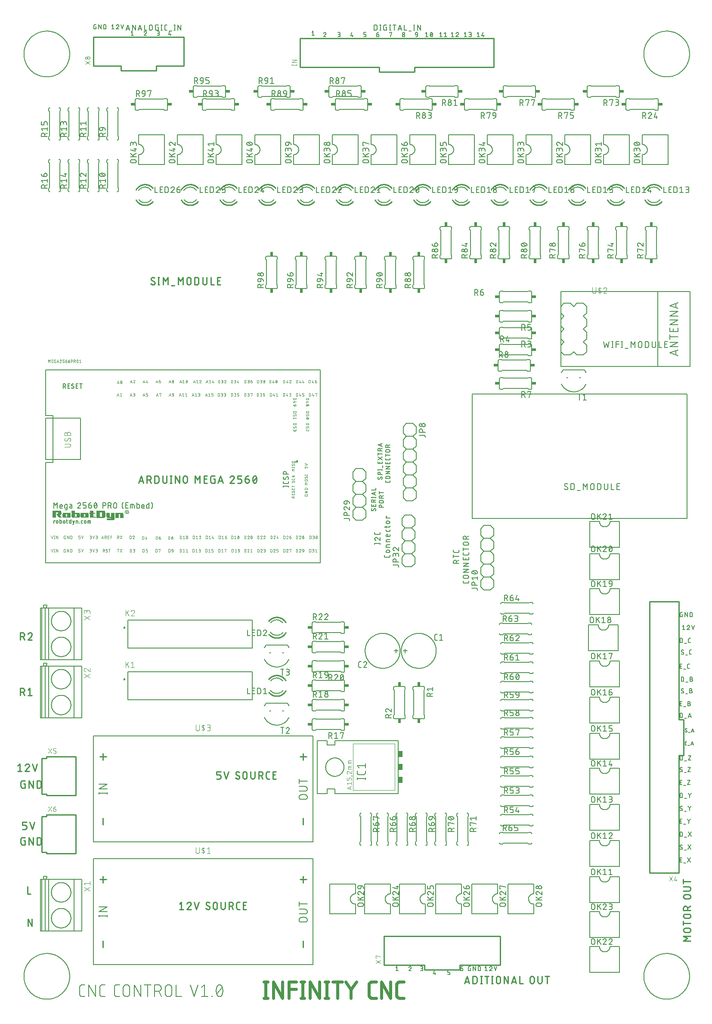
<source format=gbr>
G04 EAGLE Gerber RS-274X export*
G75*
%MOMM*%
%FSLAX34Y34*%
%LPD*%
%INSilkscreen Top*%
%IPPOS*%
%AMOC8*
5,1,8,0,0,1.08239X$1,22.5*%
G01*
%ADD10C,0.203200*%
%ADD11C,0.254000*%
%ADD12C,0.152400*%
%ADD13C,0.127000*%
%ADD14C,0.584200*%
%ADD15C,0.050800*%
%ADD16C,0.101600*%
%ADD17R,0.889000X1.270000*%
%ADD18C,0.177800*%
%ADD19C,0.200000*%
%ADD20R,1.371600X0.076200*%
%ADD21R,1.524000X0.076200*%
%ADD22R,1.600200X0.076200*%
%ADD23R,0.685800X0.076200*%
%ADD24R,1.447800X0.076200*%
%ADD25R,0.609600X0.076200*%
%ADD26R,0.533400X0.076200*%
%ADD27R,1.143000X0.076200*%
%ADD28R,1.752600X0.076200*%
%ADD29R,1.066800X0.076200*%
%ADD30R,0.990600X0.076200*%
%ADD31R,0.838200X0.076200*%
%ADD32R,0.914400X0.076200*%
%ADD33R,0.457200X0.076200*%
%ADD34R,0.152400X0.076200*%
%ADD35R,0.076200X0.076200*%
%ADD36R,0.228600X0.076200*%
%ADD37R,0.304800X0.076200*%
%ADD38R,1.676400X0.076200*%
%ADD39R,0.609600X0.863600*%
%ADD40R,0.863600X0.609600*%


D10*
X97762Y-39624D02*
X92569Y-39624D01*
X92426Y-39622D01*
X92283Y-39616D01*
X92140Y-39606D01*
X91998Y-39592D01*
X91856Y-39575D01*
X91714Y-39553D01*
X91573Y-39528D01*
X91433Y-39498D01*
X91294Y-39465D01*
X91156Y-39428D01*
X91019Y-39387D01*
X90883Y-39343D01*
X90748Y-39294D01*
X90615Y-39242D01*
X90483Y-39187D01*
X90353Y-39127D01*
X90224Y-39064D01*
X90097Y-38998D01*
X89972Y-38928D01*
X89850Y-38855D01*
X89729Y-38778D01*
X89610Y-38698D01*
X89494Y-38615D01*
X89379Y-38529D01*
X89268Y-38440D01*
X89158Y-38347D01*
X89052Y-38252D01*
X88948Y-38153D01*
X88847Y-38052D01*
X88748Y-37948D01*
X88653Y-37842D01*
X88560Y-37732D01*
X88471Y-37621D01*
X88385Y-37506D01*
X88302Y-37390D01*
X88222Y-37271D01*
X88145Y-37150D01*
X88072Y-37027D01*
X88002Y-36903D01*
X87936Y-36776D01*
X87873Y-36647D01*
X87813Y-36517D01*
X87758Y-36385D01*
X87706Y-36252D01*
X87657Y-36117D01*
X87613Y-35981D01*
X87572Y-35844D01*
X87535Y-35706D01*
X87502Y-35567D01*
X87472Y-35427D01*
X87447Y-35286D01*
X87425Y-35144D01*
X87408Y-35002D01*
X87394Y-34860D01*
X87384Y-34717D01*
X87378Y-34574D01*
X87376Y-34431D01*
X87376Y-21449D01*
X87378Y-21306D01*
X87384Y-21163D01*
X87394Y-21020D01*
X87408Y-20878D01*
X87425Y-20736D01*
X87447Y-20594D01*
X87472Y-20453D01*
X87502Y-20313D01*
X87535Y-20174D01*
X87572Y-20036D01*
X87613Y-19899D01*
X87657Y-19763D01*
X87706Y-19628D01*
X87758Y-19495D01*
X87813Y-19363D01*
X87873Y-19233D01*
X87936Y-19104D01*
X88002Y-18977D01*
X88072Y-18853D01*
X88145Y-18730D01*
X88222Y-18609D01*
X88301Y-18490D01*
X88385Y-18374D01*
X88471Y-18259D01*
X88560Y-18148D01*
X88653Y-18039D01*
X88748Y-17932D01*
X88847Y-17828D01*
X88948Y-17727D01*
X89052Y-17628D01*
X89158Y-17533D01*
X89268Y-17440D01*
X89379Y-17351D01*
X89493Y-17265D01*
X89610Y-17182D01*
X89729Y-17102D01*
X89850Y-17025D01*
X89972Y-16952D01*
X90097Y-16882D01*
X90224Y-16816D01*
X90353Y-16753D01*
X90483Y-16693D01*
X90615Y-16638D01*
X90748Y-16586D01*
X90883Y-16537D01*
X91019Y-16493D01*
X91156Y-16452D01*
X91294Y-16415D01*
X91433Y-16382D01*
X91573Y-16352D01*
X91714Y-16327D01*
X91856Y-16305D01*
X91998Y-16288D01*
X92140Y-16274D01*
X92283Y-16264D01*
X92426Y-16258D01*
X92569Y-16256D01*
X97762Y-16256D01*
X105495Y-16256D02*
X105495Y-39624D01*
X118477Y-39624D02*
X105495Y-16256D01*
X118477Y-16256D02*
X118477Y-39624D01*
X132238Y-39624D02*
X137431Y-39624D01*
X132238Y-39624D02*
X132095Y-39622D01*
X131952Y-39616D01*
X131809Y-39606D01*
X131667Y-39592D01*
X131525Y-39575D01*
X131383Y-39553D01*
X131242Y-39528D01*
X131102Y-39498D01*
X130963Y-39465D01*
X130825Y-39428D01*
X130688Y-39387D01*
X130552Y-39343D01*
X130417Y-39294D01*
X130284Y-39242D01*
X130152Y-39187D01*
X130022Y-39127D01*
X129893Y-39064D01*
X129766Y-38998D01*
X129641Y-38928D01*
X129519Y-38855D01*
X129398Y-38778D01*
X129279Y-38698D01*
X129163Y-38615D01*
X129048Y-38529D01*
X128937Y-38440D01*
X128827Y-38347D01*
X128721Y-38252D01*
X128617Y-38153D01*
X128516Y-38052D01*
X128417Y-37948D01*
X128322Y-37842D01*
X128229Y-37732D01*
X128140Y-37621D01*
X128054Y-37506D01*
X127971Y-37390D01*
X127891Y-37271D01*
X127814Y-37150D01*
X127741Y-37027D01*
X127671Y-36903D01*
X127605Y-36776D01*
X127542Y-36647D01*
X127482Y-36517D01*
X127427Y-36385D01*
X127375Y-36252D01*
X127326Y-36117D01*
X127282Y-35981D01*
X127241Y-35844D01*
X127204Y-35706D01*
X127171Y-35567D01*
X127141Y-35427D01*
X127116Y-35286D01*
X127094Y-35144D01*
X127077Y-35002D01*
X127063Y-34860D01*
X127053Y-34717D01*
X127047Y-34574D01*
X127045Y-34431D01*
X127046Y-34431D02*
X127046Y-21449D01*
X127048Y-21306D01*
X127054Y-21163D01*
X127064Y-21020D01*
X127078Y-20878D01*
X127095Y-20736D01*
X127117Y-20594D01*
X127142Y-20453D01*
X127172Y-20313D01*
X127205Y-20174D01*
X127242Y-20036D01*
X127283Y-19899D01*
X127327Y-19763D01*
X127376Y-19628D01*
X127428Y-19495D01*
X127483Y-19363D01*
X127543Y-19233D01*
X127606Y-19104D01*
X127672Y-18977D01*
X127742Y-18853D01*
X127815Y-18730D01*
X127892Y-18609D01*
X127971Y-18490D01*
X128055Y-18374D01*
X128141Y-18259D01*
X128230Y-18148D01*
X128323Y-18039D01*
X128418Y-17932D01*
X128517Y-17828D01*
X128618Y-17727D01*
X128722Y-17628D01*
X128828Y-17533D01*
X128938Y-17440D01*
X129049Y-17351D01*
X129163Y-17265D01*
X129280Y-17182D01*
X129399Y-17102D01*
X129520Y-17025D01*
X129642Y-16952D01*
X129767Y-16882D01*
X129894Y-16816D01*
X130023Y-16753D01*
X130153Y-16693D01*
X130285Y-16638D01*
X130418Y-16586D01*
X130553Y-16537D01*
X130689Y-16493D01*
X130826Y-16452D01*
X130964Y-16415D01*
X131103Y-16382D01*
X131243Y-16352D01*
X131384Y-16327D01*
X131526Y-16305D01*
X131668Y-16288D01*
X131810Y-16274D01*
X131953Y-16264D01*
X132096Y-16258D01*
X132239Y-16256D01*
X132238Y-16256D02*
X137431Y-16256D01*
X160773Y-39624D02*
X165966Y-39624D01*
X160773Y-39624D02*
X160630Y-39622D01*
X160487Y-39616D01*
X160344Y-39606D01*
X160202Y-39592D01*
X160060Y-39575D01*
X159918Y-39553D01*
X159777Y-39528D01*
X159637Y-39498D01*
X159498Y-39465D01*
X159360Y-39428D01*
X159223Y-39387D01*
X159087Y-39343D01*
X158952Y-39294D01*
X158819Y-39242D01*
X158687Y-39187D01*
X158557Y-39127D01*
X158428Y-39064D01*
X158301Y-38998D01*
X158176Y-38928D01*
X158054Y-38855D01*
X157933Y-38778D01*
X157814Y-38698D01*
X157698Y-38615D01*
X157583Y-38529D01*
X157472Y-38440D01*
X157362Y-38347D01*
X157256Y-38252D01*
X157152Y-38153D01*
X157051Y-38052D01*
X156952Y-37948D01*
X156857Y-37842D01*
X156764Y-37732D01*
X156675Y-37621D01*
X156589Y-37506D01*
X156506Y-37390D01*
X156426Y-37271D01*
X156349Y-37150D01*
X156276Y-37027D01*
X156206Y-36903D01*
X156140Y-36776D01*
X156077Y-36647D01*
X156017Y-36517D01*
X155962Y-36385D01*
X155910Y-36252D01*
X155861Y-36117D01*
X155817Y-35981D01*
X155776Y-35844D01*
X155739Y-35706D01*
X155706Y-35567D01*
X155676Y-35427D01*
X155651Y-35286D01*
X155629Y-35144D01*
X155612Y-35002D01*
X155598Y-34860D01*
X155588Y-34717D01*
X155582Y-34574D01*
X155580Y-34431D01*
X155580Y-21449D01*
X155582Y-21306D01*
X155588Y-21163D01*
X155598Y-21020D01*
X155612Y-20878D01*
X155629Y-20736D01*
X155651Y-20594D01*
X155676Y-20453D01*
X155706Y-20313D01*
X155739Y-20174D01*
X155776Y-20036D01*
X155817Y-19899D01*
X155861Y-19763D01*
X155910Y-19628D01*
X155962Y-19495D01*
X156017Y-19363D01*
X156077Y-19233D01*
X156140Y-19104D01*
X156206Y-18977D01*
X156276Y-18853D01*
X156349Y-18730D01*
X156426Y-18609D01*
X156505Y-18490D01*
X156589Y-18374D01*
X156675Y-18259D01*
X156764Y-18148D01*
X156857Y-18039D01*
X156952Y-17932D01*
X157051Y-17828D01*
X157152Y-17727D01*
X157256Y-17628D01*
X157362Y-17533D01*
X157472Y-17440D01*
X157583Y-17351D01*
X157697Y-17265D01*
X157814Y-17182D01*
X157933Y-17102D01*
X158054Y-17025D01*
X158176Y-16952D01*
X158301Y-16882D01*
X158428Y-16816D01*
X158557Y-16753D01*
X158687Y-16693D01*
X158819Y-16638D01*
X158952Y-16586D01*
X159087Y-16537D01*
X159223Y-16493D01*
X159360Y-16452D01*
X159498Y-16415D01*
X159637Y-16382D01*
X159777Y-16352D01*
X159918Y-16327D01*
X160060Y-16305D01*
X160202Y-16288D01*
X160344Y-16274D01*
X160487Y-16264D01*
X160630Y-16258D01*
X160773Y-16256D01*
X165966Y-16256D01*
X173002Y-22747D02*
X173002Y-33133D01*
X173003Y-22747D02*
X173005Y-22588D01*
X173011Y-22429D01*
X173021Y-22269D01*
X173034Y-22111D01*
X173052Y-21952D01*
X173073Y-21795D01*
X173099Y-21637D01*
X173128Y-21481D01*
X173161Y-21325D01*
X173198Y-21170D01*
X173238Y-21016D01*
X173283Y-20863D01*
X173331Y-20711D01*
X173382Y-20560D01*
X173438Y-20411D01*
X173497Y-20263D01*
X173560Y-20117D01*
X173626Y-19972D01*
X173696Y-19829D01*
X173769Y-19687D01*
X173846Y-19548D01*
X173926Y-19410D01*
X174010Y-19274D01*
X174097Y-19141D01*
X174187Y-19009D01*
X174280Y-18880D01*
X174377Y-18754D01*
X174476Y-18629D01*
X174579Y-18507D01*
X174684Y-18388D01*
X174793Y-18271D01*
X174904Y-18157D01*
X175018Y-18046D01*
X175135Y-17937D01*
X175254Y-17832D01*
X175376Y-17729D01*
X175501Y-17630D01*
X175627Y-17533D01*
X175756Y-17440D01*
X175888Y-17350D01*
X176021Y-17263D01*
X176157Y-17179D01*
X176295Y-17099D01*
X176434Y-17022D01*
X176576Y-16949D01*
X176719Y-16879D01*
X176864Y-16813D01*
X177010Y-16750D01*
X177158Y-16691D01*
X177307Y-16635D01*
X177458Y-16584D01*
X177610Y-16536D01*
X177763Y-16491D01*
X177917Y-16451D01*
X178072Y-16414D01*
X178228Y-16381D01*
X178384Y-16352D01*
X178542Y-16326D01*
X178699Y-16305D01*
X178858Y-16287D01*
X179016Y-16274D01*
X179176Y-16264D01*
X179335Y-16258D01*
X179494Y-16256D01*
X179653Y-16258D01*
X179812Y-16264D01*
X179972Y-16274D01*
X180130Y-16287D01*
X180289Y-16305D01*
X180446Y-16326D01*
X180604Y-16352D01*
X180760Y-16381D01*
X180916Y-16414D01*
X181071Y-16451D01*
X181225Y-16491D01*
X181378Y-16536D01*
X181530Y-16584D01*
X181681Y-16635D01*
X181830Y-16691D01*
X181978Y-16750D01*
X182124Y-16813D01*
X182269Y-16879D01*
X182412Y-16949D01*
X182554Y-17022D01*
X182693Y-17099D01*
X182831Y-17179D01*
X182967Y-17263D01*
X183100Y-17350D01*
X183232Y-17440D01*
X183361Y-17533D01*
X183487Y-17630D01*
X183612Y-17729D01*
X183734Y-17832D01*
X183853Y-17937D01*
X183970Y-18046D01*
X184084Y-18157D01*
X184195Y-18271D01*
X184304Y-18388D01*
X184409Y-18507D01*
X184512Y-18629D01*
X184611Y-18754D01*
X184708Y-18880D01*
X184801Y-19009D01*
X184891Y-19141D01*
X184978Y-19274D01*
X185062Y-19410D01*
X185142Y-19548D01*
X185219Y-19687D01*
X185292Y-19829D01*
X185362Y-19972D01*
X185428Y-20117D01*
X185491Y-20263D01*
X185550Y-20411D01*
X185606Y-20560D01*
X185657Y-20711D01*
X185705Y-20863D01*
X185750Y-21016D01*
X185790Y-21170D01*
X185827Y-21325D01*
X185860Y-21481D01*
X185889Y-21637D01*
X185915Y-21795D01*
X185936Y-21952D01*
X185954Y-22111D01*
X185967Y-22269D01*
X185977Y-22429D01*
X185983Y-22588D01*
X185985Y-22747D01*
X185985Y-33133D01*
X185983Y-33292D01*
X185977Y-33451D01*
X185967Y-33611D01*
X185954Y-33769D01*
X185936Y-33928D01*
X185915Y-34085D01*
X185889Y-34243D01*
X185860Y-34399D01*
X185827Y-34555D01*
X185790Y-34710D01*
X185750Y-34864D01*
X185705Y-35017D01*
X185657Y-35169D01*
X185606Y-35320D01*
X185550Y-35469D01*
X185491Y-35617D01*
X185428Y-35763D01*
X185362Y-35908D01*
X185292Y-36051D01*
X185219Y-36193D01*
X185142Y-36332D01*
X185062Y-36470D01*
X184978Y-36606D01*
X184891Y-36739D01*
X184801Y-36871D01*
X184708Y-37000D01*
X184611Y-37126D01*
X184512Y-37251D01*
X184409Y-37373D01*
X184304Y-37492D01*
X184195Y-37609D01*
X184084Y-37723D01*
X183970Y-37834D01*
X183853Y-37943D01*
X183734Y-38048D01*
X183612Y-38151D01*
X183487Y-38250D01*
X183361Y-38347D01*
X183232Y-38440D01*
X183100Y-38530D01*
X182967Y-38617D01*
X182831Y-38701D01*
X182693Y-38781D01*
X182554Y-38858D01*
X182412Y-38931D01*
X182269Y-39001D01*
X182124Y-39067D01*
X181978Y-39130D01*
X181830Y-39189D01*
X181681Y-39245D01*
X181530Y-39296D01*
X181378Y-39344D01*
X181225Y-39389D01*
X181071Y-39429D01*
X180916Y-39466D01*
X180760Y-39499D01*
X180604Y-39528D01*
X180446Y-39554D01*
X180289Y-39575D01*
X180130Y-39593D01*
X179972Y-39606D01*
X179812Y-39616D01*
X179653Y-39622D01*
X179494Y-39624D01*
X179335Y-39622D01*
X179176Y-39616D01*
X179016Y-39606D01*
X178858Y-39593D01*
X178699Y-39575D01*
X178542Y-39554D01*
X178384Y-39528D01*
X178228Y-39499D01*
X178072Y-39466D01*
X177917Y-39429D01*
X177763Y-39389D01*
X177610Y-39344D01*
X177458Y-39296D01*
X177307Y-39245D01*
X177158Y-39189D01*
X177010Y-39130D01*
X176864Y-39067D01*
X176719Y-39001D01*
X176576Y-38931D01*
X176434Y-38858D01*
X176295Y-38781D01*
X176157Y-38701D01*
X176021Y-38617D01*
X175888Y-38530D01*
X175756Y-38440D01*
X175627Y-38347D01*
X175501Y-38250D01*
X175376Y-38151D01*
X175254Y-38048D01*
X175135Y-37943D01*
X175018Y-37834D01*
X174904Y-37723D01*
X174793Y-37609D01*
X174684Y-37492D01*
X174579Y-37373D01*
X174476Y-37251D01*
X174377Y-37126D01*
X174280Y-37000D01*
X174187Y-36871D01*
X174097Y-36739D01*
X174010Y-36606D01*
X173926Y-36470D01*
X173846Y-36332D01*
X173769Y-36193D01*
X173696Y-36051D01*
X173626Y-35908D01*
X173560Y-35763D01*
X173497Y-35617D01*
X173438Y-35469D01*
X173382Y-35320D01*
X173331Y-35169D01*
X173283Y-35017D01*
X173238Y-34864D01*
X173198Y-34710D01*
X173161Y-34555D01*
X173128Y-34399D01*
X173099Y-34243D01*
X173073Y-34085D01*
X173052Y-33928D01*
X173034Y-33769D01*
X173021Y-33611D01*
X173011Y-33451D01*
X173005Y-33292D01*
X173003Y-33133D01*
X194577Y-39624D02*
X194577Y-16256D01*
X207559Y-39624D01*
X207559Y-16256D01*
X221251Y-16256D02*
X221251Y-39624D01*
X214760Y-16256D02*
X227742Y-16256D01*
X235006Y-16256D02*
X235006Y-39624D01*
X235006Y-16256D02*
X241498Y-16256D01*
X241657Y-16258D01*
X241816Y-16264D01*
X241976Y-16274D01*
X242134Y-16287D01*
X242293Y-16305D01*
X242450Y-16326D01*
X242608Y-16352D01*
X242764Y-16381D01*
X242920Y-16414D01*
X243075Y-16451D01*
X243229Y-16491D01*
X243382Y-16536D01*
X243534Y-16584D01*
X243685Y-16635D01*
X243834Y-16691D01*
X243982Y-16750D01*
X244128Y-16813D01*
X244273Y-16879D01*
X244416Y-16949D01*
X244558Y-17022D01*
X244697Y-17099D01*
X244835Y-17179D01*
X244971Y-17263D01*
X245104Y-17350D01*
X245236Y-17440D01*
X245365Y-17533D01*
X245491Y-17630D01*
X245616Y-17729D01*
X245738Y-17832D01*
X245857Y-17937D01*
X245974Y-18046D01*
X246088Y-18157D01*
X246199Y-18271D01*
X246308Y-18388D01*
X246413Y-18507D01*
X246516Y-18629D01*
X246615Y-18754D01*
X246712Y-18880D01*
X246805Y-19009D01*
X246895Y-19141D01*
X246982Y-19274D01*
X247066Y-19410D01*
X247146Y-19548D01*
X247223Y-19687D01*
X247296Y-19829D01*
X247366Y-19972D01*
X247432Y-20117D01*
X247495Y-20263D01*
X247554Y-20411D01*
X247610Y-20560D01*
X247661Y-20711D01*
X247709Y-20863D01*
X247754Y-21016D01*
X247794Y-21170D01*
X247831Y-21325D01*
X247864Y-21481D01*
X247893Y-21637D01*
X247919Y-21795D01*
X247940Y-21952D01*
X247958Y-22111D01*
X247971Y-22269D01*
X247981Y-22429D01*
X247987Y-22588D01*
X247989Y-22747D01*
X247987Y-22906D01*
X247981Y-23065D01*
X247971Y-23225D01*
X247958Y-23383D01*
X247940Y-23542D01*
X247919Y-23699D01*
X247893Y-23857D01*
X247864Y-24013D01*
X247831Y-24169D01*
X247794Y-24324D01*
X247754Y-24478D01*
X247709Y-24631D01*
X247661Y-24783D01*
X247610Y-24934D01*
X247554Y-25083D01*
X247495Y-25231D01*
X247432Y-25377D01*
X247366Y-25522D01*
X247296Y-25665D01*
X247223Y-25807D01*
X247146Y-25946D01*
X247066Y-26084D01*
X246982Y-26220D01*
X246895Y-26353D01*
X246805Y-26485D01*
X246712Y-26614D01*
X246615Y-26740D01*
X246516Y-26865D01*
X246413Y-26987D01*
X246308Y-27106D01*
X246199Y-27223D01*
X246088Y-27337D01*
X245974Y-27448D01*
X245857Y-27557D01*
X245738Y-27662D01*
X245616Y-27765D01*
X245491Y-27864D01*
X245365Y-27961D01*
X245236Y-28054D01*
X245104Y-28144D01*
X244971Y-28231D01*
X244835Y-28315D01*
X244697Y-28395D01*
X244558Y-28472D01*
X244416Y-28545D01*
X244273Y-28615D01*
X244128Y-28681D01*
X243982Y-28744D01*
X243834Y-28803D01*
X243685Y-28859D01*
X243534Y-28910D01*
X243382Y-28958D01*
X243229Y-29003D01*
X243075Y-29043D01*
X242920Y-29080D01*
X242764Y-29113D01*
X242608Y-29142D01*
X242450Y-29168D01*
X242293Y-29189D01*
X242134Y-29207D01*
X241976Y-29220D01*
X241816Y-29230D01*
X241657Y-29236D01*
X241498Y-29238D01*
X235006Y-29238D01*
X242796Y-29238D02*
X247989Y-39624D01*
X255822Y-33133D02*
X255822Y-22747D01*
X255824Y-22588D01*
X255830Y-22429D01*
X255840Y-22269D01*
X255853Y-22111D01*
X255871Y-21952D01*
X255892Y-21795D01*
X255918Y-21637D01*
X255947Y-21481D01*
X255980Y-21325D01*
X256017Y-21170D01*
X256057Y-21016D01*
X256102Y-20863D01*
X256150Y-20711D01*
X256201Y-20560D01*
X256257Y-20411D01*
X256316Y-20263D01*
X256379Y-20117D01*
X256445Y-19972D01*
X256515Y-19829D01*
X256588Y-19687D01*
X256665Y-19548D01*
X256745Y-19410D01*
X256829Y-19274D01*
X256916Y-19141D01*
X257006Y-19009D01*
X257099Y-18880D01*
X257196Y-18754D01*
X257295Y-18629D01*
X257398Y-18507D01*
X257503Y-18388D01*
X257612Y-18271D01*
X257723Y-18157D01*
X257837Y-18046D01*
X257954Y-17937D01*
X258073Y-17832D01*
X258195Y-17729D01*
X258320Y-17630D01*
X258446Y-17533D01*
X258575Y-17440D01*
X258707Y-17350D01*
X258840Y-17263D01*
X258976Y-17179D01*
X259114Y-17099D01*
X259253Y-17022D01*
X259395Y-16949D01*
X259538Y-16879D01*
X259683Y-16813D01*
X259829Y-16750D01*
X259977Y-16691D01*
X260126Y-16635D01*
X260277Y-16584D01*
X260429Y-16536D01*
X260582Y-16491D01*
X260736Y-16451D01*
X260891Y-16414D01*
X261047Y-16381D01*
X261203Y-16352D01*
X261361Y-16326D01*
X261518Y-16305D01*
X261677Y-16287D01*
X261835Y-16274D01*
X261995Y-16264D01*
X262154Y-16258D01*
X262313Y-16256D01*
X262472Y-16258D01*
X262631Y-16264D01*
X262791Y-16274D01*
X262949Y-16287D01*
X263108Y-16305D01*
X263265Y-16326D01*
X263423Y-16352D01*
X263579Y-16381D01*
X263735Y-16414D01*
X263890Y-16451D01*
X264044Y-16491D01*
X264197Y-16536D01*
X264349Y-16584D01*
X264500Y-16635D01*
X264649Y-16691D01*
X264797Y-16750D01*
X264943Y-16813D01*
X265088Y-16879D01*
X265231Y-16949D01*
X265373Y-17022D01*
X265512Y-17099D01*
X265650Y-17179D01*
X265786Y-17263D01*
X265919Y-17350D01*
X266051Y-17440D01*
X266180Y-17533D01*
X266306Y-17630D01*
X266431Y-17729D01*
X266553Y-17832D01*
X266672Y-17937D01*
X266789Y-18046D01*
X266903Y-18157D01*
X267014Y-18271D01*
X267123Y-18388D01*
X267228Y-18507D01*
X267331Y-18629D01*
X267430Y-18754D01*
X267527Y-18880D01*
X267620Y-19009D01*
X267710Y-19141D01*
X267797Y-19274D01*
X267881Y-19410D01*
X267961Y-19548D01*
X268038Y-19687D01*
X268111Y-19829D01*
X268181Y-19972D01*
X268247Y-20117D01*
X268310Y-20263D01*
X268369Y-20411D01*
X268425Y-20560D01*
X268476Y-20711D01*
X268524Y-20863D01*
X268569Y-21016D01*
X268609Y-21170D01*
X268646Y-21325D01*
X268679Y-21481D01*
X268708Y-21637D01*
X268734Y-21795D01*
X268755Y-21952D01*
X268773Y-22111D01*
X268786Y-22269D01*
X268796Y-22429D01*
X268802Y-22588D01*
X268804Y-22747D01*
X268804Y-33133D01*
X268802Y-33292D01*
X268796Y-33451D01*
X268786Y-33611D01*
X268773Y-33769D01*
X268755Y-33928D01*
X268734Y-34085D01*
X268708Y-34243D01*
X268679Y-34399D01*
X268646Y-34555D01*
X268609Y-34710D01*
X268569Y-34864D01*
X268524Y-35017D01*
X268476Y-35169D01*
X268425Y-35320D01*
X268369Y-35469D01*
X268310Y-35617D01*
X268247Y-35763D01*
X268181Y-35908D01*
X268111Y-36051D01*
X268038Y-36193D01*
X267961Y-36332D01*
X267881Y-36470D01*
X267797Y-36606D01*
X267710Y-36739D01*
X267620Y-36871D01*
X267527Y-37000D01*
X267430Y-37126D01*
X267331Y-37251D01*
X267228Y-37373D01*
X267123Y-37492D01*
X267014Y-37609D01*
X266903Y-37723D01*
X266789Y-37834D01*
X266672Y-37943D01*
X266553Y-38048D01*
X266431Y-38151D01*
X266306Y-38250D01*
X266180Y-38347D01*
X266051Y-38440D01*
X265919Y-38530D01*
X265786Y-38617D01*
X265650Y-38701D01*
X265512Y-38781D01*
X265373Y-38858D01*
X265231Y-38931D01*
X265088Y-39001D01*
X264943Y-39067D01*
X264797Y-39130D01*
X264649Y-39189D01*
X264500Y-39245D01*
X264349Y-39296D01*
X264197Y-39344D01*
X264044Y-39389D01*
X263890Y-39429D01*
X263735Y-39466D01*
X263579Y-39499D01*
X263423Y-39528D01*
X263265Y-39554D01*
X263108Y-39575D01*
X262949Y-39593D01*
X262791Y-39606D01*
X262631Y-39616D01*
X262472Y-39622D01*
X262313Y-39624D01*
X262154Y-39622D01*
X261995Y-39616D01*
X261835Y-39606D01*
X261677Y-39593D01*
X261518Y-39575D01*
X261361Y-39554D01*
X261203Y-39528D01*
X261047Y-39499D01*
X260891Y-39466D01*
X260736Y-39429D01*
X260582Y-39389D01*
X260429Y-39344D01*
X260277Y-39296D01*
X260126Y-39245D01*
X259977Y-39189D01*
X259829Y-39130D01*
X259683Y-39067D01*
X259538Y-39001D01*
X259395Y-38931D01*
X259253Y-38858D01*
X259114Y-38781D01*
X258976Y-38701D01*
X258840Y-38617D01*
X258707Y-38530D01*
X258575Y-38440D01*
X258446Y-38347D01*
X258320Y-38250D01*
X258195Y-38151D01*
X258073Y-38048D01*
X257954Y-37943D01*
X257837Y-37834D01*
X257723Y-37723D01*
X257612Y-37609D01*
X257503Y-37492D01*
X257398Y-37373D01*
X257295Y-37251D01*
X257196Y-37126D01*
X257099Y-37000D01*
X257006Y-36871D01*
X256916Y-36739D01*
X256829Y-36606D01*
X256745Y-36470D01*
X256665Y-36332D01*
X256588Y-36193D01*
X256515Y-36051D01*
X256445Y-35908D01*
X256379Y-35763D01*
X256316Y-35617D01*
X256257Y-35469D01*
X256201Y-35320D01*
X256150Y-35169D01*
X256102Y-35017D01*
X256057Y-34864D01*
X256017Y-34710D01*
X255980Y-34555D01*
X255947Y-34399D01*
X255918Y-34243D01*
X255892Y-34085D01*
X255871Y-33928D01*
X255853Y-33769D01*
X255840Y-33611D01*
X255830Y-33451D01*
X255824Y-33292D01*
X255822Y-33133D01*
X277421Y-39624D02*
X277421Y-16256D01*
X277421Y-39624D02*
X287806Y-39624D01*
X312422Y-39624D02*
X304632Y-16256D01*
X320211Y-16256D02*
X312422Y-39624D01*
X326809Y-21449D02*
X333300Y-16256D01*
X333300Y-39624D01*
X326809Y-39624D02*
X339792Y-39624D01*
X347266Y-39624D02*
X347266Y-38326D01*
X348565Y-38326D01*
X348565Y-39624D01*
X347266Y-39624D01*
X356040Y-27940D02*
X356045Y-27480D01*
X356062Y-27021D01*
X356089Y-26562D01*
X356128Y-26104D01*
X356177Y-25647D01*
X356237Y-25191D01*
X356308Y-24737D01*
X356390Y-24284D01*
X356483Y-23834D01*
X356586Y-23386D01*
X356700Y-22941D01*
X356825Y-22498D01*
X356960Y-22059D01*
X357106Y-21623D01*
X357262Y-21191D01*
X357428Y-20762D01*
X357604Y-20337D01*
X357791Y-19917D01*
X357987Y-19502D01*
X357988Y-19501D02*
X358033Y-19374D01*
X358083Y-19248D01*
X358135Y-19123D01*
X358192Y-19000D01*
X358252Y-18878D01*
X358315Y-18759D01*
X358381Y-18641D01*
X358451Y-18525D01*
X358524Y-18411D01*
X358600Y-18299D01*
X358680Y-18189D01*
X358762Y-18082D01*
X358848Y-17977D01*
X358936Y-17874D01*
X359027Y-17774D01*
X359121Y-17676D01*
X359218Y-17582D01*
X359317Y-17490D01*
X359419Y-17400D01*
X359523Y-17314D01*
X359630Y-17231D01*
X359739Y-17151D01*
X359851Y-17073D01*
X359964Y-17000D01*
X360079Y-16929D01*
X360197Y-16861D01*
X360316Y-16797D01*
X360437Y-16736D01*
X360560Y-16679D01*
X360684Y-16625D01*
X360810Y-16575D01*
X360937Y-16528D01*
X361065Y-16485D01*
X361195Y-16446D01*
X361325Y-16410D01*
X361457Y-16378D01*
X361589Y-16349D01*
X361722Y-16325D01*
X361856Y-16304D01*
X361991Y-16287D01*
X362125Y-16273D01*
X362260Y-16264D01*
X362396Y-16258D01*
X362531Y-16256D01*
X362666Y-16258D01*
X362802Y-16264D01*
X362937Y-16273D01*
X363072Y-16287D01*
X363206Y-16304D01*
X363340Y-16325D01*
X363473Y-16349D01*
X363605Y-16378D01*
X363737Y-16410D01*
X363867Y-16446D01*
X363997Y-16485D01*
X364125Y-16528D01*
X364252Y-16575D01*
X364378Y-16625D01*
X364502Y-16679D01*
X364625Y-16736D01*
X364746Y-16797D01*
X364865Y-16861D01*
X364983Y-16929D01*
X365098Y-17000D01*
X365211Y-17074D01*
X365323Y-17151D01*
X365432Y-17231D01*
X365539Y-17314D01*
X365643Y-17400D01*
X365745Y-17490D01*
X365844Y-17582D01*
X365941Y-17676D01*
X366035Y-17774D01*
X366126Y-17874D01*
X366214Y-17977D01*
X366300Y-18082D01*
X366382Y-18189D01*
X366462Y-18299D01*
X366538Y-18411D01*
X366611Y-18525D01*
X366681Y-18641D01*
X366747Y-18759D01*
X366810Y-18878D01*
X366870Y-19000D01*
X366927Y-19123D01*
X366979Y-19248D01*
X367029Y-19374D01*
X367074Y-19501D01*
X367075Y-19501D02*
X367271Y-19917D01*
X367458Y-20337D01*
X367634Y-20762D01*
X367800Y-21190D01*
X367956Y-21623D01*
X368102Y-22059D01*
X368237Y-22498D01*
X368362Y-22941D01*
X368476Y-23386D01*
X368579Y-23834D01*
X368672Y-24284D01*
X368754Y-24737D01*
X368825Y-25191D01*
X368885Y-25647D01*
X368934Y-26104D01*
X368973Y-26562D01*
X369000Y-27021D01*
X369017Y-27480D01*
X369022Y-27940D01*
X356040Y-27940D02*
X356045Y-28400D01*
X356062Y-28859D01*
X356089Y-29318D01*
X356128Y-29776D01*
X356177Y-30233D01*
X356237Y-30689D01*
X356308Y-31143D01*
X356390Y-31596D01*
X356483Y-32046D01*
X356586Y-32494D01*
X356700Y-32939D01*
X356825Y-33382D01*
X356960Y-33821D01*
X357106Y-34257D01*
X357262Y-34689D01*
X357428Y-35118D01*
X357604Y-35543D01*
X357791Y-35963D01*
X357987Y-36378D01*
X357988Y-36379D02*
X358033Y-36506D01*
X358083Y-36632D01*
X358135Y-36757D01*
X358192Y-36880D01*
X358252Y-37002D01*
X358315Y-37121D01*
X358381Y-37239D01*
X358451Y-37355D01*
X358524Y-37469D01*
X358600Y-37581D01*
X358680Y-37691D01*
X358762Y-37798D01*
X358848Y-37903D01*
X358936Y-38006D01*
X359027Y-38106D01*
X359121Y-38204D01*
X359218Y-38298D01*
X359317Y-38390D01*
X359419Y-38480D01*
X359524Y-38566D01*
X359630Y-38649D01*
X359739Y-38729D01*
X359851Y-38807D01*
X359964Y-38880D01*
X360079Y-38951D01*
X360197Y-39019D01*
X360316Y-39083D01*
X360437Y-39144D01*
X360560Y-39201D01*
X360684Y-39255D01*
X360810Y-39305D01*
X360937Y-39352D01*
X361065Y-39395D01*
X361195Y-39434D01*
X361325Y-39470D01*
X361457Y-39502D01*
X361589Y-39531D01*
X361722Y-39555D01*
X361856Y-39576D01*
X361991Y-39593D01*
X362125Y-39607D01*
X362260Y-39616D01*
X362396Y-39622D01*
X362531Y-39624D01*
X367075Y-36378D02*
X367271Y-35963D01*
X367458Y-35543D01*
X367634Y-35118D01*
X367800Y-34690D01*
X367956Y-34257D01*
X368102Y-33821D01*
X368237Y-33382D01*
X368362Y-32939D01*
X368476Y-32494D01*
X368579Y-32046D01*
X368672Y-31596D01*
X368754Y-31143D01*
X368825Y-30689D01*
X368885Y-30233D01*
X368934Y-29776D01*
X368973Y-29318D01*
X369000Y-28859D01*
X369017Y-28400D01*
X369022Y-27940D01*
X367074Y-36379D02*
X367029Y-36506D01*
X366979Y-36632D01*
X366927Y-36757D01*
X366870Y-36880D01*
X366810Y-37002D01*
X366747Y-37121D01*
X366681Y-37239D01*
X366611Y-37355D01*
X366538Y-37469D01*
X366462Y-37581D01*
X366382Y-37691D01*
X366300Y-37798D01*
X366214Y-37903D01*
X366126Y-38006D01*
X366035Y-38106D01*
X365941Y-38204D01*
X365844Y-38298D01*
X365745Y-38390D01*
X365643Y-38480D01*
X365538Y-38566D01*
X365432Y-38649D01*
X365323Y-38729D01*
X365211Y-38807D01*
X365098Y-38880D01*
X364983Y-38951D01*
X364865Y-39019D01*
X364746Y-39083D01*
X364625Y-39144D01*
X364502Y-39201D01*
X364378Y-39255D01*
X364252Y-39305D01*
X364125Y-39352D01*
X363997Y-39395D01*
X363867Y-39434D01*
X363737Y-39470D01*
X363605Y-39502D01*
X363473Y-39531D01*
X363340Y-39555D01*
X363206Y-39576D01*
X363071Y-39593D01*
X362937Y-39607D01*
X362802Y-39616D01*
X362666Y-39622D01*
X362531Y-39624D01*
X357338Y-34431D02*
X367724Y-21449D01*
D11*
X844550Y-13970D02*
X849291Y254D01*
X854033Y-13970D01*
X852847Y-10414D02*
X845735Y-10414D01*
X860702Y-13970D02*
X860702Y254D01*
X864653Y254D01*
X864777Y252D01*
X864901Y246D01*
X865025Y236D01*
X865148Y223D01*
X865271Y205D01*
X865393Y184D01*
X865515Y159D01*
X865636Y130D01*
X865755Y97D01*
X865874Y61D01*
X865991Y20D01*
X866107Y-23D01*
X866222Y-71D01*
X866335Y-122D01*
X866447Y-177D01*
X866556Y-235D01*
X866664Y-296D01*
X866770Y-361D01*
X866874Y-429D01*
X866975Y-501D01*
X867075Y-575D01*
X867171Y-653D01*
X867266Y-733D01*
X867358Y-817D01*
X867447Y-903D01*
X867533Y-992D01*
X867617Y-1084D01*
X867697Y-1179D01*
X867775Y-1275D01*
X867849Y-1375D01*
X867921Y-1476D01*
X867989Y-1580D01*
X868054Y-1686D01*
X868115Y-1794D01*
X868173Y-1903D01*
X868228Y-2015D01*
X868279Y-2128D01*
X868327Y-2243D01*
X868370Y-2359D01*
X868411Y-2476D01*
X868447Y-2595D01*
X868480Y-2714D01*
X868509Y-2835D01*
X868534Y-2957D01*
X868555Y-3079D01*
X868573Y-3202D01*
X868586Y-3325D01*
X868596Y-3449D01*
X868602Y-3573D01*
X868604Y-3697D01*
X868604Y-10019D01*
X868602Y-10143D01*
X868596Y-10267D01*
X868586Y-10391D01*
X868573Y-10514D01*
X868555Y-10637D01*
X868534Y-10759D01*
X868509Y-10881D01*
X868480Y-11002D01*
X868447Y-11121D01*
X868411Y-11240D01*
X868370Y-11357D01*
X868327Y-11473D01*
X868279Y-11588D01*
X868228Y-11701D01*
X868173Y-11813D01*
X868115Y-11922D01*
X868054Y-12030D01*
X867989Y-12136D01*
X867921Y-12240D01*
X867849Y-12341D01*
X867775Y-12441D01*
X867697Y-12537D01*
X867617Y-12632D01*
X867533Y-12724D01*
X867447Y-12813D01*
X867358Y-12899D01*
X867266Y-12983D01*
X867171Y-13063D01*
X867075Y-13141D01*
X866975Y-13215D01*
X866874Y-13287D01*
X866770Y-13355D01*
X866664Y-13420D01*
X866556Y-13481D01*
X866447Y-13539D01*
X866335Y-13594D01*
X866222Y-13645D01*
X866107Y-13693D01*
X865991Y-13736D01*
X865874Y-13777D01*
X865755Y-13813D01*
X865636Y-13846D01*
X865515Y-13875D01*
X865393Y-13900D01*
X865271Y-13921D01*
X865148Y-13939D01*
X865025Y-13952D01*
X864901Y-13962D01*
X864777Y-13968D01*
X864653Y-13970D01*
X860702Y-13970D01*
X877041Y-13970D02*
X877041Y254D01*
X875460Y-13970D02*
X878621Y-13970D01*
X878621Y254D02*
X875460Y254D01*
X887942Y254D02*
X887942Y-13970D01*
X883991Y254D02*
X891893Y254D01*
X898844Y254D02*
X898844Y-13970D01*
X900424Y-13970D02*
X897263Y-13970D01*
X897263Y254D02*
X900424Y254D01*
X906785Y-3697D02*
X906785Y-10019D01*
X906785Y-3697D02*
X906787Y-3573D01*
X906793Y-3449D01*
X906803Y-3325D01*
X906816Y-3202D01*
X906834Y-3079D01*
X906855Y-2957D01*
X906880Y-2835D01*
X906909Y-2714D01*
X906942Y-2595D01*
X906978Y-2476D01*
X907019Y-2359D01*
X907062Y-2243D01*
X907110Y-2128D01*
X907161Y-2015D01*
X907216Y-1903D01*
X907274Y-1794D01*
X907335Y-1686D01*
X907400Y-1580D01*
X907468Y-1476D01*
X907540Y-1375D01*
X907614Y-1275D01*
X907692Y-1179D01*
X907772Y-1084D01*
X907856Y-992D01*
X907942Y-903D01*
X908031Y-817D01*
X908123Y-733D01*
X908218Y-653D01*
X908314Y-575D01*
X908414Y-501D01*
X908515Y-429D01*
X908619Y-361D01*
X908725Y-296D01*
X908833Y-235D01*
X908942Y-177D01*
X909054Y-122D01*
X909167Y-71D01*
X909282Y-23D01*
X909398Y20D01*
X909515Y61D01*
X909634Y97D01*
X909753Y130D01*
X909874Y159D01*
X909996Y184D01*
X910118Y205D01*
X910241Y223D01*
X910364Y236D01*
X910488Y246D01*
X910612Y252D01*
X910736Y254D01*
X910860Y252D01*
X910984Y246D01*
X911108Y236D01*
X911231Y223D01*
X911354Y205D01*
X911476Y184D01*
X911598Y159D01*
X911719Y130D01*
X911838Y97D01*
X911957Y61D01*
X912074Y20D01*
X912190Y-23D01*
X912305Y-71D01*
X912418Y-122D01*
X912530Y-177D01*
X912639Y-235D01*
X912747Y-296D01*
X912853Y-361D01*
X912957Y-429D01*
X913058Y-501D01*
X913158Y-575D01*
X913254Y-653D01*
X913349Y-733D01*
X913441Y-817D01*
X913530Y-903D01*
X913616Y-992D01*
X913700Y-1084D01*
X913780Y-1179D01*
X913858Y-1275D01*
X913932Y-1375D01*
X914004Y-1476D01*
X914072Y-1580D01*
X914137Y-1686D01*
X914198Y-1794D01*
X914256Y-1903D01*
X914311Y-2015D01*
X914362Y-2128D01*
X914410Y-2243D01*
X914453Y-2359D01*
X914494Y-2476D01*
X914530Y-2595D01*
X914563Y-2714D01*
X914592Y-2835D01*
X914617Y-2957D01*
X914638Y-3079D01*
X914656Y-3202D01*
X914669Y-3325D01*
X914679Y-3449D01*
X914685Y-3573D01*
X914687Y-3697D01*
X914688Y-3697D02*
X914688Y-10019D01*
X914687Y-10019D02*
X914685Y-10143D01*
X914679Y-10267D01*
X914669Y-10391D01*
X914656Y-10514D01*
X914638Y-10637D01*
X914617Y-10759D01*
X914592Y-10881D01*
X914563Y-11002D01*
X914530Y-11121D01*
X914494Y-11240D01*
X914453Y-11357D01*
X914410Y-11473D01*
X914362Y-11588D01*
X914311Y-11701D01*
X914256Y-11813D01*
X914198Y-11922D01*
X914137Y-12030D01*
X914072Y-12136D01*
X914004Y-12240D01*
X913932Y-12341D01*
X913858Y-12441D01*
X913780Y-12537D01*
X913700Y-12632D01*
X913616Y-12724D01*
X913530Y-12813D01*
X913441Y-12899D01*
X913349Y-12983D01*
X913254Y-13063D01*
X913158Y-13141D01*
X913058Y-13215D01*
X912957Y-13287D01*
X912853Y-13355D01*
X912747Y-13420D01*
X912639Y-13481D01*
X912530Y-13539D01*
X912418Y-13594D01*
X912305Y-13645D01*
X912190Y-13693D01*
X912074Y-13736D01*
X911957Y-13777D01*
X911838Y-13813D01*
X911719Y-13846D01*
X911598Y-13875D01*
X911476Y-13900D01*
X911354Y-13921D01*
X911231Y-13939D01*
X911108Y-13952D01*
X910984Y-13962D01*
X910860Y-13968D01*
X910736Y-13970D01*
X910612Y-13968D01*
X910488Y-13962D01*
X910364Y-13952D01*
X910241Y-13939D01*
X910118Y-13921D01*
X909996Y-13900D01*
X909874Y-13875D01*
X909753Y-13846D01*
X909634Y-13813D01*
X909515Y-13777D01*
X909398Y-13736D01*
X909282Y-13693D01*
X909167Y-13645D01*
X909054Y-13594D01*
X908942Y-13539D01*
X908833Y-13481D01*
X908725Y-13420D01*
X908619Y-13355D01*
X908515Y-13287D01*
X908414Y-13215D01*
X908314Y-13141D01*
X908218Y-13063D01*
X908123Y-12983D01*
X908031Y-12899D01*
X907942Y-12813D01*
X907856Y-12724D01*
X907772Y-12632D01*
X907692Y-12537D01*
X907614Y-12441D01*
X907540Y-12341D01*
X907468Y-12240D01*
X907400Y-12136D01*
X907335Y-12030D01*
X907274Y-11922D01*
X907216Y-11813D01*
X907161Y-11701D01*
X907110Y-11588D01*
X907062Y-11473D01*
X907019Y-11357D01*
X906978Y-11240D01*
X906942Y-11121D01*
X906909Y-11002D01*
X906880Y-10881D01*
X906855Y-10759D01*
X906834Y-10637D01*
X906816Y-10514D01*
X906803Y-10391D01*
X906793Y-10267D01*
X906787Y-10143D01*
X906785Y-10019D01*
X922147Y-13970D02*
X922147Y254D01*
X930049Y-13970D01*
X930049Y254D01*
X941459Y254D02*
X936718Y-13970D01*
X946200Y-13970D02*
X941459Y254D01*
X945015Y-10414D02*
X937903Y-10414D01*
X952911Y-13970D02*
X952911Y254D01*
X952911Y-13970D02*
X959233Y-13970D01*
X973186Y-10019D02*
X973186Y-3697D01*
X973188Y-3573D01*
X973194Y-3449D01*
X973204Y-3325D01*
X973217Y-3202D01*
X973235Y-3079D01*
X973256Y-2957D01*
X973281Y-2835D01*
X973310Y-2714D01*
X973343Y-2595D01*
X973379Y-2476D01*
X973420Y-2359D01*
X973463Y-2243D01*
X973511Y-2128D01*
X973562Y-2015D01*
X973617Y-1903D01*
X973675Y-1794D01*
X973736Y-1686D01*
X973801Y-1580D01*
X973869Y-1476D01*
X973941Y-1375D01*
X974015Y-1275D01*
X974093Y-1179D01*
X974173Y-1084D01*
X974257Y-992D01*
X974343Y-903D01*
X974432Y-817D01*
X974524Y-733D01*
X974619Y-653D01*
X974715Y-575D01*
X974815Y-501D01*
X974916Y-429D01*
X975020Y-361D01*
X975126Y-296D01*
X975234Y-235D01*
X975343Y-177D01*
X975455Y-122D01*
X975568Y-71D01*
X975683Y-23D01*
X975799Y20D01*
X975916Y61D01*
X976035Y97D01*
X976154Y130D01*
X976275Y159D01*
X976397Y184D01*
X976519Y205D01*
X976642Y223D01*
X976765Y236D01*
X976889Y246D01*
X977013Y252D01*
X977137Y254D01*
X977261Y252D01*
X977385Y246D01*
X977509Y236D01*
X977632Y223D01*
X977755Y205D01*
X977877Y184D01*
X977999Y159D01*
X978120Y130D01*
X978239Y97D01*
X978358Y61D01*
X978475Y20D01*
X978591Y-23D01*
X978706Y-71D01*
X978819Y-122D01*
X978931Y-177D01*
X979040Y-235D01*
X979148Y-296D01*
X979254Y-361D01*
X979358Y-429D01*
X979459Y-501D01*
X979559Y-575D01*
X979655Y-653D01*
X979750Y-733D01*
X979842Y-817D01*
X979931Y-903D01*
X980017Y-992D01*
X980101Y-1084D01*
X980181Y-1179D01*
X980259Y-1275D01*
X980333Y-1375D01*
X980405Y-1476D01*
X980473Y-1580D01*
X980538Y-1686D01*
X980599Y-1794D01*
X980657Y-1903D01*
X980712Y-2015D01*
X980763Y-2128D01*
X980811Y-2243D01*
X980854Y-2359D01*
X980895Y-2476D01*
X980931Y-2595D01*
X980964Y-2714D01*
X980993Y-2835D01*
X981018Y-2957D01*
X981039Y-3079D01*
X981057Y-3202D01*
X981070Y-3325D01*
X981080Y-3449D01*
X981086Y-3573D01*
X981088Y-3697D01*
X981088Y-10019D01*
X981086Y-10143D01*
X981080Y-10267D01*
X981070Y-10391D01*
X981057Y-10514D01*
X981039Y-10637D01*
X981018Y-10759D01*
X980993Y-10881D01*
X980964Y-11002D01*
X980931Y-11121D01*
X980895Y-11240D01*
X980854Y-11357D01*
X980811Y-11473D01*
X980763Y-11588D01*
X980712Y-11701D01*
X980657Y-11813D01*
X980599Y-11922D01*
X980538Y-12030D01*
X980473Y-12136D01*
X980405Y-12240D01*
X980333Y-12341D01*
X980259Y-12441D01*
X980181Y-12537D01*
X980101Y-12632D01*
X980017Y-12724D01*
X979931Y-12813D01*
X979842Y-12899D01*
X979750Y-12983D01*
X979655Y-13063D01*
X979559Y-13141D01*
X979459Y-13215D01*
X979358Y-13287D01*
X979254Y-13355D01*
X979148Y-13420D01*
X979040Y-13481D01*
X978931Y-13539D01*
X978819Y-13594D01*
X978706Y-13645D01*
X978591Y-13693D01*
X978475Y-13736D01*
X978358Y-13777D01*
X978239Y-13813D01*
X978120Y-13846D01*
X977999Y-13875D01*
X977877Y-13900D01*
X977755Y-13921D01*
X977632Y-13939D01*
X977509Y-13952D01*
X977385Y-13962D01*
X977261Y-13968D01*
X977137Y-13970D01*
X977013Y-13968D01*
X976889Y-13962D01*
X976765Y-13952D01*
X976642Y-13939D01*
X976519Y-13921D01*
X976397Y-13900D01*
X976275Y-13875D01*
X976154Y-13846D01*
X976035Y-13813D01*
X975916Y-13777D01*
X975799Y-13736D01*
X975683Y-13693D01*
X975568Y-13645D01*
X975455Y-13594D01*
X975343Y-13539D01*
X975234Y-13481D01*
X975126Y-13420D01*
X975020Y-13355D01*
X974916Y-13287D01*
X974815Y-13215D01*
X974715Y-13141D01*
X974619Y-13063D01*
X974524Y-12983D01*
X974432Y-12899D01*
X974343Y-12813D01*
X974257Y-12724D01*
X974173Y-12632D01*
X974093Y-12537D01*
X974015Y-12441D01*
X973941Y-12341D01*
X973869Y-12240D01*
X973801Y-12136D01*
X973736Y-12030D01*
X973675Y-11922D01*
X973617Y-11813D01*
X973562Y-11701D01*
X973511Y-11588D01*
X973463Y-11473D01*
X973420Y-11357D01*
X973379Y-11240D01*
X973343Y-11121D01*
X973310Y-11002D01*
X973281Y-10881D01*
X973256Y-10759D01*
X973235Y-10637D01*
X973217Y-10514D01*
X973204Y-10391D01*
X973194Y-10267D01*
X973188Y-10143D01*
X973186Y-10019D01*
X988547Y-10019D02*
X988547Y254D01*
X988547Y-10019D02*
X988549Y-10143D01*
X988555Y-10267D01*
X988565Y-10391D01*
X988578Y-10514D01*
X988596Y-10637D01*
X988617Y-10759D01*
X988642Y-10881D01*
X988671Y-11002D01*
X988704Y-11121D01*
X988740Y-11240D01*
X988781Y-11357D01*
X988824Y-11473D01*
X988872Y-11588D01*
X988923Y-11701D01*
X988978Y-11813D01*
X989036Y-11922D01*
X989097Y-12030D01*
X989162Y-12136D01*
X989230Y-12240D01*
X989302Y-12341D01*
X989376Y-12441D01*
X989454Y-12537D01*
X989534Y-12632D01*
X989618Y-12724D01*
X989704Y-12813D01*
X989793Y-12899D01*
X989885Y-12983D01*
X989980Y-13063D01*
X990076Y-13141D01*
X990176Y-13215D01*
X990277Y-13287D01*
X990381Y-13355D01*
X990487Y-13420D01*
X990595Y-13481D01*
X990704Y-13539D01*
X990816Y-13594D01*
X990929Y-13645D01*
X991044Y-13693D01*
X991160Y-13736D01*
X991277Y-13777D01*
X991396Y-13813D01*
X991515Y-13846D01*
X991636Y-13875D01*
X991758Y-13900D01*
X991880Y-13921D01*
X992003Y-13939D01*
X992126Y-13952D01*
X992250Y-13962D01*
X992374Y-13968D01*
X992498Y-13970D01*
X992622Y-13968D01*
X992746Y-13962D01*
X992870Y-13952D01*
X992993Y-13939D01*
X993116Y-13921D01*
X993238Y-13900D01*
X993360Y-13875D01*
X993481Y-13846D01*
X993600Y-13813D01*
X993719Y-13777D01*
X993836Y-13736D01*
X993952Y-13693D01*
X994067Y-13645D01*
X994180Y-13594D01*
X994292Y-13539D01*
X994401Y-13481D01*
X994509Y-13420D01*
X994615Y-13355D01*
X994719Y-13287D01*
X994820Y-13215D01*
X994920Y-13141D01*
X995016Y-13063D01*
X995111Y-12983D01*
X995203Y-12899D01*
X995292Y-12813D01*
X995378Y-12724D01*
X995462Y-12632D01*
X995542Y-12537D01*
X995620Y-12441D01*
X995694Y-12341D01*
X995766Y-12240D01*
X995834Y-12136D01*
X995899Y-12030D01*
X995960Y-11922D01*
X996018Y-11813D01*
X996073Y-11701D01*
X996124Y-11588D01*
X996172Y-11473D01*
X996215Y-11357D01*
X996256Y-11240D01*
X996292Y-11121D01*
X996325Y-11002D01*
X996354Y-10881D01*
X996379Y-10759D01*
X996400Y-10637D01*
X996418Y-10514D01*
X996431Y-10391D01*
X996441Y-10267D01*
X996447Y-10143D01*
X996449Y-10019D01*
X996449Y254D01*
X1006869Y254D02*
X1006869Y-13970D01*
X1002917Y254D02*
X1010820Y254D01*
X1274826Y69850D02*
X1289050Y69850D01*
X1282728Y74591D02*
X1274826Y69850D01*
X1282728Y74591D02*
X1274826Y79333D01*
X1289050Y79333D01*
X1285099Y86993D02*
X1278777Y86993D01*
X1278653Y86995D01*
X1278529Y87001D01*
X1278405Y87011D01*
X1278282Y87024D01*
X1278159Y87042D01*
X1278037Y87063D01*
X1277915Y87088D01*
X1277794Y87117D01*
X1277675Y87150D01*
X1277556Y87186D01*
X1277439Y87227D01*
X1277323Y87270D01*
X1277208Y87318D01*
X1277095Y87369D01*
X1276983Y87424D01*
X1276874Y87482D01*
X1276766Y87543D01*
X1276660Y87608D01*
X1276556Y87676D01*
X1276455Y87748D01*
X1276355Y87822D01*
X1276259Y87900D01*
X1276164Y87980D01*
X1276072Y88064D01*
X1275983Y88150D01*
X1275897Y88239D01*
X1275813Y88331D01*
X1275733Y88426D01*
X1275655Y88522D01*
X1275581Y88622D01*
X1275509Y88723D01*
X1275441Y88827D01*
X1275376Y88933D01*
X1275315Y89041D01*
X1275257Y89150D01*
X1275202Y89262D01*
X1275151Y89375D01*
X1275103Y89490D01*
X1275060Y89606D01*
X1275019Y89723D01*
X1274983Y89842D01*
X1274950Y89961D01*
X1274921Y90082D01*
X1274896Y90204D01*
X1274875Y90326D01*
X1274857Y90449D01*
X1274844Y90572D01*
X1274834Y90696D01*
X1274828Y90820D01*
X1274826Y90944D01*
X1274828Y91068D01*
X1274834Y91192D01*
X1274844Y91316D01*
X1274857Y91439D01*
X1274875Y91562D01*
X1274896Y91684D01*
X1274921Y91806D01*
X1274950Y91927D01*
X1274983Y92046D01*
X1275019Y92165D01*
X1275060Y92282D01*
X1275103Y92398D01*
X1275151Y92513D01*
X1275202Y92626D01*
X1275257Y92738D01*
X1275315Y92847D01*
X1275376Y92955D01*
X1275441Y93061D01*
X1275509Y93165D01*
X1275581Y93266D01*
X1275655Y93366D01*
X1275733Y93462D01*
X1275813Y93557D01*
X1275897Y93649D01*
X1275983Y93738D01*
X1276072Y93824D01*
X1276164Y93908D01*
X1276259Y93988D01*
X1276355Y94066D01*
X1276455Y94140D01*
X1276556Y94212D01*
X1276660Y94280D01*
X1276766Y94345D01*
X1276874Y94406D01*
X1276983Y94464D01*
X1277095Y94519D01*
X1277208Y94570D01*
X1277323Y94618D01*
X1277439Y94661D01*
X1277556Y94702D01*
X1277675Y94738D01*
X1277794Y94771D01*
X1277915Y94800D01*
X1278037Y94825D01*
X1278159Y94846D01*
X1278282Y94864D01*
X1278405Y94877D01*
X1278529Y94887D01*
X1278653Y94893D01*
X1278777Y94895D01*
X1285099Y94895D01*
X1285223Y94893D01*
X1285347Y94887D01*
X1285471Y94877D01*
X1285594Y94864D01*
X1285717Y94846D01*
X1285839Y94825D01*
X1285961Y94800D01*
X1286082Y94771D01*
X1286201Y94738D01*
X1286320Y94702D01*
X1286437Y94661D01*
X1286553Y94618D01*
X1286668Y94570D01*
X1286781Y94519D01*
X1286893Y94464D01*
X1287002Y94406D01*
X1287110Y94345D01*
X1287216Y94280D01*
X1287320Y94212D01*
X1287421Y94140D01*
X1287521Y94066D01*
X1287617Y93988D01*
X1287712Y93908D01*
X1287804Y93824D01*
X1287893Y93738D01*
X1287979Y93649D01*
X1288063Y93557D01*
X1288143Y93462D01*
X1288221Y93366D01*
X1288295Y93266D01*
X1288367Y93165D01*
X1288435Y93061D01*
X1288500Y92955D01*
X1288561Y92847D01*
X1288619Y92738D01*
X1288674Y92626D01*
X1288725Y92513D01*
X1288773Y92398D01*
X1288816Y92282D01*
X1288857Y92165D01*
X1288893Y92046D01*
X1288926Y91927D01*
X1288955Y91806D01*
X1288980Y91684D01*
X1289001Y91562D01*
X1289019Y91439D01*
X1289032Y91316D01*
X1289042Y91192D01*
X1289048Y91068D01*
X1289050Y90944D01*
X1289048Y90820D01*
X1289042Y90696D01*
X1289032Y90572D01*
X1289019Y90449D01*
X1289001Y90326D01*
X1288980Y90204D01*
X1288955Y90082D01*
X1288926Y89961D01*
X1288893Y89842D01*
X1288857Y89723D01*
X1288816Y89606D01*
X1288773Y89490D01*
X1288725Y89375D01*
X1288674Y89262D01*
X1288619Y89150D01*
X1288561Y89041D01*
X1288500Y88933D01*
X1288435Y88827D01*
X1288367Y88723D01*
X1288295Y88622D01*
X1288221Y88522D01*
X1288143Y88426D01*
X1288063Y88331D01*
X1287979Y88239D01*
X1287893Y88150D01*
X1287804Y88064D01*
X1287712Y87980D01*
X1287617Y87900D01*
X1287521Y87822D01*
X1287421Y87748D01*
X1287320Y87676D01*
X1287216Y87608D01*
X1287110Y87543D01*
X1287002Y87482D01*
X1286893Y87424D01*
X1286781Y87369D01*
X1286668Y87318D01*
X1286553Y87270D01*
X1286437Y87227D01*
X1286320Y87186D01*
X1286201Y87150D01*
X1286082Y87117D01*
X1285961Y87088D01*
X1285839Y87063D01*
X1285717Y87042D01*
X1285594Y87024D01*
X1285471Y87011D01*
X1285347Y87001D01*
X1285223Y86995D01*
X1285099Y86993D01*
X1289050Y104818D02*
X1274826Y104818D01*
X1274826Y100867D02*
X1274826Y108770D01*
X1278777Y114742D02*
X1285099Y114742D01*
X1278777Y114742D02*
X1278653Y114744D01*
X1278529Y114750D01*
X1278405Y114760D01*
X1278282Y114773D01*
X1278159Y114791D01*
X1278037Y114812D01*
X1277915Y114837D01*
X1277794Y114866D01*
X1277675Y114899D01*
X1277556Y114935D01*
X1277439Y114976D01*
X1277323Y115019D01*
X1277208Y115067D01*
X1277095Y115118D01*
X1276983Y115173D01*
X1276874Y115231D01*
X1276766Y115292D01*
X1276660Y115357D01*
X1276556Y115425D01*
X1276455Y115497D01*
X1276355Y115571D01*
X1276259Y115649D01*
X1276164Y115729D01*
X1276072Y115813D01*
X1275983Y115899D01*
X1275897Y115988D01*
X1275813Y116080D01*
X1275733Y116175D01*
X1275655Y116271D01*
X1275581Y116371D01*
X1275509Y116472D01*
X1275441Y116576D01*
X1275376Y116682D01*
X1275315Y116790D01*
X1275257Y116899D01*
X1275202Y117011D01*
X1275151Y117124D01*
X1275103Y117239D01*
X1275060Y117355D01*
X1275019Y117472D01*
X1274983Y117591D01*
X1274950Y117710D01*
X1274921Y117831D01*
X1274896Y117953D01*
X1274875Y118075D01*
X1274857Y118198D01*
X1274844Y118321D01*
X1274834Y118445D01*
X1274828Y118569D01*
X1274826Y118693D01*
X1274828Y118817D01*
X1274834Y118941D01*
X1274844Y119065D01*
X1274857Y119188D01*
X1274875Y119311D01*
X1274896Y119433D01*
X1274921Y119555D01*
X1274950Y119676D01*
X1274983Y119795D01*
X1275019Y119914D01*
X1275060Y120031D01*
X1275103Y120147D01*
X1275151Y120262D01*
X1275202Y120375D01*
X1275257Y120487D01*
X1275315Y120596D01*
X1275376Y120704D01*
X1275441Y120810D01*
X1275509Y120914D01*
X1275581Y121015D01*
X1275655Y121115D01*
X1275733Y121211D01*
X1275813Y121306D01*
X1275897Y121398D01*
X1275983Y121487D01*
X1276072Y121573D01*
X1276164Y121657D01*
X1276259Y121737D01*
X1276355Y121815D01*
X1276455Y121889D01*
X1276556Y121961D01*
X1276660Y122029D01*
X1276766Y122094D01*
X1276874Y122155D01*
X1276983Y122213D01*
X1277095Y122268D01*
X1277208Y122319D01*
X1277323Y122367D01*
X1277439Y122410D01*
X1277556Y122451D01*
X1277675Y122487D01*
X1277794Y122520D01*
X1277915Y122549D01*
X1278037Y122574D01*
X1278159Y122595D01*
X1278282Y122613D01*
X1278405Y122626D01*
X1278529Y122636D01*
X1278653Y122642D01*
X1278777Y122644D01*
X1285099Y122644D01*
X1285223Y122642D01*
X1285347Y122636D01*
X1285471Y122626D01*
X1285594Y122613D01*
X1285717Y122595D01*
X1285839Y122574D01*
X1285961Y122549D01*
X1286082Y122520D01*
X1286201Y122487D01*
X1286320Y122451D01*
X1286437Y122410D01*
X1286553Y122367D01*
X1286668Y122319D01*
X1286781Y122268D01*
X1286893Y122213D01*
X1287002Y122155D01*
X1287110Y122094D01*
X1287216Y122029D01*
X1287320Y121961D01*
X1287421Y121889D01*
X1287521Y121815D01*
X1287617Y121737D01*
X1287712Y121657D01*
X1287804Y121573D01*
X1287893Y121487D01*
X1287979Y121398D01*
X1288063Y121306D01*
X1288143Y121211D01*
X1288221Y121115D01*
X1288295Y121015D01*
X1288367Y120914D01*
X1288435Y120810D01*
X1288500Y120704D01*
X1288561Y120596D01*
X1288619Y120487D01*
X1288674Y120375D01*
X1288725Y120262D01*
X1288773Y120147D01*
X1288816Y120031D01*
X1288857Y119914D01*
X1288893Y119795D01*
X1288926Y119676D01*
X1288955Y119555D01*
X1288980Y119433D01*
X1289001Y119311D01*
X1289019Y119188D01*
X1289032Y119065D01*
X1289042Y118941D01*
X1289048Y118817D01*
X1289050Y118693D01*
X1289048Y118569D01*
X1289042Y118445D01*
X1289032Y118321D01*
X1289019Y118198D01*
X1289001Y118075D01*
X1288980Y117953D01*
X1288955Y117831D01*
X1288926Y117710D01*
X1288893Y117591D01*
X1288857Y117472D01*
X1288816Y117355D01*
X1288773Y117239D01*
X1288725Y117124D01*
X1288674Y117011D01*
X1288619Y116899D01*
X1288561Y116790D01*
X1288500Y116682D01*
X1288435Y116576D01*
X1288367Y116472D01*
X1288295Y116371D01*
X1288221Y116271D01*
X1288143Y116175D01*
X1288063Y116080D01*
X1287979Y115988D01*
X1287893Y115899D01*
X1287804Y115813D01*
X1287712Y115729D01*
X1287617Y115649D01*
X1287521Y115571D01*
X1287421Y115497D01*
X1287320Y115425D01*
X1287216Y115357D01*
X1287110Y115292D01*
X1287002Y115231D01*
X1286893Y115173D01*
X1286781Y115118D01*
X1286668Y115067D01*
X1286553Y115019D01*
X1286437Y114976D01*
X1286320Y114935D01*
X1286201Y114899D01*
X1286082Y114866D01*
X1285961Y114837D01*
X1285839Y114812D01*
X1285717Y114791D01*
X1285594Y114773D01*
X1285471Y114760D01*
X1285347Y114750D01*
X1285223Y114744D01*
X1285099Y114742D01*
X1289050Y130235D02*
X1274826Y130235D01*
X1274826Y134186D01*
X1274828Y134310D01*
X1274834Y134434D01*
X1274844Y134558D01*
X1274857Y134681D01*
X1274875Y134804D01*
X1274896Y134926D01*
X1274921Y135048D01*
X1274950Y135169D01*
X1274983Y135288D01*
X1275019Y135407D01*
X1275060Y135524D01*
X1275103Y135640D01*
X1275151Y135755D01*
X1275202Y135868D01*
X1275257Y135980D01*
X1275315Y136089D01*
X1275376Y136197D01*
X1275441Y136303D01*
X1275509Y136407D01*
X1275581Y136508D01*
X1275655Y136608D01*
X1275733Y136704D01*
X1275813Y136799D01*
X1275897Y136891D01*
X1275983Y136980D01*
X1276072Y137066D01*
X1276164Y137150D01*
X1276259Y137230D01*
X1276355Y137308D01*
X1276455Y137382D01*
X1276556Y137454D01*
X1276660Y137522D01*
X1276766Y137587D01*
X1276874Y137648D01*
X1276983Y137706D01*
X1277095Y137761D01*
X1277208Y137812D01*
X1277323Y137860D01*
X1277439Y137903D01*
X1277556Y137944D01*
X1277675Y137980D01*
X1277794Y138013D01*
X1277915Y138042D01*
X1278037Y138067D01*
X1278159Y138088D01*
X1278282Y138106D01*
X1278405Y138119D01*
X1278529Y138129D01*
X1278653Y138135D01*
X1278777Y138137D01*
X1278901Y138135D01*
X1279025Y138129D01*
X1279149Y138119D01*
X1279272Y138106D01*
X1279395Y138088D01*
X1279517Y138067D01*
X1279639Y138042D01*
X1279760Y138013D01*
X1279879Y137980D01*
X1279998Y137944D01*
X1280115Y137903D01*
X1280231Y137860D01*
X1280346Y137812D01*
X1280459Y137761D01*
X1280571Y137706D01*
X1280680Y137648D01*
X1280788Y137587D01*
X1280894Y137522D01*
X1280998Y137454D01*
X1281099Y137382D01*
X1281199Y137308D01*
X1281295Y137230D01*
X1281390Y137150D01*
X1281482Y137066D01*
X1281571Y136980D01*
X1281657Y136891D01*
X1281741Y136799D01*
X1281821Y136704D01*
X1281899Y136608D01*
X1281973Y136508D01*
X1282045Y136407D01*
X1282113Y136303D01*
X1282178Y136197D01*
X1282239Y136089D01*
X1282297Y135980D01*
X1282352Y135868D01*
X1282403Y135755D01*
X1282451Y135640D01*
X1282494Y135524D01*
X1282535Y135407D01*
X1282571Y135288D01*
X1282604Y135169D01*
X1282633Y135048D01*
X1282658Y134926D01*
X1282679Y134804D01*
X1282697Y134681D01*
X1282710Y134558D01*
X1282720Y134434D01*
X1282726Y134310D01*
X1282728Y134186D01*
X1282728Y130235D01*
X1282728Y134977D02*
X1289050Y138137D01*
X1285099Y152898D02*
X1278777Y152898D01*
X1278653Y152900D01*
X1278529Y152906D01*
X1278405Y152916D01*
X1278282Y152929D01*
X1278159Y152947D01*
X1278037Y152968D01*
X1277915Y152993D01*
X1277794Y153022D01*
X1277675Y153055D01*
X1277556Y153091D01*
X1277439Y153132D01*
X1277323Y153175D01*
X1277208Y153223D01*
X1277095Y153274D01*
X1276983Y153329D01*
X1276874Y153387D01*
X1276766Y153448D01*
X1276660Y153513D01*
X1276556Y153581D01*
X1276455Y153653D01*
X1276355Y153727D01*
X1276259Y153805D01*
X1276164Y153885D01*
X1276072Y153969D01*
X1275983Y154055D01*
X1275897Y154144D01*
X1275813Y154236D01*
X1275733Y154331D01*
X1275655Y154427D01*
X1275581Y154527D01*
X1275509Y154628D01*
X1275441Y154732D01*
X1275376Y154838D01*
X1275315Y154946D01*
X1275257Y155055D01*
X1275202Y155167D01*
X1275151Y155280D01*
X1275103Y155395D01*
X1275060Y155511D01*
X1275019Y155628D01*
X1274983Y155747D01*
X1274950Y155866D01*
X1274921Y155987D01*
X1274896Y156109D01*
X1274875Y156231D01*
X1274857Y156354D01*
X1274844Y156477D01*
X1274834Y156601D01*
X1274828Y156725D01*
X1274826Y156849D01*
X1274828Y156973D01*
X1274834Y157097D01*
X1274844Y157221D01*
X1274857Y157344D01*
X1274875Y157467D01*
X1274896Y157589D01*
X1274921Y157711D01*
X1274950Y157832D01*
X1274983Y157951D01*
X1275019Y158070D01*
X1275060Y158187D01*
X1275103Y158303D01*
X1275151Y158418D01*
X1275202Y158531D01*
X1275257Y158643D01*
X1275315Y158752D01*
X1275376Y158860D01*
X1275441Y158966D01*
X1275509Y159070D01*
X1275581Y159171D01*
X1275655Y159271D01*
X1275733Y159367D01*
X1275813Y159462D01*
X1275897Y159554D01*
X1275983Y159643D01*
X1276072Y159729D01*
X1276164Y159813D01*
X1276259Y159893D01*
X1276355Y159971D01*
X1276455Y160045D01*
X1276556Y160117D01*
X1276660Y160185D01*
X1276766Y160250D01*
X1276874Y160311D01*
X1276983Y160369D01*
X1277095Y160424D01*
X1277208Y160475D01*
X1277323Y160523D01*
X1277439Y160566D01*
X1277556Y160607D01*
X1277675Y160643D01*
X1277794Y160676D01*
X1277915Y160705D01*
X1278037Y160730D01*
X1278159Y160751D01*
X1278282Y160769D01*
X1278405Y160782D01*
X1278529Y160792D01*
X1278653Y160798D01*
X1278777Y160800D01*
X1285099Y160800D01*
X1285223Y160798D01*
X1285347Y160792D01*
X1285471Y160782D01*
X1285594Y160769D01*
X1285717Y160751D01*
X1285839Y160730D01*
X1285961Y160705D01*
X1286082Y160676D01*
X1286201Y160643D01*
X1286320Y160607D01*
X1286437Y160566D01*
X1286553Y160523D01*
X1286668Y160475D01*
X1286781Y160424D01*
X1286893Y160369D01*
X1287002Y160311D01*
X1287110Y160250D01*
X1287216Y160185D01*
X1287320Y160117D01*
X1287421Y160045D01*
X1287521Y159971D01*
X1287617Y159893D01*
X1287712Y159813D01*
X1287804Y159729D01*
X1287893Y159643D01*
X1287979Y159554D01*
X1288063Y159462D01*
X1288143Y159367D01*
X1288221Y159271D01*
X1288295Y159171D01*
X1288367Y159070D01*
X1288435Y158966D01*
X1288500Y158860D01*
X1288561Y158752D01*
X1288619Y158643D01*
X1288674Y158531D01*
X1288725Y158418D01*
X1288773Y158303D01*
X1288816Y158187D01*
X1288857Y158070D01*
X1288893Y157951D01*
X1288926Y157832D01*
X1288955Y157711D01*
X1288980Y157589D01*
X1289001Y157467D01*
X1289019Y157344D01*
X1289032Y157221D01*
X1289042Y157097D01*
X1289048Y156973D01*
X1289050Y156849D01*
X1289048Y156725D01*
X1289042Y156601D01*
X1289032Y156477D01*
X1289019Y156354D01*
X1289001Y156231D01*
X1288980Y156109D01*
X1288955Y155987D01*
X1288926Y155866D01*
X1288893Y155747D01*
X1288857Y155628D01*
X1288816Y155511D01*
X1288773Y155395D01*
X1288725Y155280D01*
X1288674Y155167D01*
X1288619Y155055D01*
X1288561Y154946D01*
X1288500Y154838D01*
X1288435Y154732D01*
X1288367Y154628D01*
X1288295Y154527D01*
X1288221Y154427D01*
X1288143Y154331D01*
X1288063Y154236D01*
X1287979Y154144D01*
X1287893Y154055D01*
X1287804Y153969D01*
X1287712Y153885D01*
X1287617Y153805D01*
X1287521Y153727D01*
X1287421Y153653D01*
X1287320Y153581D01*
X1287216Y153513D01*
X1287110Y153448D01*
X1287002Y153387D01*
X1286893Y153329D01*
X1286781Y153274D01*
X1286668Y153223D01*
X1286553Y153175D01*
X1286437Y153132D01*
X1286320Y153091D01*
X1286201Y153055D01*
X1286082Y153022D01*
X1285961Y152993D01*
X1285839Y152968D01*
X1285717Y152947D01*
X1285594Y152929D01*
X1285471Y152916D01*
X1285347Y152906D01*
X1285223Y152900D01*
X1285099Y152898D01*
X1285099Y168259D02*
X1274826Y168259D01*
X1285099Y168259D02*
X1285223Y168261D01*
X1285347Y168267D01*
X1285471Y168277D01*
X1285594Y168290D01*
X1285717Y168308D01*
X1285839Y168329D01*
X1285961Y168354D01*
X1286082Y168383D01*
X1286201Y168416D01*
X1286320Y168452D01*
X1286437Y168493D01*
X1286553Y168536D01*
X1286668Y168584D01*
X1286781Y168635D01*
X1286893Y168690D01*
X1287002Y168748D01*
X1287110Y168809D01*
X1287216Y168874D01*
X1287320Y168942D01*
X1287421Y169014D01*
X1287521Y169088D01*
X1287617Y169166D01*
X1287712Y169246D01*
X1287804Y169330D01*
X1287893Y169416D01*
X1287979Y169505D01*
X1288063Y169597D01*
X1288143Y169692D01*
X1288221Y169788D01*
X1288295Y169888D01*
X1288367Y169989D01*
X1288435Y170093D01*
X1288500Y170199D01*
X1288561Y170307D01*
X1288619Y170416D01*
X1288674Y170528D01*
X1288725Y170641D01*
X1288773Y170756D01*
X1288816Y170872D01*
X1288857Y170989D01*
X1288893Y171108D01*
X1288926Y171227D01*
X1288955Y171348D01*
X1288980Y171470D01*
X1289001Y171592D01*
X1289019Y171715D01*
X1289032Y171838D01*
X1289042Y171962D01*
X1289048Y172086D01*
X1289050Y172210D01*
X1289048Y172334D01*
X1289042Y172458D01*
X1289032Y172582D01*
X1289019Y172705D01*
X1289001Y172828D01*
X1288980Y172950D01*
X1288955Y173072D01*
X1288926Y173193D01*
X1288893Y173312D01*
X1288857Y173431D01*
X1288816Y173548D01*
X1288773Y173664D01*
X1288725Y173779D01*
X1288674Y173892D01*
X1288619Y174004D01*
X1288561Y174113D01*
X1288500Y174221D01*
X1288435Y174327D01*
X1288367Y174431D01*
X1288295Y174532D01*
X1288221Y174632D01*
X1288143Y174728D01*
X1288063Y174823D01*
X1287979Y174915D01*
X1287893Y175004D01*
X1287804Y175090D01*
X1287712Y175174D01*
X1287617Y175254D01*
X1287521Y175332D01*
X1287421Y175406D01*
X1287320Y175478D01*
X1287216Y175546D01*
X1287110Y175611D01*
X1287002Y175672D01*
X1286893Y175730D01*
X1286781Y175785D01*
X1286668Y175836D01*
X1286553Y175884D01*
X1286437Y175927D01*
X1286320Y175968D01*
X1286201Y176004D01*
X1286082Y176037D01*
X1285961Y176066D01*
X1285839Y176091D01*
X1285717Y176112D01*
X1285594Y176130D01*
X1285471Y176143D01*
X1285347Y176153D01*
X1285223Y176159D01*
X1285099Y176161D01*
X1274826Y176161D01*
X1274826Y186580D02*
X1289050Y186580D01*
X1274826Y182629D02*
X1274826Y190531D01*
X287509Y146050D02*
X283558Y142889D01*
X287509Y146050D02*
X287509Y131826D01*
X283558Y131826D02*
X291460Y131826D01*
X302770Y146050D02*
X302886Y146048D01*
X303003Y146042D01*
X303119Y146033D01*
X303234Y146020D01*
X303349Y146003D01*
X303464Y145982D01*
X303577Y145957D01*
X303690Y145929D01*
X303802Y145897D01*
X303913Y145861D01*
X304023Y145822D01*
X304131Y145779D01*
X304238Y145733D01*
X304343Y145683D01*
X304446Y145630D01*
X304548Y145574D01*
X304648Y145514D01*
X304746Y145451D01*
X304841Y145384D01*
X304935Y145315D01*
X305026Y145243D01*
X305115Y145168D01*
X305201Y145089D01*
X305284Y145008D01*
X305365Y144925D01*
X305444Y144839D01*
X305519Y144750D01*
X305591Y144659D01*
X305660Y144565D01*
X305727Y144470D01*
X305790Y144372D01*
X305850Y144272D01*
X305906Y144170D01*
X305959Y144067D01*
X306009Y143962D01*
X306055Y143855D01*
X306098Y143747D01*
X306137Y143637D01*
X306173Y143526D01*
X306205Y143414D01*
X306233Y143301D01*
X306258Y143188D01*
X306279Y143073D01*
X306296Y142958D01*
X306309Y142843D01*
X306318Y142727D01*
X306324Y142610D01*
X306326Y142494D01*
X302770Y146051D02*
X302636Y146049D01*
X302503Y146043D01*
X302370Y146033D01*
X302237Y146020D01*
X302104Y146002D01*
X301972Y145981D01*
X301841Y145956D01*
X301711Y145927D01*
X301581Y145894D01*
X301453Y145857D01*
X301325Y145817D01*
X301199Y145772D01*
X301074Y145725D01*
X300951Y145673D01*
X300829Y145618D01*
X300709Y145560D01*
X300591Y145498D01*
X300474Y145432D01*
X300360Y145364D01*
X300247Y145291D01*
X300137Y145216D01*
X300029Y145137D01*
X299923Y145056D01*
X299820Y144971D01*
X299719Y144883D01*
X299621Y144793D01*
X299526Y144699D01*
X299433Y144603D01*
X299343Y144504D01*
X299256Y144402D01*
X299172Y144298D01*
X299091Y144192D01*
X299014Y144083D01*
X298939Y143972D01*
X298868Y143859D01*
X298800Y143744D01*
X298736Y143627D01*
X298675Y143508D01*
X298617Y143387D01*
X298563Y143265D01*
X298513Y143141D01*
X298466Y143016D01*
X298423Y142890D01*
X305141Y139729D02*
X305226Y139812D01*
X305308Y139898D01*
X305387Y139986D01*
X305464Y140077D01*
X305538Y140170D01*
X305609Y140266D01*
X305677Y140364D01*
X305741Y140463D01*
X305803Y140565D01*
X305862Y140669D01*
X305917Y140774D01*
X305969Y140881D01*
X306017Y140990D01*
X306062Y141100D01*
X306104Y141211D01*
X306142Y141324D01*
X306177Y141437D01*
X306208Y141552D01*
X306236Y141668D01*
X306260Y141784D01*
X306280Y141902D01*
X306296Y142019D01*
X306309Y142138D01*
X306319Y142256D01*
X306324Y142375D01*
X306326Y142494D01*
X305141Y139728D02*
X298424Y131826D01*
X306326Y131826D01*
X317241Y131826D02*
X312499Y146050D01*
X321982Y146050D02*
X317241Y131826D01*
X340330Y131826D02*
X340440Y131828D01*
X340551Y131834D01*
X340660Y131843D01*
X340770Y131857D01*
X340879Y131874D01*
X340987Y131895D01*
X341095Y131920D01*
X341201Y131948D01*
X341307Y131981D01*
X341411Y132017D01*
X341514Y132056D01*
X341616Y132099D01*
X341716Y132146D01*
X341814Y132196D01*
X341911Y132249D01*
X342005Y132306D01*
X342098Y132366D01*
X342188Y132430D01*
X342276Y132496D01*
X342362Y132566D01*
X342445Y132638D01*
X342526Y132713D01*
X342604Y132791D01*
X342679Y132872D01*
X342751Y132955D01*
X342821Y133041D01*
X342887Y133129D01*
X342951Y133219D01*
X343011Y133312D01*
X343068Y133406D01*
X343121Y133503D01*
X343171Y133601D01*
X343218Y133701D01*
X343261Y133803D01*
X343300Y133906D01*
X343336Y134010D01*
X343369Y134116D01*
X343397Y134222D01*
X343422Y134330D01*
X343443Y134438D01*
X343460Y134547D01*
X343474Y134657D01*
X343483Y134766D01*
X343489Y134877D01*
X343491Y134987D01*
X340330Y131826D02*
X340170Y131828D01*
X340011Y131834D01*
X339851Y131843D01*
X339692Y131857D01*
X339533Y131874D01*
X339375Y131895D01*
X339217Y131919D01*
X339060Y131948D01*
X338903Y131980D01*
X338748Y132016D01*
X338593Y132056D01*
X338439Y132099D01*
X338286Y132146D01*
X338135Y132197D01*
X337985Y132251D01*
X337836Y132309D01*
X337688Y132371D01*
X337542Y132436D01*
X337398Y132504D01*
X337255Y132576D01*
X337114Y132651D01*
X336975Y132730D01*
X336838Y132812D01*
X336703Y132897D01*
X336570Y132985D01*
X336439Y133077D01*
X336310Y133172D01*
X336184Y133269D01*
X336060Y133370D01*
X335938Y133474D01*
X335819Y133580D01*
X335703Y133689D01*
X335589Y133801D01*
X335983Y142889D02*
X335985Y142999D01*
X335991Y143110D01*
X336000Y143219D01*
X336014Y143329D01*
X336031Y143438D01*
X336052Y143546D01*
X336077Y143654D01*
X336105Y143760D01*
X336138Y143866D01*
X336174Y143970D01*
X336213Y144073D01*
X336256Y144175D01*
X336303Y144275D01*
X336353Y144373D01*
X336406Y144470D01*
X336463Y144564D01*
X336523Y144657D01*
X336587Y144747D01*
X336653Y144835D01*
X336723Y144921D01*
X336795Y145004D01*
X336870Y145085D01*
X336948Y145163D01*
X337029Y145238D01*
X337112Y145310D01*
X337198Y145380D01*
X337286Y145446D01*
X337376Y145510D01*
X337469Y145570D01*
X337564Y145627D01*
X337660Y145680D01*
X337758Y145730D01*
X337858Y145777D01*
X337960Y145820D01*
X338063Y145859D01*
X338167Y145895D01*
X338273Y145928D01*
X338379Y145956D01*
X338487Y145981D01*
X338595Y146002D01*
X338704Y146019D01*
X338814Y146033D01*
X338924Y146042D01*
X339034Y146048D01*
X339144Y146050D01*
X339297Y146048D01*
X339449Y146042D01*
X339601Y146032D01*
X339753Y146019D01*
X339905Y146001D01*
X340056Y145979D01*
X340206Y145954D01*
X340356Y145925D01*
X340505Y145892D01*
X340653Y145855D01*
X340800Y145814D01*
X340946Y145769D01*
X341091Y145721D01*
X341234Y145669D01*
X341376Y145614D01*
X341517Y145554D01*
X341656Y145492D01*
X341793Y145425D01*
X341928Y145355D01*
X342062Y145282D01*
X342194Y145205D01*
X342324Y145125D01*
X342451Y145041D01*
X342577Y144955D01*
X342700Y144865D01*
X337564Y140123D02*
X337470Y140182D01*
X337377Y140243D01*
X337286Y140307D01*
X337198Y140375D01*
X337112Y140445D01*
X337029Y140519D01*
X336948Y140595D01*
X336870Y140674D01*
X336795Y140756D01*
X336723Y140840D01*
X336653Y140927D01*
X336587Y141016D01*
X336524Y141107D01*
X336464Y141201D01*
X336407Y141296D01*
X336353Y141394D01*
X336303Y141493D01*
X336257Y141594D01*
X336214Y141696D01*
X336174Y141800D01*
X336138Y141905D01*
X336106Y142012D01*
X336078Y142119D01*
X336053Y142227D01*
X336032Y142336D01*
X336015Y142446D01*
X336001Y142556D01*
X335992Y142667D01*
X335986Y142778D01*
X335984Y142889D01*
X341910Y137753D02*
X342004Y137695D01*
X342097Y137633D01*
X342188Y137569D01*
X342276Y137501D01*
X342362Y137431D01*
X342445Y137357D01*
X342526Y137281D01*
X342604Y137202D01*
X342679Y137120D01*
X342751Y137036D01*
X342821Y136949D01*
X342887Y136860D01*
X342950Y136769D01*
X343010Y136675D01*
X343067Y136580D01*
X343120Y136482D01*
X343171Y136383D01*
X343217Y136282D01*
X343260Y136180D01*
X343300Y136076D01*
X343336Y135971D01*
X343368Y135864D01*
X343396Y135757D01*
X343421Y135649D01*
X343442Y135540D01*
X343459Y135430D01*
X343473Y135320D01*
X343482Y135209D01*
X343488Y135098D01*
X343490Y134987D01*
X341910Y137753D02*
X337564Y140123D01*
X349959Y142099D02*
X349959Y135777D01*
X349959Y142099D02*
X349961Y142223D01*
X349967Y142347D01*
X349977Y142471D01*
X349990Y142594D01*
X350008Y142717D01*
X350029Y142839D01*
X350054Y142961D01*
X350083Y143082D01*
X350116Y143201D01*
X350152Y143320D01*
X350193Y143437D01*
X350236Y143553D01*
X350284Y143668D01*
X350335Y143781D01*
X350390Y143893D01*
X350448Y144002D01*
X350509Y144110D01*
X350574Y144216D01*
X350642Y144320D01*
X350714Y144421D01*
X350788Y144521D01*
X350866Y144617D01*
X350946Y144712D01*
X351030Y144804D01*
X351116Y144893D01*
X351205Y144979D01*
X351297Y145063D01*
X351392Y145143D01*
X351488Y145221D01*
X351588Y145295D01*
X351689Y145367D01*
X351793Y145435D01*
X351899Y145500D01*
X352007Y145561D01*
X352116Y145619D01*
X352228Y145674D01*
X352341Y145725D01*
X352456Y145773D01*
X352572Y145816D01*
X352689Y145857D01*
X352808Y145893D01*
X352927Y145926D01*
X353048Y145955D01*
X353170Y145980D01*
X353292Y146001D01*
X353415Y146019D01*
X353538Y146032D01*
X353662Y146042D01*
X353786Y146048D01*
X353910Y146050D01*
X354034Y146048D01*
X354158Y146042D01*
X354282Y146032D01*
X354405Y146019D01*
X354528Y146001D01*
X354650Y145980D01*
X354772Y145955D01*
X354893Y145926D01*
X355012Y145893D01*
X355131Y145857D01*
X355248Y145816D01*
X355364Y145773D01*
X355479Y145725D01*
X355592Y145674D01*
X355704Y145619D01*
X355813Y145561D01*
X355921Y145500D01*
X356027Y145435D01*
X356131Y145367D01*
X356232Y145295D01*
X356332Y145221D01*
X356428Y145143D01*
X356523Y145063D01*
X356615Y144979D01*
X356704Y144893D01*
X356790Y144804D01*
X356874Y144712D01*
X356954Y144617D01*
X357032Y144521D01*
X357106Y144421D01*
X357178Y144320D01*
X357246Y144216D01*
X357311Y144110D01*
X357372Y144002D01*
X357430Y143893D01*
X357485Y143781D01*
X357536Y143668D01*
X357584Y143553D01*
X357627Y143437D01*
X357668Y143320D01*
X357704Y143201D01*
X357737Y143082D01*
X357766Y142961D01*
X357791Y142839D01*
X357812Y142717D01*
X357830Y142594D01*
X357843Y142471D01*
X357853Y142347D01*
X357859Y142223D01*
X357861Y142099D01*
X357861Y135777D01*
X357859Y135653D01*
X357853Y135529D01*
X357843Y135405D01*
X357830Y135282D01*
X357812Y135159D01*
X357791Y135037D01*
X357766Y134915D01*
X357737Y134794D01*
X357704Y134675D01*
X357668Y134556D01*
X357627Y134439D01*
X357584Y134323D01*
X357536Y134208D01*
X357485Y134095D01*
X357430Y133983D01*
X357372Y133874D01*
X357311Y133766D01*
X357246Y133660D01*
X357178Y133556D01*
X357106Y133455D01*
X357032Y133355D01*
X356954Y133259D01*
X356874Y133164D01*
X356790Y133072D01*
X356704Y132983D01*
X356615Y132897D01*
X356523Y132813D01*
X356428Y132733D01*
X356332Y132655D01*
X356232Y132581D01*
X356131Y132509D01*
X356027Y132441D01*
X355921Y132376D01*
X355813Y132315D01*
X355704Y132257D01*
X355592Y132202D01*
X355479Y132151D01*
X355364Y132103D01*
X355248Y132060D01*
X355131Y132019D01*
X355012Y131983D01*
X354893Y131950D01*
X354772Y131921D01*
X354650Y131896D01*
X354528Y131875D01*
X354405Y131857D01*
X354282Y131844D01*
X354158Y131834D01*
X354034Y131828D01*
X353910Y131826D01*
X353786Y131828D01*
X353662Y131834D01*
X353538Y131844D01*
X353415Y131857D01*
X353292Y131875D01*
X353170Y131896D01*
X353048Y131921D01*
X352927Y131950D01*
X352808Y131983D01*
X352689Y132019D01*
X352572Y132060D01*
X352456Y132103D01*
X352341Y132151D01*
X352228Y132202D01*
X352116Y132257D01*
X352007Y132315D01*
X351899Y132376D01*
X351793Y132441D01*
X351689Y132509D01*
X351588Y132581D01*
X351488Y132655D01*
X351392Y132733D01*
X351297Y132813D01*
X351205Y132897D01*
X351116Y132983D01*
X351030Y133072D01*
X350946Y133164D01*
X350866Y133259D01*
X350788Y133355D01*
X350714Y133455D01*
X350642Y133556D01*
X350574Y133660D01*
X350509Y133766D01*
X350448Y133874D01*
X350390Y133983D01*
X350335Y134095D01*
X350284Y134208D01*
X350236Y134323D01*
X350193Y134439D01*
X350152Y134556D01*
X350116Y134675D01*
X350083Y134794D01*
X350054Y134915D01*
X350029Y135037D01*
X350008Y135159D01*
X349990Y135282D01*
X349977Y135405D01*
X349967Y135529D01*
X349961Y135653D01*
X349959Y135777D01*
X365320Y135777D02*
X365320Y146050D01*
X365320Y135777D02*
X365322Y135653D01*
X365328Y135529D01*
X365338Y135405D01*
X365351Y135282D01*
X365369Y135159D01*
X365390Y135037D01*
X365415Y134915D01*
X365444Y134794D01*
X365477Y134675D01*
X365513Y134556D01*
X365554Y134439D01*
X365597Y134323D01*
X365645Y134208D01*
X365696Y134095D01*
X365751Y133983D01*
X365809Y133874D01*
X365870Y133766D01*
X365935Y133660D01*
X366003Y133556D01*
X366075Y133455D01*
X366149Y133355D01*
X366227Y133259D01*
X366307Y133164D01*
X366391Y133072D01*
X366477Y132983D01*
X366566Y132897D01*
X366658Y132813D01*
X366753Y132733D01*
X366849Y132655D01*
X366949Y132581D01*
X367050Y132509D01*
X367154Y132441D01*
X367260Y132376D01*
X367368Y132315D01*
X367477Y132257D01*
X367589Y132202D01*
X367702Y132151D01*
X367817Y132103D01*
X367933Y132060D01*
X368050Y132019D01*
X368169Y131983D01*
X368288Y131950D01*
X368409Y131921D01*
X368531Y131896D01*
X368653Y131875D01*
X368776Y131857D01*
X368899Y131844D01*
X369023Y131834D01*
X369147Y131828D01*
X369271Y131826D01*
X369395Y131828D01*
X369519Y131834D01*
X369643Y131844D01*
X369766Y131857D01*
X369889Y131875D01*
X370011Y131896D01*
X370133Y131921D01*
X370254Y131950D01*
X370373Y131983D01*
X370492Y132019D01*
X370609Y132060D01*
X370725Y132103D01*
X370840Y132151D01*
X370953Y132202D01*
X371065Y132257D01*
X371174Y132315D01*
X371282Y132376D01*
X371388Y132441D01*
X371492Y132509D01*
X371593Y132581D01*
X371693Y132655D01*
X371789Y132733D01*
X371884Y132813D01*
X371976Y132897D01*
X372065Y132983D01*
X372151Y133072D01*
X372235Y133164D01*
X372315Y133259D01*
X372393Y133355D01*
X372467Y133455D01*
X372539Y133556D01*
X372607Y133660D01*
X372672Y133766D01*
X372733Y133874D01*
X372791Y133983D01*
X372846Y134095D01*
X372897Y134208D01*
X372945Y134323D01*
X372988Y134439D01*
X373029Y134556D01*
X373065Y134675D01*
X373098Y134794D01*
X373127Y134915D01*
X373152Y135037D01*
X373173Y135159D01*
X373191Y135282D01*
X373204Y135405D01*
X373214Y135529D01*
X373220Y135653D01*
X373222Y135777D01*
X373222Y146050D01*
X381309Y146050D02*
X381309Y131826D01*
X381309Y146050D02*
X385260Y146050D01*
X385384Y146048D01*
X385508Y146042D01*
X385632Y146032D01*
X385755Y146019D01*
X385878Y146001D01*
X386000Y145980D01*
X386122Y145955D01*
X386243Y145926D01*
X386362Y145893D01*
X386481Y145857D01*
X386598Y145816D01*
X386714Y145773D01*
X386829Y145725D01*
X386942Y145674D01*
X387054Y145619D01*
X387163Y145561D01*
X387271Y145500D01*
X387377Y145435D01*
X387481Y145367D01*
X387582Y145295D01*
X387682Y145221D01*
X387778Y145143D01*
X387873Y145063D01*
X387965Y144979D01*
X388054Y144893D01*
X388140Y144804D01*
X388224Y144712D01*
X388304Y144617D01*
X388382Y144521D01*
X388456Y144421D01*
X388528Y144320D01*
X388596Y144216D01*
X388661Y144110D01*
X388722Y144002D01*
X388780Y143893D01*
X388835Y143781D01*
X388886Y143668D01*
X388934Y143553D01*
X388977Y143437D01*
X389018Y143320D01*
X389054Y143201D01*
X389087Y143082D01*
X389116Y142961D01*
X389141Y142839D01*
X389162Y142717D01*
X389180Y142594D01*
X389193Y142471D01*
X389203Y142347D01*
X389209Y142223D01*
X389211Y142099D01*
X389209Y141975D01*
X389203Y141851D01*
X389193Y141727D01*
X389180Y141604D01*
X389162Y141481D01*
X389141Y141359D01*
X389116Y141237D01*
X389087Y141116D01*
X389054Y140997D01*
X389018Y140878D01*
X388977Y140761D01*
X388934Y140645D01*
X388886Y140530D01*
X388835Y140417D01*
X388780Y140305D01*
X388722Y140196D01*
X388661Y140088D01*
X388596Y139982D01*
X388528Y139878D01*
X388456Y139777D01*
X388382Y139677D01*
X388304Y139581D01*
X388224Y139486D01*
X388140Y139394D01*
X388054Y139305D01*
X387965Y139219D01*
X387873Y139135D01*
X387778Y139055D01*
X387682Y138977D01*
X387582Y138903D01*
X387481Y138831D01*
X387377Y138763D01*
X387271Y138698D01*
X387163Y138637D01*
X387054Y138579D01*
X386942Y138524D01*
X386829Y138473D01*
X386714Y138425D01*
X386598Y138382D01*
X386481Y138341D01*
X386362Y138305D01*
X386243Y138272D01*
X386122Y138243D01*
X386000Y138218D01*
X385878Y138197D01*
X385755Y138179D01*
X385632Y138166D01*
X385508Y138156D01*
X385384Y138150D01*
X385260Y138148D01*
X381309Y138148D01*
X386050Y138148D02*
X389211Y131826D01*
X399146Y131826D02*
X402307Y131826D01*
X399146Y131826D02*
X399036Y131828D01*
X398925Y131834D01*
X398816Y131843D01*
X398706Y131857D01*
X398597Y131874D01*
X398489Y131895D01*
X398381Y131920D01*
X398275Y131948D01*
X398169Y131981D01*
X398065Y132017D01*
X397962Y132056D01*
X397860Y132099D01*
X397760Y132146D01*
X397662Y132196D01*
X397566Y132249D01*
X397471Y132306D01*
X397378Y132366D01*
X397288Y132430D01*
X397200Y132496D01*
X397114Y132566D01*
X397031Y132638D01*
X396950Y132713D01*
X396872Y132791D01*
X396797Y132872D01*
X396725Y132955D01*
X396655Y133041D01*
X396589Y133129D01*
X396525Y133219D01*
X396465Y133312D01*
X396408Y133407D01*
X396355Y133503D01*
X396305Y133601D01*
X396258Y133701D01*
X396215Y133803D01*
X396176Y133906D01*
X396140Y134010D01*
X396107Y134116D01*
X396079Y134222D01*
X396054Y134330D01*
X396033Y134438D01*
X396016Y134547D01*
X396002Y134657D01*
X395993Y134766D01*
X395987Y134877D01*
X395985Y134987D01*
X395985Y142889D01*
X395987Y142999D01*
X395993Y143109D01*
X396002Y143219D01*
X396016Y143329D01*
X396033Y143438D01*
X396054Y143546D01*
X396079Y143654D01*
X396107Y143760D01*
X396140Y143866D01*
X396176Y143970D01*
X396215Y144073D01*
X396258Y144175D01*
X396305Y144275D01*
X396355Y144373D01*
X396408Y144469D01*
X396465Y144564D01*
X396525Y144657D01*
X396589Y144747D01*
X396655Y144835D01*
X396725Y144921D01*
X396797Y145004D01*
X396872Y145085D01*
X396950Y145163D01*
X397031Y145238D01*
X397114Y145310D01*
X397200Y145380D01*
X397288Y145446D01*
X397378Y145510D01*
X397471Y145570D01*
X397565Y145626D01*
X397662Y145680D01*
X397760Y145730D01*
X397860Y145777D01*
X397962Y145820D01*
X398065Y145859D01*
X398169Y145895D01*
X398275Y145928D01*
X398381Y145956D01*
X398489Y145981D01*
X398597Y146002D01*
X398706Y146019D01*
X398816Y146033D01*
X398925Y146042D01*
X399036Y146048D01*
X399146Y146050D01*
X402307Y146050D01*
X408968Y131826D02*
X415290Y131826D01*
X408968Y131826D02*
X408968Y146050D01*
X415290Y146050D01*
X413710Y139728D02*
X408968Y139728D01*
X361585Y388366D02*
X356844Y388366D01*
X361585Y388366D02*
X361695Y388368D01*
X361806Y388374D01*
X361915Y388383D01*
X362025Y388397D01*
X362134Y388414D01*
X362242Y388435D01*
X362350Y388460D01*
X362456Y388488D01*
X362562Y388521D01*
X362666Y388557D01*
X362769Y388596D01*
X362871Y388639D01*
X362971Y388686D01*
X363069Y388736D01*
X363166Y388789D01*
X363260Y388846D01*
X363353Y388906D01*
X363443Y388970D01*
X363531Y389036D01*
X363617Y389106D01*
X363700Y389178D01*
X363781Y389253D01*
X363859Y389331D01*
X363934Y389412D01*
X364006Y389495D01*
X364076Y389581D01*
X364142Y389669D01*
X364206Y389759D01*
X364266Y389852D01*
X364323Y389946D01*
X364376Y390043D01*
X364426Y390141D01*
X364473Y390241D01*
X364516Y390343D01*
X364555Y390446D01*
X364591Y390550D01*
X364624Y390656D01*
X364652Y390762D01*
X364677Y390870D01*
X364698Y390978D01*
X364715Y391087D01*
X364729Y391197D01*
X364738Y391306D01*
X364744Y391417D01*
X364746Y391527D01*
X364746Y393107D01*
X364744Y393217D01*
X364738Y393328D01*
X364729Y393437D01*
X364715Y393547D01*
X364698Y393656D01*
X364677Y393764D01*
X364652Y393872D01*
X364624Y393978D01*
X364591Y394084D01*
X364555Y394188D01*
X364516Y394291D01*
X364473Y394393D01*
X364426Y394493D01*
X364376Y394591D01*
X364323Y394688D01*
X364266Y394782D01*
X364206Y394875D01*
X364142Y394965D01*
X364076Y395053D01*
X364006Y395139D01*
X363934Y395222D01*
X363859Y395303D01*
X363781Y395381D01*
X363700Y395456D01*
X363617Y395528D01*
X363531Y395598D01*
X363443Y395664D01*
X363353Y395728D01*
X363260Y395788D01*
X363166Y395845D01*
X363069Y395898D01*
X362971Y395948D01*
X362871Y395995D01*
X362769Y396038D01*
X362666Y396077D01*
X362562Y396113D01*
X362456Y396146D01*
X362350Y396174D01*
X362242Y396199D01*
X362134Y396220D01*
X362025Y396237D01*
X361915Y396251D01*
X361806Y396260D01*
X361695Y396266D01*
X361585Y396268D01*
X356844Y396268D01*
X356844Y402590D01*
X364746Y402590D01*
X370919Y402590D02*
X375661Y388366D01*
X380402Y402590D01*
X398750Y388366D02*
X398860Y388368D01*
X398971Y388374D01*
X399080Y388383D01*
X399190Y388397D01*
X399299Y388414D01*
X399407Y388435D01*
X399515Y388460D01*
X399621Y388488D01*
X399727Y388521D01*
X399831Y388557D01*
X399934Y388596D01*
X400036Y388639D01*
X400136Y388686D01*
X400234Y388736D01*
X400331Y388789D01*
X400425Y388846D01*
X400518Y388906D01*
X400608Y388970D01*
X400696Y389036D01*
X400782Y389106D01*
X400865Y389178D01*
X400946Y389253D01*
X401024Y389331D01*
X401099Y389412D01*
X401171Y389495D01*
X401241Y389581D01*
X401307Y389669D01*
X401371Y389759D01*
X401431Y389852D01*
X401488Y389946D01*
X401541Y390043D01*
X401591Y390141D01*
X401638Y390241D01*
X401681Y390343D01*
X401720Y390446D01*
X401756Y390550D01*
X401789Y390656D01*
X401817Y390762D01*
X401842Y390870D01*
X401863Y390978D01*
X401880Y391087D01*
X401894Y391197D01*
X401903Y391306D01*
X401909Y391417D01*
X401911Y391527D01*
X398750Y388366D02*
X398590Y388368D01*
X398431Y388374D01*
X398271Y388383D01*
X398112Y388397D01*
X397953Y388414D01*
X397795Y388435D01*
X397637Y388459D01*
X397480Y388488D01*
X397323Y388520D01*
X397168Y388556D01*
X397013Y388596D01*
X396859Y388639D01*
X396706Y388686D01*
X396555Y388737D01*
X396405Y388791D01*
X396256Y388849D01*
X396108Y388911D01*
X395962Y388976D01*
X395818Y389044D01*
X395675Y389116D01*
X395534Y389191D01*
X395395Y389270D01*
X395258Y389352D01*
X395123Y389437D01*
X394990Y389525D01*
X394859Y389617D01*
X394730Y389712D01*
X394604Y389809D01*
X394480Y389910D01*
X394358Y390014D01*
X394239Y390120D01*
X394123Y390229D01*
X394009Y390341D01*
X394403Y399429D02*
X394405Y399539D01*
X394411Y399650D01*
X394420Y399759D01*
X394434Y399869D01*
X394451Y399978D01*
X394472Y400086D01*
X394497Y400194D01*
X394525Y400300D01*
X394558Y400406D01*
X394594Y400510D01*
X394633Y400613D01*
X394676Y400715D01*
X394723Y400815D01*
X394773Y400913D01*
X394826Y401010D01*
X394883Y401104D01*
X394943Y401197D01*
X395007Y401287D01*
X395073Y401375D01*
X395143Y401461D01*
X395215Y401544D01*
X395290Y401625D01*
X395368Y401703D01*
X395449Y401778D01*
X395532Y401850D01*
X395618Y401920D01*
X395706Y401986D01*
X395796Y402050D01*
X395889Y402110D01*
X395984Y402167D01*
X396080Y402220D01*
X396178Y402270D01*
X396278Y402317D01*
X396380Y402360D01*
X396483Y402399D01*
X396587Y402435D01*
X396693Y402468D01*
X396799Y402496D01*
X396907Y402521D01*
X397015Y402542D01*
X397124Y402559D01*
X397234Y402573D01*
X397344Y402582D01*
X397454Y402588D01*
X397564Y402590D01*
X397717Y402588D01*
X397869Y402582D01*
X398021Y402572D01*
X398173Y402559D01*
X398325Y402541D01*
X398476Y402519D01*
X398626Y402494D01*
X398776Y402465D01*
X398925Y402432D01*
X399073Y402395D01*
X399220Y402354D01*
X399366Y402309D01*
X399511Y402261D01*
X399654Y402209D01*
X399796Y402154D01*
X399937Y402094D01*
X400076Y402032D01*
X400213Y401965D01*
X400348Y401895D01*
X400482Y401822D01*
X400614Y401745D01*
X400744Y401665D01*
X400871Y401581D01*
X400997Y401495D01*
X401120Y401405D01*
X395984Y396663D02*
X395890Y396722D01*
X395797Y396783D01*
X395706Y396847D01*
X395618Y396915D01*
X395532Y396985D01*
X395449Y397059D01*
X395368Y397135D01*
X395290Y397214D01*
X395215Y397296D01*
X395143Y397380D01*
X395073Y397467D01*
X395007Y397556D01*
X394944Y397647D01*
X394884Y397741D01*
X394827Y397836D01*
X394773Y397934D01*
X394723Y398033D01*
X394677Y398134D01*
X394634Y398236D01*
X394594Y398340D01*
X394558Y398445D01*
X394526Y398552D01*
X394498Y398659D01*
X394473Y398767D01*
X394452Y398876D01*
X394435Y398986D01*
X394421Y399096D01*
X394412Y399207D01*
X394406Y399318D01*
X394404Y399429D01*
X400330Y394293D02*
X400424Y394235D01*
X400517Y394173D01*
X400608Y394109D01*
X400696Y394041D01*
X400782Y393971D01*
X400865Y393897D01*
X400946Y393821D01*
X401024Y393742D01*
X401099Y393660D01*
X401171Y393576D01*
X401241Y393489D01*
X401307Y393400D01*
X401370Y393309D01*
X401430Y393215D01*
X401487Y393120D01*
X401540Y393022D01*
X401591Y392923D01*
X401637Y392822D01*
X401680Y392720D01*
X401720Y392616D01*
X401756Y392511D01*
X401788Y392404D01*
X401816Y392297D01*
X401841Y392189D01*
X401862Y392080D01*
X401879Y391970D01*
X401893Y391860D01*
X401902Y391749D01*
X401908Y391638D01*
X401910Y391527D01*
X400330Y394293D02*
X395984Y396663D01*
X408379Y398639D02*
X408379Y392317D01*
X408379Y398639D02*
X408381Y398763D01*
X408387Y398887D01*
X408397Y399011D01*
X408410Y399134D01*
X408428Y399257D01*
X408449Y399379D01*
X408474Y399501D01*
X408503Y399622D01*
X408536Y399741D01*
X408572Y399860D01*
X408613Y399977D01*
X408656Y400093D01*
X408704Y400208D01*
X408755Y400321D01*
X408810Y400433D01*
X408868Y400542D01*
X408929Y400650D01*
X408994Y400756D01*
X409062Y400860D01*
X409134Y400961D01*
X409208Y401061D01*
X409286Y401157D01*
X409366Y401252D01*
X409450Y401344D01*
X409536Y401433D01*
X409625Y401519D01*
X409717Y401603D01*
X409812Y401683D01*
X409908Y401761D01*
X410008Y401835D01*
X410109Y401907D01*
X410213Y401975D01*
X410319Y402040D01*
X410427Y402101D01*
X410536Y402159D01*
X410648Y402214D01*
X410761Y402265D01*
X410876Y402313D01*
X410992Y402356D01*
X411109Y402397D01*
X411228Y402433D01*
X411347Y402466D01*
X411468Y402495D01*
X411590Y402520D01*
X411712Y402541D01*
X411835Y402559D01*
X411958Y402572D01*
X412082Y402582D01*
X412206Y402588D01*
X412330Y402590D01*
X412454Y402588D01*
X412578Y402582D01*
X412702Y402572D01*
X412825Y402559D01*
X412948Y402541D01*
X413070Y402520D01*
X413192Y402495D01*
X413313Y402466D01*
X413432Y402433D01*
X413551Y402397D01*
X413668Y402356D01*
X413784Y402313D01*
X413899Y402265D01*
X414012Y402214D01*
X414124Y402159D01*
X414233Y402101D01*
X414341Y402040D01*
X414447Y401975D01*
X414551Y401907D01*
X414652Y401835D01*
X414752Y401761D01*
X414848Y401683D01*
X414943Y401603D01*
X415035Y401519D01*
X415124Y401433D01*
X415210Y401344D01*
X415294Y401252D01*
X415374Y401157D01*
X415452Y401061D01*
X415526Y400961D01*
X415598Y400860D01*
X415666Y400756D01*
X415731Y400650D01*
X415792Y400542D01*
X415850Y400433D01*
X415905Y400321D01*
X415956Y400208D01*
X416004Y400093D01*
X416047Y399977D01*
X416088Y399860D01*
X416124Y399741D01*
X416157Y399622D01*
X416186Y399501D01*
X416211Y399379D01*
X416232Y399257D01*
X416250Y399134D01*
X416263Y399011D01*
X416273Y398887D01*
X416279Y398763D01*
X416281Y398639D01*
X416281Y392317D01*
X416279Y392193D01*
X416273Y392069D01*
X416263Y391945D01*
X416250Y391822D01*
X416232Y391699D01*
X416211Y391577D01*
X416186Y391455D01*
X416157Y391334D01*
X416124Y391215D01*
X416088Y391096D01*
X416047Y390979D01*
X416004Y390863D01*
X415956Y390748D01*
X415905Y390635D01*
X415850Y390523D01*
X415792Y390414D01*
X415731Y390306D01*
X415666Y390200D01*
X415598Y390096D01*
X415526Y389995D01*
X415452Y389895D01*
X415374Y389799D01*
X415294Y389704D01*
X415210Y389612D01*
X415124Y389523D01*
X415035Y389437D01*
X414943Y389353D01*
X414848Y389273D01*
X414752Y389195D01*
X414652Y389121D01*
X414551Y389049D01*
X414447Y388981D01*
X414341Y388916D01*
X414233Y388855D01*
X414124Y388797D01*
X414012Y388742D01*
X413899Y388691D01*
X413784Y388643D01*
X413668Y388600D01*
X413551Y388559D01*
X413432Y388523D01*
X413313Y388490D01*
X413192Y388461D01*
X413070Y388436D01*
X412948Y388415D01*
X412825Y388397D01*
X412702Y388384D01*
X412578Y388374D01*
X412454Y388368D01*
X412330Y388366D01*
X412206Y388368D01*
X412082Y388374D01*
X411958Y388384D01*
X411835Y388397D01*
X411712Y388415D01*
X411590Y388436D01*
X411468Y388461D01*
X411347Y388490D01*
X411228Y388523D01*
X411109Y388559D01*
X410992Y388600D01*
X410876Y388643D01*
X410761Y388691D01*
X410648Y388742D01*
X410536Y388797D01*
X410427Y388855D01*
X410319Y388916D01*
X410213Y388981D01*
X410109Y389049D01*
X410008Y389121D01*
X409908Y389195D01*
X409812Y389273D01*
X409717Y389353D01*
X409625Y389437D01*
X409536Y389523D01*
X409450Y389612D01*
X409366Y389704D01*
X409286Y389799D01*
X409208Y389895D01*
X409134Y389995D01*
X409062Y390096D01*
X408994Y390200D01*
X408929Y390306D01*
X408868Y390414D01*
X408810Y390523D01*
X408755Y390635D01*
X408704Y390748D01*
X408656Y390863D01*
X408613Y390979D01*
X408572Y391096D01*
X408536Y391215D01*
X408503Y391334D01*
X408474Y391455D01*
X408449Y391577D01*
X408428Y391699D01*
X408410Y391822D01*
X408397Y391945D01*
X408387Y392069D01*
X408381Y392193D01*
X408379Y392317D01*
X423740Y392317D02*
X423740Y402590D01*
X423740Y392317D02*
X423742Y392193D01*
X423748Y392069D01*
X423758Y391945D01*
X423771Y391822D01*
X423789Y391699D01*
X423810Y391577D01*
X423835Y391455D01*
X423864Y391334D01*
X423897Y391215D01*
X423933Y391096D01*
X423974Y390979D01*
X424017Y390863D01*
X424065Y390748D01*
X424116Y390635D01*
X424171Y390523D01*
X424229Y390414D01*
X424290Y390306D01*
X424355Y390200D01*
X424423Y390096D01*
X424495Y389995D01*
X424569Y389895D01*
X424647Y389799D01*
X424727Y389704D01*
X424811Y389612D01*
X424897Y389523D01*
X424986Y389437D01*
X425078Y389353D01*
X425173Y389273D01*
X425269Y389195D01*
X425369Y389121D01*
X425470Y389049D01*
X425574Y388981D01*
X425680Y388916D01*
X425788Y388855D01*
X425897Y388797D01*
X426009Y388742D01*
X426122Y388691D01*
X426237Y388643D01*
X426353Y388600D01*
X426470Y388559D01*
X426589Y388523D01*
X426708Y388490D01*
X426829Y388461D01*
X426951Y388436D01*
X427073Y388415D01*
X427196Y388397D01*
X427319Y388384D01*
X427443Y388374D01*
X427567Y388368D01*
X427691Y388366D01*
X427815Y388368D01*
X427939Y388374D01*
X428063Y388384D01*
X428186Y388397D01*
X428309Y388415D01*
X428431Y388436D01*
X428553Y388461D01*
X428674Y388490D01*
X428793Y388523D01*
X428912Y388559D01*
X429029Y388600D01*
X429145Y388643D01*
X429260Y388691D01*
X429373Y388742D01*
X429485Y388797D01*
X429594Y388855D01*
X429702Y388916D01*
X429808Y388981D01*
X429912Y389049D01*
X430013Y389121D01*
X430113Y389195D01*
X430209Y389273D01*
X430304Y389353D01*
X430396Y389437D01*
X430485Y389523D01*
X430571Y389612D01*
X430655Y389704D01*
X430735Y389799D01*
X430813Y389895D01*
X430887Y389995D01*
X430959Y390096D01*
X431027Y390200D01*
X431092Y390306D01*
X431153Y390414D01*
X431211Y390523D01*
X431266Y390635D01*
X431317Y390748D01*
X431365Y390863D01*
X431408Y390979D01*
X431449Y391096D01*
X431485Y391215D01*
X431518Y391334D01*
X431547Y391455D01*
X431572Y391577D01*
X431593Y391699D01*
X431611Y391822D01*
X431624Y391945D01*
X431634Y392069D01*
X431640Y392193D01*
X431642Y392317D01*
X431642Y402590D01*
X439729Y402590D02*
X439729Y388366D01*
X439729Y402590D02*
X443680Y402590D01*
X443804Y402588D01*
X443928Y402582D01*
X444052Y402572D01*
X444175Y402559D01*
X444298Y402541D01*
X444420Y402520D01*
X444542Y402495D01*
X444663Y402466D01*
X444782Y402433D01*
X444901Y402397D01*
X445018Y402356D01*
X445134Y402313D01*
X445249Y402265D01*
X445362Y402214D01*
X445474Y402159D01*
X445583Y402101D01*
X445691Y402040D01*
X445797Y401975D01*
X445901Y401907D01*
X446002Y401835D01*
X446102Y401761D01*
X446198Y401683D01*
X446293Y401603D01*
X446385Y401519D01*
X446474Y401433D01*
X446560Y401344D01*
X446644Y401252D01*
X446724Y401157D01*
X446802Y401061D01*
X446876Y400961D01*
X446948Y400860D01*
X447016Y400756D01*
X447081Y400650D01*
X447142Y400542D01*
X447200Y400433D01*
X447255Y400321D01*
X447306Y400208D01*
X447354Y400093D01*
X447397Y399977D01*
X447438Y399860D01*
X447474Y399741D01*
X447507Y399622D01*
X447536Y399501D01*
X447561Y399379D01*
X447582Y399257D01*
X447600Y399134D01*
X447613Y399011D01*
X447623Y398887D01*
X447629Y398763D01*
X447631Y398639D01*
X447629Y398515D01*
X447623Y398391D01*
X447613Y398267D01*
X447600Y398144D01*
X447582Y398021D01*
X447561Y397899D01*
X447536Y397777D01*
X447507Y397656D01*
X447474Y397537D01*
X447438Y397418D01*
X447397Y397301D01*
X447354Y397185D01*
X447306Y397070D01*
X447255Y396957D01*
X447200Y396845D01*
X447142Y396736D01*
X447081Y396628D01*
X447016Y396522D01*
X446948Y396418D01*
X446876Y396317D01*
X446802Y396217D01*
X446724Y396121D01*
X446644Y396026D01*
X446560Y395934D01*
X446474Y395845D01*
X446385Y395759D01*
X446293Y395675D01*
X446198Y395595D01*
X446102Y395517D01*
X446002Y395443D01*
X445901Y395371D01*
X445797Y395303D01*
X445691Y395238D01*
X445583Y395177D01*
X445474Y395119D01*
X445362Y395064D01*
X445249Y395013D01*
X445134Y394965D01*
X445018Y394922D01*
X444901Y394881D01*
X444782Y394845D01*
X444663Y394812D01*
X444542Y394783D01*
X444420Y394758D01*
X444298Y394737D01*
X444175Y394719D01*
X444052Y394706D01*
X443928Y394696D01*
X443804Y394690D01*
X443680Y394688D01*
X439729Y394688D01*
X444470Y394688D02*
X447631Y388366D01*
X457566Y388366D02*
X460727Y388366D01*
X457566Y388366D02*
X457456Y388368D01*
X457345Y388374D01*
X457236Y388383D01*
X457126Y388397D01*
X457017Y388414D01*
X456909Y388435D01*
X456801Y388460D01*
X456695Y388488D01*
X456589Y388521D01*
X456485Y388557D01*
X456382Y388596D01*
X456280Y388639D01*
X456180Y388686D01*
X456082Y388736D01*
X455986Y388789D01*
X455891Y388846D01*
X455798Y388906D01*
X455708Y388970D01*
X455620Y389036D01*
X455534Y389106D01*
X455451Y389178D01*
X455370Y389253D01*
X455292Y389331D01*
X455217Y389412D01*
X455145Y389495D01*
X455075Y389581D01*
X455009Y389669D01*
X454945Y389759D01*
X454885Y389852D01*
X454828Y389947D01*
X454775Y390043D01*
X454725Y390141D01*
X454678Y390241D01*
X454635Y390343D01*
X454596Y390446D01*
X454560Y390550D01*
X454527Y390656D01*
X454499Y390762D01*
X454474Y390870D01*
X454453Y390978D01*
X454436Y391087D01*
X454422Y391197D01*
X454413Y391306D01*
X454407Y391417D01*
X454405Y391527D01*
X454405Y399429D01*
X454407Y399539D01*
X454413Y399649D01*
X454422Y399759D01*
X454436Y399869D01*
X454453Y399978D01*
X454474Y400086D01*
X454499Y400194D01*
X454527Y400300D01*
X454560Y400406D01*
X454596Y400510D01*
X454635Y400613D01*
X454678Y400715D01*
X454725Y400815D01*
X454775Y400913D01*
X454828Y401009D01*
X454885Y401104D01*
X454945Y401197D01*
X455009Y401287D01*
X455075Y401375D01*
X455145Y401461D01*
X455217Y401544D01*
X455292Y401625D01*
X455370Y401703D01*
X455451Y401778D01*
X455534Y401850D01*
X455620Y401920D01*
X455708Y401986D01*
X455798Y402050D01*
X455891Y402110D01*
X455985Y402166D01*
X456082Y402220D01*
X456180Y402270D01*
X456280Y402317D01*
X456382Y402360D01*
X456485Y402399D01*
X456589Y402435D01*
X456695Y402468D01*
X456801Y402496D01*
X456909Y402521D01*
X457017Y402542D01*
X457126Y402559D01*
X457236Y402573D01*
X457345Y402582D01*
X457456Y402588D01*
X457566Y402590D01*
X460727Y402590D01*
X467388Y388366D02*
X473710Y388366D01*
X467388Y388366D02*
X467388Y402590D01*
X473710Y402590D01*
X472130Y396268D02*
X467388Y396268D01*
X-15212Y176530D02*
X-15212Y162306D01*
X-8890Y162306D01*
X-14252Y113030D02*
X-14252Y98806D01*
X-6350Y98806D02*
X-14252Y113030D01*
X-6350Y113030D02*
X-6350Y98806D01*
X-34614Y414669D02*
X-30663Y417830D01*
X-30663Y403606D01*
X-34614Y403606D02*
X-26712Y403606D01*
X-15402Y417830D02*
X-15286Y417828D01*
X-15169Y417822D01*
X-15053Y417813D01*
X-14938Y417800D01*
X-14823Y417783D01*
X-14708Y417762D01*
X-14595Y417737D01*
X-14482Y417709D01*
X-14370Y417677D01*
X-14259Y417641D01*
X-14149Y417602D01*
X-14041Y417559D01*
X-13934Y417513D01*
X-13829Y417463D01*
X-13726Y417410D01*
X-13624Y417354D01*
X-13524Y417294D01*
X-13426Y417231D01*
X-13331Y417164D01*
X-13237Y417095D01*
X-13146Y417023D01*
X-13057Y416948D01*
X-12971Y416869D01*
X-12888Y416788D01*
X-12807Y416705D01*
X-12728Y416619D01*
X-12653Y416530D01*
X-12581Y416439D01*
X-12512Y416345D01*
X-12445Y416250D01*
X-12382Y416152D01*
X-12322Y416052D01*
X-12266Y415950D01*
X-12213Y415847D01*
X-12163Y415742D01*
X-12117Y415635D01*
X-12074Y415527D01*
X-12035Y415417D01*
X-11999Y415306D01*
X-11967Y415194D01*
X-11939Y415081D01*
X-11914Y414968D01*
X-11893Y414853D01*
X-11876Y414738D01*
X-11863Y414623D01*
X-11854Y414507D01*
X-11848Y414390D01*
X-11846Y414274D01*
X-15402Y417830D02*
X-15536Y417828D01*
X-15669Y417822D01*
X-15802Y417812D01*
X-15935Y417799D01*
X-16068Y417781D01*
X-16199Y417760D01*
X-16331Y417735D01*
X-16461Y417706D01*
X-16591Y417673D01*
X-16719Y417636D01*
X-16846Y417596D01*
X-16972Y417552D01*
X-17097Y417504D01*
X-17221Y417452D01*
X-17342Y417397D01*
X-17462Y417339D01*
X-17581Y417277D01*
X-17697Y417212D01*
X-17812Y417143D01*
X-17924Y417071D01*
X-18034Y416995D01*
X-18143Y416917D01*
X-18248Y416835D01*
X-18351Y416750D01*
X-18452Y416662D01*
X-18550Y416572D01*
X-18646Y416478D01*
X-18738Y416382D01*
X-18828Y416283D01*
X-18915Y416182D01*
X-18999Y416078D01*
X-19080Y415971D01*
X-19157Y415863D01*
X-19232Y415752D01*
X-19303Y415639D01*
X-19371Y415524D01*
X-19435Y415406D01*
X-19496Y415288D01*
X-19554Y415167D01*
X-19608Y415045D01*
X-19658Y414921D01*
X-19705Y414796D01*
X-19748Y414669D01*
X-13031Y411509D02*
X-12946Y411592D01*
X-12864Y411678D01*
X-12785Y411766D01*
X-12708Y411857D01*
X-12634Y411950D01*
X-12563Y412046D01*
X-12495Y412144D01*
X-12431Y412243D01*
X-12369Y412345D01*
X-12310Y412449D01*
X-12255Y412554D01*
X-12203Y412661D01*
X-12155Y412770D01*
X-12110Y412880D01*
X-12068Y412991D01*
X-12030Y413104D01*
X-11995Y413217D01*
X-11964Y413332D01*
X-11936Y413448D01*
X-11912Y413564D01*
X-11892Y413682D01*
X-11876Y413799D01*
X-11863Y413918D01*
X-11853Y414036D01*
X-11848Y414155D01*
X-11846Y414274D01*
X-13031Y411508D02*
X-19748Y403606D01*
X-11846Y403606D01*
X-931Y403606D02*
X-5673Y417830D01*
X3810Y417830D02*
X-931Y403606D01*
X-20087Y289306D02*
X-24828Y289306D01*
X-20087Y289306D02*
X-19977Y289308D01*
X-19867Y289314D01*
X-19757Y289323D01*
X-19647Y289337D01*
X-19538Y289354D01*
X-19430Y289375D01*
X-19322Y289400D01*
X-19216Y289428D01*
X-19110Y289461D01*
X-19006Y289497D01*
X-18903Y289536D01*
X-18801Y289579D01*
X-18701Y289626D01*
X-18603Y289676D01*
X-18507Y289729D01*
X-18412Y289786D01*
X-18319Y289846D01*
X-18229Y289910D01*
X-18141Y289976D01*
X-18055Y290046D01*
X-17972Y290118D01*
X-17891Y290193D01*
X-17813Y290271D01*
X-17738Y290352D01*
X-17666Y290435D01*
X-17596Y290521D01*
X-17530Y290609D01*
X-17466Y290699D01*
X-17406Y290792D01*
X-17350Y290886D01*
X-17296Y290983D01*
X-17246Y291081D01*
X-17199Y291181D01*
X-17156Y291283D01*
X-17117Y291386D01*
X-17081Y291490D01*
X-17048Y291596D01*
X-17020Y291702D01*
X-16995Y291810D01*
X-16974Y291918D01*
X-16957Y292027D01*
X-16943Y292137D01*
X-16934Y292246D01*
X-16928Y292357D01*
X-16926Y292467D01*
X-16926Y294047D01*
X-16928Y294157D01*
X-16934Y294268D01*
X-16943Y294377D01*
X-16957Y294487D01*
X-16974Y294596D01*
X-16995Y294704D01*
X-17020Y294812D01*
X-17048Y294918D01*
X-17081Y295024D01*
X-17117Y295128D01*
X-17156Y295231D01*
X-17199Y295333D01*
X-17246Y295433D01*
X-17296Y295531D01*
X-17349Y295628D01*
X-17406Y295722D01*
X-17466Y295815D01*
X-17530Y295905D01*
X-17596Y295993D01*
X-17666Y296079D01*
X-17738Y296162D01*
X-17813Y296243D01*
X-17891Y296321D01*
X-17972Y296396D01*
X-18055Y296468D01*
X-18141Y296538D01*
X-18229Y296604D01*
X-18319Y296668D01*
X-18412Y296728D01*
X-18507Y296785D01*
X-18603Y296838D01*
X-18701Y296888D01*
X-18801Y296935D01*
X-18903Y296978D01*
X-19006Y297017D01*
X-19110Y297053D01*
X-19216Y297086D01*
X-19322Y297114D01*
X-19430Y297139D01*
X-19538Y297160D01*
X-19647Y297177D01*
X-19757Y297191D01*
X-19867Y297200D01*
X-19977Y297206D01*
X-20087Y297208D01*
X-24828Y297208D01*
X-24828Y303530D01*
X-16926Y303530D01*
X-10753Y303530D02*
X-6011Y289306D01*
X-1270Y303530D01*
X-20284Y378488D02*
X-22654Y378488D01*
X-20284Y378488D02*
X-20284Y370586D01*
X-25025Y370586D01*
X-25135Y370588D01*
X-25246Y370594D01*
X-25355Y370603D01*
X-25465Y370617D01*
X-25574Y370634D01*
X-25682Y370655D01*
X-25790Y370680D01*
X-25896Y370708D01*
X-26002Y370741D01*
X-26106Y370777D01*
X-26209Y370816D01*
X-26311Y370859D01*
X-26411Y370906D01*
X-26509Y370956D01*
X-26606Y371009D01*
X-26700Y371066D01*
X-26793Y371126D01*
X-26883Y371190D01*
X-26971Y371256D01*
X-27057Y371326D01*
X-27140Y371398D01*
X-27221Y371473D01*
X-27299Y371551D01*
X-27374Y371632D01*
X-27446Y371715D01*
X-27516Y371801D01*
X-27582Y371889D01*
X-27646Y371979D01*
X-27706Y372072D01*
X-27763Y372167D01*
X-27816Y372263D01*
X-27866Y372361D01*
X-27913Y372461D01*
X-27956Y372563D01*
X-27995Y372666D01*
X-28031Y372770D01*
X-28064Y372876D01*
X-28092Y372982D01*
X-28117Y373090D01*
X-28138Y373198D01*
X-28155Y373307D01*
X-28169Y373417D01*
X-28178Y373526D01*
X-28184Y373637D01*
X-28186Y373747D01*
X-28186Y381649D01*
X-28184Y381759D01*
X-28178Y381870D01*
X-28169Y381979D01*
X-28155Y382089D01*
X-28138Y382198D01*
X-28117Y382306D01*
X-28092Y382414D01*
X-28064Y382520D01*
X-28031Y382626D01*
X-27995Y382730D01*
X-27956Y382833D01*
X-27913Y382935D01*
X-27866Y383035D01*
X-27816Y383133D01*
X-27763Y383230D01*
X-27706Y383324D01*
X-27646Y383417D01*
X-27582Y383507D01*
X-27516Y383595D01*
X-27446Y383681D01*
X-27374Y383764D01*
X-27299Y383845D01*
X-27221Y383923D01*
X-27140Y383998D01*
X-27057Y384070D01*
X-26971Y384140D01*
X-26883Y384206D01*
X-26793Y384270D01*
X-26700Y384330D01*
X-26606Y384387D01*
X-26509Y384440D01*
X-26411Y384490D01*
X-26311Y384537D01*
X-26209Y384580D01*
X-26106Y384619D01*
X-26002Y384655D01*
X-25896Y384688D01*
X-25790Y384716D01*
X-25682Y384741D01*
X-25574Y384762D01*
X-25465Y384779D01*
X-25355Y384793D01*
X-25246Y384802D01*
X-25135Y384808D01*
X-25025Y384810D01*
X-20284Y384810D01*
X-12329Y384810D02*
X-12329Y370586D01*
X-4427Y370586D02*
X-12329Y384810D01*
X-4427Y384810D02*
X-4427Y370586D01*
X3528Y370586D02*
X3528Y384810D01*
X7479Y384810D01*
X7603Y384808D01*
X7727Y384802D01*
X7851Y384792D01*
X7974Y384779D01*
X8097Y384761D01*
X8219Y384740D01*
X8341Y384715D01*
X8462Y384686D01*
X8581Y384653D01*
X8700Y384617D01*
X8817Y384576D01*
X8933Y384533D01*
X9048Y384485D01*
X9161Y384434D01*
X9273Y384379D01*
X9382Y384321D01*
X9490Y384260D01*
X9596Y384195D01*
X9700Y384127D01*
X9801Y384055D01*
X9901Y383981D01*
X9997Y383903D01*
X10092Y383823D01*
X10184Y383739D01*
X10273Y383653D01*
X10359Y383564D01*
X10443Y383472D01*
X10523Y383377D01*
X10601Y383281D01*
X10675Y383181D01*
X10747Y383080D01*
X10815Y382976D01*
X10880Y382870D01*
X10941Y382762D01*
X10999Y382653D01*
X11054Y382541D01*
X11105Y382428D01*
X11153Y382313D01*
X11196Y382197D01*
X11237Y382080D01*
X11273Y381961D01*
X11306Y381842D01*
X11335Y381721D01*
X11360Y381599D01*
X11381Y381477D01*
X11399Y381354D01*
X11412Y381231D01*
X11422Y381107D01*
X11428Y380983D01*
X11430Y380859D01*
X11430Y374537D01*
X11428Y374413D01*
X11422Y374289D01*
X11412Y374165D01*
X11399Y374042D01*
X11381Y373919D01*
X11360Y373797D01*
X11335Y373675D01*
X11306Y373554D01*
X11273Y373435D01*
X11237Y373316D01*
X11196Y373199D01*
X11153Y373083D01*
X11105Y372968D01*
X11054Y372855D01*
X10999Y372743D01*
X10941Y372634D01*
X10880Y372526D01*
X10815Y372420D01*
X10747Y372316D01*
X10675Y372215D01*
X10601Y372115D01*
X10523Y372019D01*
X10443Y371924D01*
X10359Y371832D01*
X10273Y371743D01*
X10184Y371657D01*
X10092Y371573D01*
X9997Y371493D01*
X9901Y371415D01*
X9801Y371341D01*
X9700Y371269D01*
X9596Y371201D01*
X9490Y371136D01*
X9382Y371075D01*
X9273Y371017D01*
X9161Y370962D01*
X9048Y370911D01*
X8933Y370863D01*
X8817Y370820D01*
X8700Y370779D01*
X8581Y370743D01*
X8462Y370710D01*
X8341Y370681D01*
X8219Y370656D01*
X8097Y370635D01*
X7974Y370617D01*
X7851Y370604D01*
X7727Y370594D01*
X7603Y370588D01*
X7479Y370586D01*
X3528Y370586D01*
X-20284Y266728D02*
X-22654Y266728D01*
X-20284Y266728D02*
X-20284Y258826D01*
X-25025Y258826D01*
X-25135Y258828D01*
X-25246Y258834D01*
X-25355Y258843D01*
X-25465Y258857D01*
X-25574Y258874D01*
X-25682Y258895D01*
X-25790Y258920D01*
X-25896Y258948D01*
X-26002Y258981D01*
X-26106Y259017D01*
X-26209Y259056D01*
X-26311Y259099D01*
X-26411Y259146D01*
X-26509Y259196D01*
X-26606Y259249D01*
X-26700Y259306D01*
X-26793Y259366D01*
X-26883Y259430D01*
X-26971Y259496D01*
X-27057Y259566D01*
X-27140Y259638D01*
X-27221Y259713D01*
X-27299Y259791D01*
X-27374Y259872D01*
X-27446Y259955D01*
X-27516Y260041D01*
X-27582Y260129D01*
X-27646Y260219D01*
X-27706Y260312D01*
X-27763Y260407D01*
X-27816Y260503D01*
X-27866Y260601D01*
X-27913Y260701D01*
X-27956Y260803D01*
X-27995Y260906D01*
X-28031Y261010D01*
X-28064Y261116D01*
X-28092Y261222D01*
X-28117Y261330D01*
X-28138Y261438D01*
X-28155Y261547D01*
X-28169Y261657D01*
X-28178Y261766D01*
X-28184Y261877D01*
X-28186Y261987D01*
X-28186Y269889D01*
X-28184Y269999D01*
X-28178Y270110D01*
X-28169Y270219D01*
X-28155Y270329D01*
X-28138Y270438D01*
X-28117Y270546D01*
X-28092Y270654D01*
X-28064Y270760D01*
X-28031Y270866D01*
X-27995Y270970D01*
X-27956Y271073D01*
X-27913Y271175D01*
X-27866Y271275D01*
X-27816Y271373D01*
X-27763Y271470D01*
X-27706Y271564D01*
X-27646Y271657D01*
X-27582Y271747D01*
X-27516Y271835D01*
X-27446Y271921D01*
X-27374Y272004D01*
X-27299Y272085D01*
X-27221Y272163D01*
X-27140Y272238D01*
X-27057Y272310D01*
X-26971Y272380D01*
X-26883Y272446D01*
X-26793Y272510D01*
X-26700Y272570D01*
X-26606Y272627D01*
X-26509Y272680D01*
X-26411Y272730D01*
X-26311Y272777D01*
X-26209Y272820D01*
X-26106Y272859D01*
X-26002Y272895D01*
X-25896Y272928D01*
X-25790Y272956D01*
X-25682Y272981D01*
X-25574Y273002D01*
X-25465Y273019D01*
X-25355Y273033D01*
X-25246Y273042D01*
X-25135Y273048D01*
X-25025Y273050D01*
X-20284Y273050D01*
X-12329Y273050D02*
X-12329Y258826D01*
X-4427Y258826D02*
X-12329Y273050D01*
X-4427Y273050D02*
X-4427Y258826D01*
X3528Y258826D02*
X3528Y273050D01*
X7479Y273050D01*
X7603Y273048D01*
X7727Y273042D01*
X7851Y273032D01*
X7974Y273019D01*
X8097Y273001D01*
X8219Y272980D01*
X8341Y272955D01*
X8462Y272926D01*
X8581Y272893D01*
X8700Y272857D01*
X8817Y272816D01*
X8933Y272773D01*
X9048Y272725D01*
X9161Y272674D01*
X9273Y272619D01*
X9382Y272561D01*
X9490Y272500D01*
X9596Y272435D01*
X9700Y272367D01*
X9801Y272295D01*
X9901Y272221D01*
X9997Y272143D01*
X10092Y272063D01*
X10184Y271979D01*
X10273Y271893D01*
X10359Y271804D01*
X10443Y271712D01*
X10523Y271617D01*
X10601Y271521D01*
X10675Y271421D01*
X10747Y271320D01*
X10815Y271216D01*
X10880Y271110D01*
X10941Y271002D01*
X10999Y270893D01*
X11054Y270781D01*
X11105Y270668D01*
X11153Y270553D01*
X11196Y270437D01*
X11237Y270320D01*
X11273Y270201D01*
X11306Y270082D01*
X11335Y269961D01*
X11360Y269839D01*
X11381Y269717D01*
X11399Y269594D01*
X11412Y269471D01*
X11422Y269347D01*
X11428Y269223D01*
X11430Y269099D01*
X11430Y262777D01*
X11428Y262653D01*
X11422Y262529D01*
X11412Y262405D01*
X11399Y262282D01*
X11381Y262159D01*
X11360Y262037D01*
X11335Y261915D01*
X11306Y261794D01*
X11273Y261675D01*
X11237Y261556D01*
X11196Y261439D01*
X11153Y261323D01*
X11105Y261208D01*
X11054Y261095D01*
X10999Y260983D01*
X10941Y260874D01*
X10880Y260766D01*
X10815Y260660D01*
X10747Y260556D01*
X10675Y260455D01*
X10601Y260355D01*
X10523Y260259D01*
X10443Y260164D01*
X10359Y260072D01*
X10273Y259983D01*
X10184Y259897D01*
X10092Y259813D01*
X9997Y259733D01*
X9901Y259655D01*
X9801Y259581D01*
X9700Y259509D01*
X9596Y259441D01*
X9490Y259376D01*
X9382Y259315D01*
X9273Y259257D01*
X9161Y259202D01*
X9048Y259151D01*
X8933Y259103D01*
X8817Y259060D01*
X8700Y259019D01*
X8581Y258983D01*
X8462Y258950D01*
X8341Y258921D01*
X8219Y258896D01*
X8097Y258875D01*
X7974Y258857D01*
X7851Y258844D01*
X7727Y258834D01*
X7603Y258828D01*
X7479Y258826D01*
X3528Y258826D01*
X203435Y970026D02*
X208177Y984250D01*
X212918Y970026D01*
X211733Y973582D02*
X204621Y973582D01*
X219719Y970026D02*
X219719Y984250D01*
X223670Y984250D01*
X223794Y984248D01*
X223918Y984242D01*
X224042Y984232D01*
X224165Y984219D01*
X224288Y984201D01*
X224410Y984180D01*
X224532Y984155D01*
X224653Y984126D01*
X224772Y984093D01*
X224891Y984057D01*
X225008Y984016D01*
X225124Y983973D01*
X225239Y983925D01*
X225352Y983874D01*
X225464Y983819D01*
X225573Y983761D01*
X225681Y983700D01*
X225787Y983635D01*
X225891Y983567D01*
X225992Y983495D01*
X226092Y983421D01*
X226188Y983343D01*
X226283Y983263D01*
X226375Y983179D01*
X226464Y983093D01*
X226550Y983004D01*
X226634Y982912D01*
X226714Y982817D01*
X226792Y982721D01*
X226866Y982621D01*
X226938Y982520D01*
X227006Y982416D01*
X227071Y982310D01*
X227132Y982202D01*
X227190Y982093D01*
X227245Y981981D01*
X227296Y981868D01*
X227344Y981753D01*
X227387Y981637D01*
X227428Y981520D01*
X227464Y981401D01*
X227497Y981282D01*
X227526Y981161D01*
X227551Y981039D01*
X227572Y980917D01*
X227590Y980794D01*
X227603Y980671D01*
X227613Y980547D01*
X227619Y980423D01*
X227621Y980299D01*
X227619Y980175D01*
X227613Y980051D01*
X227603Y979927D01*
X227590Y979804D01*
X227572Y979681D01*
X227551Y979559D01*
X227526Y979437D01*
X227497Y979316D01*
X227464Y979197D01*
X227428Y979078D01*
X227387Y978961D01*
X227344Y978845D01*
X227296Y978730D01*
X227245Y978617D01*
X227190Y978505D01*
X227132Y978396D01*
X227071Y978288D01*
X227006Y978182D01*
X226938Y978078D01*
X226866Y977977D01*
X226792Y977877D01*
X226714Y977781D01*
X226634Y977686D01*
X226550Y977594D01*
X226464Y977505D01*
X226375Y977419D01*
X226283Y977335D01*
X226188Y977255D01*
X226092Y977177D01*
X225992Y977103D01*
X225891Y977031D01*
X225787Y976963D01*
X225681Y976898D01*
X225573Y976837D01*
X225464Y976779D01*
X225352Y976724D01*
X225239Y976673D01*
X225124Y976625D01*
X225008Y976582D01*
X224891Y976541D01*
X224772Y976505D01*
X224653Y976472D01*
X224532Y976443D01*
X224410Y976418D01*
X224288Y976397D01*
X224165Y976379D01*
X224042Y976366D01*
X223918Y976356D01*
X223794Y976350D01*
X223670Y976348D01*
X219719Y976348D01*
X224460Y976348D02*
X227621Y970026D01*
X234948Y970026D02*
X234948Y984250D01*
X238899Y984250D01*
X239023Y984248D01*
X239147Y984242D01*
X239271Y984232D01*
X239394Y984219D01*
X239517Y984201D01*
X239639Y984180D01*
X239761Y984155D01*
X239882Y984126D01*
X240001Y984093D01*
X240120Y984057D01*
X240237Y984016D01*
X240353Y983973D01*
X240468Y983925D01*
X240581Y983874D01*
X240693Y983819D01*
X240802Y983761D01*
X240910Y983700D01*
X241016Y983635D01*
X241120Y983567D01*
X241221Y983495D01*
X241321Y983421D01*
X241417Y983343D01*
X241512Y983263D01*
X241604Y983179D01*
X241693Y983093D01*
X241779Y983004D01*
X241863Y982912D01*
X241943Y982817D01*
X242021Y982721D01*
X242095Y982621D01*
X242167Y982520D01*
X242235Y982416D01*
X242300Y982310D01*
X242361Y982202D01*
X242419Y982093D01*
X242474Y981981D01*
X242525Y981868D01*
X242573Y981753D01*
X242616Y981637D01*
X242657Y981520D01*
X242693Y981401D01*
X242726Y981282D01*
X242755Y981161D01*
X242780Y981039D01*
X242801Y980917D01*
X242819Y980794D01*
X242832Y980671D01*
X242842Y980547D01*
X242848Y980423D01*
X242850Y980299D01*
X242850Y973977D01*
X242848Y973853D01*
X242842Y973729D01*
X242832Y973605D01*
X242819Y973482D01*
X242801Y973359D01*
X242780Y973237D01*
X242755Y973115D01*
X242726Y972994D01*
X242693Y972875D01*
X242657Y972756D01*
X242616Y972639D01*
X242573Y972523D01*
X242525Y972408D01*
X242474Y972295D01*
X242419Y972183D01*
X242361Y972074D01*
X242300Y971966D01*
X242235Y971860D01*
X242167Y971756D01*
X242095Y971655D01*
X242021Y971555D01*
X241943Y971459D01*
X241863Y971364D01*
X241779Y971272D01*
X241693Y971183D01*
X241604Y971097D01*
X241512Y971013D01*
X241417Y970933D01*
X241321Y970855D01*
X241221Y970781D01*
X241120Y970709D01*
X241016Y970641D01*
X240910Y970576D01*
X240802Y970515D01*
X240693Y970457D01*
X240581Y970402D01*
X240468Y970351D01*
X240353Y970303D01*
X240237Y970260D01*
X240120Y970219D01*
X240001Y970183D01*
X239882Y970150D01*
X239761Y970121D01*
X239639Y970096D01*
X239517Y970075D01*
X239394Y970057D01*
X239271Y970044D01*
X239147Y970034D01*
X239023Y970028D01*
X238899Y970026D01*
X234948Y970026D01*
X250805Y973977D02*
X250805Y984250D01*
X250805Y973977D02*
X250807Y973853D01*
X250813Y973729D01*
X250823Y973605D01*
X250836Y973482D01*
X250854Y973359D01*
X250875Y973237D01*
X250900Y973115D01*
X250929Y972994D01*
X250962Y972875D01*
X250998Y972756D01*
X251039Y972639D01*
X251082Y972523D01*
X251130Y972408D01*
X251181Y972295D01*
X251236Y972183D01*
X251294Y972074D01*
X251355Y971966D01*
X251420Y971860D01*
X251488Y971756D01*
X251560Y971655D01*
X251634Y971555D01*
X251712Y971459D01*
X251792Y971364D01*
X251876Y971272D01*
X251962Y971183D01*
X252051Y971097D01*
X252143Y971013D01*
X252238Y970933D01*
X252334Y970855D01*
X252434Y970781D01*
X252535Y970709D01*
X252639Y970641D01*
X252745Y970576D01*
X252853Y970515D01*
X252962Y970457D01*
X253074Y970402D01*
X253187Y970351D01*
X253302Y970303D01*
X253418Y970260D01*
X253535Y970219D01*
X253654Y970183D01*
X253773Y970150D01*
X253894Y970121D01*
X254016Y970096D01*
X254138Y970075D01*
X254261Y970057D01*
X254384Y970044D01*
X254508Y970034D01*
X254632Y970028D01*
X254756Y970026D01*
X254880Y970028D01*
X255004Y970034D01*
X255128Y970044D01*
X255251Y970057D01*
X255374Y970075D01*
X255496Y970096D01*
X255618Y970121D01*
X255739Y970150D01*
X255858Y970183D01*
X255977Y970219D01*
X256094Y970260D01*
X256210Y970303D01*
X256325Y970351D01*
X256438Y970402D01*
X256550Y970457D01*
X256659Y970515D01*
X256767Y970576D01*
X256873Y970641D01*
X256977Y970709D01*
X257078Y970781D01*
X257178Y970855D01*
X257274Y970933D01*
X257369Y971013D01*
X257461Y971097D01*
X257550Y971183D01*
X257636Y971272D01*
X257720Y971364D01*
X257800Y971459D01*
X257878Y971555D01*
X257952Y971655D01*
X258024Y971756D01*
X258092Y971860D01*
X258157Y971966D01*
X258218Y972074D01*
X258276Y972183D01*
X258331Y972295D01*
X258382Y972408D01*
X258430Y972523D01*
X258473Y972639D01*
X258514Y972756D01*
X258550Y972875D01*
X258583Y972994D01*
X258612Y973115D01*
X258637Y973237D01*
X258658Y973359D01*
X258676Y973482D01*
X258689Y973605D01*
X258699Y973729D01*
X258705Y973853D01*
X258707Y973977D01*
X258707Y984250D01*
X267144Y984250D02*
X267144Y970026D01*
X265564Y970026D02*
X268725Y970026D01*
X268725Y984250D02*
X265564Y984250D01*
X275581Y984250D02*
X275581Y970026D01*
X283483Y970026D02*
X275581Y984250D01*
X283483Y984250D02*
X283483Y970026D01*
X290943Y973977D02*
X290943Y980299D01*
X290945Y980423D01*
X290951Y980547D01*
X290961Y980671D01*
X290974Y980794D01*
X290992Y980917D01*
X291013Y981039D01*
X291038Y981161D01*
X291067Y981282D01*
X291100Y981401D01*
X291136Y981520D01*
X291177Y981637D01*
X291220Y981753D01*
X291268Y981868D01*
X291319Y981981D01*
X291374Y982093D01*
X291432Y982202D01*
X291493Y982310D01*
X291558Y982416D01*
X291626Y982520D01*
X291698Y982621D01*
X291772Y982721D01*
X291850Y982817D01*
X291930Y982912D01*
X292014Y983004D01*
X292100Y983093D01*
X292189Y983179D01*
X292281Y983263D01*
X292376Y983343D01*
X292472Y983421D01*
X292572Y983495D01*
X292673Y983567D01*
X292777Y983635D01*
X292883Y983700D01*
X292991Y983761D01*
X293100Y983819D01*
X293212Y983874D01*
X293325Y983925D01*
X293440Y983973D01*
X293556Y984016D01*
X293673Y984057D01*
X293792Y984093D01*
X293911Y984126D01*
X294032Y984155D01*
X294154Y984180D01*
X294276Y984201D01*
X294399Y984219D01*
X294522Y984232D01*
X294646Y984242D01*
X294770Y984248D01*
X294894Y984250D01*
X295018Y984248D01*
X295142Y984242D01*
X295266Y984232D01*
X295389Y984219D01*
X295512Y984201D01*
X295634Y984180D01*
X295756Y984155D01*
X295877Y984126D01*
X295996Y984093D01*
X296115Y984057D01*
X296232Y984016D01*
X296348Y983973D01*
X296463Y983925D01*
X296576Y983874D01*
X296688Y983819D01*
X296797Y983761D01*
X296905Y983700D01*
X297011Y983635D01*
X297115Y983567D01*
X297216Y983495D01*
X297316Y983421D01*
X297412Y983343D01*
X297507Y983263D01*
X297599Y983179D01*
X297688Y983093D01*
X297774Y983004D01*
X297858Y982912D01*
X297938Y982817D01*
X298016Y982721D01*
X298090Y982621D01*
X298162Y982520D01*
X298230Y982416D01*
X298295Y982310D01*
X298356Y982202D01*
X298414Y982093D01*
X298469Y981981D01*
X298520Y981868D01*
X298568Y981753D01*
X298611Y981637D01*
X298652Y981520D01*
X298688Y981401D01*
X298721Y981282D01*
X298750Y981161D01*
X298775Y981039D01*
X298796Y980917D01*
X298814Y980794D01*
X298827Y980671D01*
X298837Y980547D01*
X298843Y980423D01*
X298845Y980299D01*
X298845Y973977D01*
X298843Y973853D01*
X298837Y973729D01*
X298827Y973605D01*
X298814Y973482D01*
X298796Y973359D01*
X298775Y973237D01*
X298750Y973115D01*
X298721Y972994D01*
X298688Y972875D01*
X298652Y972756D01*
X298611Y972639D01*
X298568Y972523D01*
X298520Y972408D01*
X298469Y972295D01*
X298414Y972183D01*
X298356Y972074D01*
X298295Y971966D01*
X298230Y971860D01*
X298162Y971756D01*
X298090Y971655D01*
X298016Y971555D01*
X297938Y971459D01*
X297858Y971364D01*
X297774Y971272D01*
X297688Y971183D01*
X297599Y971097D01*
X297507Y971013D01*
X297412Y970933D01*
X297316Y970855D01*
X297216Y970781D01*
X297115Y970709D01*
X297011Y970641D01*
X296905Y970576D01*
X296797Y970515D01*
X296688Y970457D01*
X296576Y970402D01*
X296463Y970351D01*
X296348Y970303D01*
X296232Y970260D01*
X296115Y970219D01*
X295996Y970183D01*
X295877Y970150D01*
X295756Y970121D01*
X295634Y970096D01*
X295512Y970075D01*
X295389Y970057D01*
X295266Y970044D01*
X295142Y970034D01*
X295018Y970028D01*
X294894Y970026D01*
X294770Y970028D01*
X294646Y970034D01*
X294522Y970044D01*
X294399Y970057D01*
X294276Y970075D01*
X294154Y970096D01*
X294032Y970121D01*
X293911Y970150D01*
X293792Y970183D01*
X293673Y970219D01*
X293556Y970260D01*
X293440Y970303D01*
X293325Y970351D01*
X293212Y970402D01*
X293100Y970457D01*
X292991Y970515D01*
X292883Y970576D01*
X292777Y970641D01*
X292673Y970709D01*
X292572Y970781D01*
X292472Y970855D01*
X292376Y970933D01*
X292281Y971013D01*
X292189Y971097D01*
X292100Y971183D01*
X292014Y971272D01*
X291930Y971364D01*
X291850Y971459D01*
X291772Y971555D01*
X291698Y971655D01*
X291626Y971756D01*
X291558Y971860D01*
X291493Y971966D01*
X291432Y972074D01*
X291374Y972183D01*
X291319Y972295D01*
X291268Y972408D01*
X291220Y972523D01*
X291177Y972639D01*
X291136Y972756D01*
X291100Y972875D01*
X291067Y972994D01*
X291038Y973115D01*
X291013Y973237D01*
X290992Y973359D01*
X290974Y973482D01*
X290961Y973605D01*
X290951Y973729D01*
X290945Y973853D01*
X290943Y973977D01*
X314433Y970026D02*
X314433Y984250D01*
X319174Y976348D01*
X323916Y984250D01*
X323916Y970026D01*
X332113Y970026D02*
X338435Y970026D01*
X332113Y970026D02*
X332113Y984250D01*
X338435Y984250D01*
X336855Y977928D02*
X332113Y977928D01*
X350486Y977928D02*
X352857Y977928D01*
X352857Y970026D01*
X348116Y970026D01*
X348006Y970028D01*
X347895Y970034D01*
X347786Y970043D01*
X347676Y970057D01*
X347567Y970074D01*
X347459Y970095D01*
X347351Y970120D01*
X347245Y970148D01*
X347139Y970181D01*
X347035Y970217D01*
X346932Y970256D01*
X346830Y970299D01*
X346730Y970346D01*
X346632Y970396D01*
X346536Y970449D01*
X346441Y970506D01*
X346348Y970566D01*
X346258Y970630D01*
X346170Y970696D01*
X346084Y970766D01*
X346001Y970838D01*
X345920Y970913D01*
X345842Y970991D01*
X345767Y971072D01*
X345695Y971155D01*
X345625Y971241D01*
X345559Y971329D01*
X345495Y971419D01*
X345435Y971512D01*
X345378Y971607D01*
X345325Y971703D01*
X345275Y971801D01*
X345228Y971901D01*
X345185Y972003D01*
X345146Y972106D01*
X345110Y972210D01*
X345077Y972316D01*
X345049Y972422D01*
X345024Y972530D01*
X345003Y972638D01*
X344986Y972747D01*
X344972Y972857D01*
X344963Y972966D01*
X344957Y973077D01*
X344955Y973187D01*
X344955Y981089D01*
X344957Y981199D01*
X344963Y981309D01*
X344972Y981419D01*
X344986Y981529D01*
X345003Y981638D01*
X345024Y981746D01*
X345049Y981854D01*
X345077Y981960D01*
X345110Y982066D01*
X345146Y982170D01*
X345185Y982273D01*
X345228Y982375D01*
X345275Y982475D01*
X345325Y982573D01*
X345378Y982669D01*
X345435Y982764D01*
X345495Y982857D01*
X345559Y982947D01*
X345625Y983035D01*
X345695Y983121D01*
X345767Y983204D01*
X345842Y983285D01*
X345920Y983363D01*
X346001Y983438D01*
X346084Y983510D01*
X346170Y983580D01*
X346258Y983646D01*
X346348Y983710D01*
X346441Y983770D01*
X346535Y983826D01*
X346632Y983880D01*
X346730Y983930D01*
X346830Y983977D01*
X346932Y984020D01*
X347035Y984059D01*
X347139Y984095D01*
X347245Y984128D01*
X347351Y984156D01*
X347459Y984181D01*
X347567Y984202D01*
X347676Y984219D01*
X347786Y984233D01*
X347895Y984242D01*
X348006Y984248D01*
X348116Y984250D01*
X352857Y984250D01*
X364267Y984250D02*
X359526Y970026D01*
X369009Y970026D02*
X364267Y984250D01*
X367823Y973582D02*
X360711Y973582D01*
X387457Y984250D02*
X387573Y984248D01*
X387690Y984242D01*
X387806Y984233D01*
X387921Y984220D01*
X388036Y984203D01*
X388151Y984182D01*
X388264Y984157D01*
X388377Y984129D01*
X388489Y984097D01*
X388600Y984061D01*
X388710Y984022D01*
X388818Y983979D01*
X388925Y983933D01*
X389030Y983883D01*
X389133Y983830D01*
X389235Y983774D01*
X389335Y983714D01*
X389433Y983651D01*
X389528Y983584D01*
X389622Y983515D01*
X389713Y983443D01*
X389802Y983368D01*
X389888Y983289D01*
X389971Y983208D01*
X390052Y983125D01*
X390131Y983039D01*
X390206Y982950D01*
X390278Y982859D01*
X390347Y982765D01*
X390414Y982670D01*
X390477Y982572D01*
X390537Y982472D01*
X390593Y982370D01*
X390646Y982267D01*
X390696Y982162D01*
X390742Y982055D01*
X390785Y981947D01*
X390824Y981837D01*
X390860Y981726D01*
X390892Y981614D01*
X390920Y981501D01*
X390945Y981388D01*
X390966Y981273D01*
X390983Y981158D01*
X390996Y981043D01*
X391005Y980927D01*
X391011Y980810D01*
X391013Y980694D01*
X387457Y984251D02*
X387323Y984249D01*
X387190Y984243D01*
X387057Y984233D01*
X386924Y984220D01*
X386791Y984202D01*
X386659Y984181D01*
X386528Y984156D01*
X386398Y984127D01*
X386268Y984094D01*
X386140Y984057D01*
X386012Y984017D01*
X385886Y983972D01*
X385761Y983925D01*
X385638Y983873D01*
X385516Y983818D01*
X385396Y983760D01*
X385278Y983698D01*
X385161Y983632D01*
X385047Y983564D01*
X384934Y983491D01*
X384824Y983416D01*
X384716Y983337D01*
X384610Y983256D01*
X384507Y983171D01*
X384406Y983083D01*
X384308Y982993D01*
X384213Y982899D01*
X384120Y982803D01*
X384030Y982704D01*
X383943Y982602D01*
X383859Y982498D01*
X383778Y982392D01*
X383701Y982283D01*
X383626Y982172D01*
X383555Y982059D01*
X383487Y981944D01*
X383423Y981827D01*
X383362Y981708D01*
X383304Y981587D01*
X383250Y981465D01*
X383200Y981341D01*
X383153Y981216D01*
X383110Y981090D01*
X389827Y977929D02*
X389912Y978012D01*
X389994Y978098D01*
X390073Y978186D01*
X390150Y978277D01*
X390224Y978370D01*
X390295Y978466D01*
X390363Y978564D01*
X390427Y978663D01*
X390489Y978765D01*
X390548Y978869D01*
X390603Y978974D01*
X390655Y979081D01*
X390703Y979190D01*
X390748Y979300D01*
X390790Y979411D01*
X390828Y979524D01*
X390863Y979637D01*
X390894Y979752D01*
X390922Y979868D01*
X390946Y979984D01*
X390966Y980102D01*
X390982Y980219D01*
X390995Y980338D01*
X391005Y980456D01*
X391010Y980575D01*
X391012Y980694D01*
X389827Y977928D02*
X383110Y970026D01*
X391013Y970026D01*
X397976Y970026D02*
X402718Y970026D01*
X402828Y970028D01*
X402939Y970034D01*
X403048Y970043D01*
X403158Y970057D01*
X403267Y970074D01*
X403375Y970095D01*
X403483Y970120D01*
X403589Y970148D01*
X403695Y970181D01*
X403799Y970217D01*
X403902Y970256D01*
X404004Y970299D01*
X404104Y970346D01*
X404202Y970396D01*
X404299Y970449D01*
X404393Y970506D01*
X404486Y970566D01*
X404576Y970630D01*
X404664Y970696D01*
X404750Y970766D01*
X404833Y970838D01*
X404914Y970913D01*
X404992Y970991D01*
X405067Y971072D01*
X405139Y971155D01*
X405209Y971241D01*
X405275Y971329D01*
X405339Y971419D01*
X405399Y971512D01*
X405456Y971607D01*
X405509Y971703D01*
X405559Y971801D01*
X405606Y971901D01*
X405649Y972003D01*
X405688Y972106D01*
X405724Y972210D01*
X405757Y972316D01*
X405785Y972422D01*
X405810Y972530D01*
X405831Y972638D01*
X405848Y972747D01*
X405862Y972857D01*
X405871Y972966D01*
X405877Y973077D01*
X405879Y973187D01*
X405878Y973187D02*
X405878Y974767D01*
X405879Y974767D02*
X405877Y974877D01*
X405871Y974988D01*
X405862Y975097D01*
X405848Y975207D01*
X405831Y975316D01*
X405810Y975424D01*
X405785Y975532D01*
X405757Y975638D01*
X405724Y975744D01*
X405688Y975848D01*
X405649Y975951D01*
X405606Y976053D01*
X405559Y976153D01*
X405509Y976251D01*
X405456Y976348D01*
X405399Y976442D01*
X405339Y976535D01*
X405275Y976625D01*
X405209Y976713D01*
X405139Y976799D01*
X405067Y976882D01*
X404992Y976963D01*
X404914Y977041D01*
X404833Y977116D01*
X404750Y977188D01*
X404664Y977258D01*
X404576Y977324D01*
X404486Y977388D01*
X404393Y977448D01*
X404299Y977505D01*
X404202Y977558D01*
X404104Y977608D01*
X404004Y977655D01*
X403902Y977698D01*
X403799Y977737D01*
X403695Y977773D01*
X403589Y977806D01*
X403483Y977834D01*
X403375Y977859D01*
X403267Y977880D01*
X403158Y977897D01*
X403048Y977911D01*
X402939Y977920D01*
X402828Y977926D01*
X402718Y977928D01*
X397976Y977928D01*
X397976Y984250D01*
X405878Y984250D01*
X412842Y977928D02*
X417583Y977928D01*
X417693Y977926D01*
X417804Y977920D01*
X417913Y977911D01*
X418023Y977897D01*
X418132Y977880D01*
X418240Y977859D01*
X418348Y977834D01*
X418454Y977806D01*
X418560Y977773D01*
X418664Y977737D01*
X418767Y977698D01*
X418869Y977655D01*
X418969Y977608D01*
X419067Y977558D01*
X419164Y977505D01*
X419258Y977448D01*
X419351Y977388D01*
X419441Y977324D01*
X419529Y977258D01*
X419615Y977188D01*
X419698Y977116D01*
X419779Y977041D01*
X419857Y976963D01*
X419932Y976882D01*
X420004Y976799D01*
X420074Y976713D01*
X420140Y976625D01*
X420204Y976535D01*
X420264Y976442D01*
X420321Y976348D01*
X420374Y976251D01*
X420424Y976153D01*
X420471Y976053D01*
X420514Y975951D01*
X420553Y975848D01*
X420589Y975744D01*
X420622Y975638D01*
X420650Y975532D01*
X420675Y975424D01*
X420696Y975316D01*
X420713Y975207D01*
X420727Y975097D01*
X420736Y974988D01*
X420742Y974877D01*
X420744Y974767D01*
X420744Y973977D01*
X420742Y973853D01*
X420736Y973729D01*
X420726Y973605D01*
X420713Y973482D01*
X420695Y973359D01*
X420674Y973237D01*
X420649Y973115D01*
X420620Y972994D01*
X420587Y972875D01*
X420551Y972756D01*
X420510Y972639D01*
X420467Y972523D01*
X420419Y972408D01*
X420368Y972295D01*
X420313Y972183D01*
X420255Y972074D01*
X420194Y971966D01*
X420129Y971860D01*
X420061Y971756D01*
X419989Y971655D01*
X419915Y971555D01*
X419837Y971459D01*
X419757Y971364D01*
X419673Y971272D01*
X419587Y971183D01*
X419498Y971097D01*
X419406Y971013D01*
X419311Y970933D01*
X419215Y970855D01*
X419115Y970781D01*
X419014Y970709D01*
X418910Y970641D01*
X418804Y970576D01*
X418696Y970515D01*
X418587Y970457D01*
X418475Y970402D01*
X418362Y970351D01*
X418247Y970303D01*
X418131Y970260D01*
X418014Y970219D01*
X417895Y970183D01*
X417776Y970150D01*
X417655Y970121D01*
X417533Y970096D01*
X417411Y970075D01*
X417288Y970057D01*
X417165Y970044D01*
X417041Y970034D01*
X416917Y970028D01*
X416793Y970026D01*
X416669Y970028D01*
X416545Y970034D01*
X416421Y970044D01*
X416298Y970057D01*
X416175Y970075D01*
X416053Y970096D01*
X415931Y970121D01*
X415810Y970150D01*
X415691Y970183D01*
X415572Y970219D01*
X415455Y970260D01*
X415339Y970303D01*
X415224Y970351D01*
X415111Y970402D01*
X414999Y970457D01*
X414890Y970515D01*
X414782Y970576D01*
X414676Y970641D01*
X414572Y970709D01*
X414471Y970781D01*
X414371Y970855D01*
X414275Y970933D01*
X414180Y971013D01*
X414088Y971097D01*
X413999Y971183D01*
X413913Y971272D01*
X413829Y971364D01*
X413749Y971459D01*
X413671Y971555D01*
X413597Y971655D01*
X413525Y971756D01*
X413457Y971860D01*
X413392Y971966D01*
X413331Y972074D01*
X413273Y972183D01*
X413218Y972295D01*
X413167Y972408D01*
X413119Y972523D01*
X413076Y972639D01*
X413035Y972756D01*
X412999Y972875D01*
X412966Y972994D01*
X412937Y973115D01*
X412912Y973237D01*
X412891Y973359D01*
X412873Y973482D01*
X412860Y973605D01*
X412850Y973729D01*
X412844Y973853D01*
X412842Y973977D01*
X412842Y977928D01*
X412844Y978086D01*
X412850Y978243D01*
X412860Y978400D01*
X412873Y978557D01*
X412891Y978714D01*
X412913Y978870D01*
X412938Y979026D01*
X412967Y979181D01*
X413001Y979335D01*
X413037Y979488D01*
X413078Y979640D01*
X413123Y979791D01*
X413171Y979941D01*
X413223Y980090D01*
X413279Y980238D01*
X413338Y980384D01*
X413401Y980528D01*
X413468Y980671D01*
X413538Y980812D01*
X413612Y980952D01*
X413689Y981089D01*
X413769Y981225D01*
X413853Y981358D01*
X413941Y981489D01*
X414031Y981618D01*
X414125Y981745D01*
X414221Y981870D01*
X414321Y981992D01*
X414424Y982111D01*
X414530Y982228D01*
X414638Y982342D01*
X414750Y982454D01*
X414864Y982562D01*
X414981Y982668D01*
X415100Y982771D01*
X415222Y982871D01*
X415347Y982967D01*
X415474Y983061D01*
X415603Y983151D01*
X415734Y983239D01*
X415867Y983322D01*
X416003Y983403D01*
X416140Y983480D01*
X416280Y983554D01*
X416421Y983624D01*
X416564Y983691D01*
X416708Y983754D01*
X416854Y983813D01*
X417002Y983869D01*
X417151Y983921D01*
X417301Y983969D01*
X417452Y984014D01*
X417604Y984055D01*
X417757Y984091D01*
X417911Y984125D01*
X418066Y984154D01*
X418222Y984179D01*
X418378Y984201D01*
X418535Y984219D01*
X418692Y984232D01*
X418849Y984242D01*
X419006Y984248D01*
X419164Y984250D01*
X428893Y982275D02*
X428774Y982022D01*
X428660Y981766D01*
X428553Y981507D01*
X428452Y981246D01*
X428357Y980983D01*
X428268Y980718D01*
X428186Y980450D01*
X428110Y980181D01*
X428040Y979910D01*
X427978Y979637D01*
X427921Y979363D01*
X427871Y979088D01*
X427828Y978811D01*
X427791Y978534D01*
X427761Y978256D01*
X427738Y977977D01*
X427721Y977697D01*
X427711Y977418D01*
X427708Y977138D01*
X428893Y982274D02*
X428929Y982375D01*
X428970Y982473D01*
X429013Y982571D01*
X429060Y982666D01*
X429111Y982760D01*
X429165Y982852D01*
X429222Y982942D01*
X429283Y983030D01*
X429347Y983116D01*
X429413Y983199D01*
X429483Y983279D01*
X429556Y983358D01*
X429632Y983433D01*
X429710Y983505D01*
X429791Y983575D01*
X429874Y983642D01*
X429959Y983705D01*
X430047Y983766D01*
X430137Y983823D01*
X430230Y983877D01*
X430324Y983927D01*
X430419Y983974D01*
X430517Y984018D01*
X430616Y984058D01*
X430716Y984094D01*
X430818Y984126D01*
X430920Y984155D01*
X431024Y984180D01*
X431129Y984201D01*
X431234Y984219D01*
X431340Y984233D01*
X431446Y984242D01*
X431552Y984248D01*
X431659Y984250D01*
X431766Y984248D01*
X431872Y984242D01*
X431978Y984233D01*
X432084Y984219D01*
X432189Y984201D01*
X432294Y984180D01*
X432398Y984155D01*
X432500Y984126D01*
X432602Y984094D01*
X432702Y984058D01*
X432801Y984018D01*
X432899Y983974D01*
X432994Y983927D01*
X433088Y983877D01*
X433181Y983823D01*
X433271Y983766D01*
X433359Y983705D01*
X433444Y983642D01*
X433527Y983575D01*
X433608Y983505D01*
X433686Y983433D01*
X433762Y983358D01*
X433835Y983279D01*
X433905Y983199D01*
X433971Y983116D01*
X434035Y983030D01*
X434096Y982942D01*
X434153Y982852D01*
X434207Y982760D01*
X434258Y982666D01*
X434305Y982571D01*
X434348Y982473D01*
X434389Y982375D01*
X434425Y982274D01*
X434425Y982275D02*
X434544Y982022D01*
X434658Y981766D01*
X434765Y981507D01*
X434866Y981247D01*
X434961Y980983D01*
X435050Y980718D01*
X435132Y980450D01*
X435208Y980181D01*
X435278Y979910D01*
X435340Y979637D01*
X435397Y979363D01*
X435447Y979088D01*
X435490Y978811D01*
X435527Y978534D01*
X435557Y978256D01*
X435580Y977977D01*
X435597Y977697D01*
X435607Y977418D01*
X435610Y977138D01*
X427708Y977138D02*
X427711Y976858D01*
X427721Y976579D01*
X427738Y976299D01*
X427761Y976020D01*
X427791Y975742D01*
X427828Y975465D01*
X427871Y975188D01*
X427921Y974913D01*
X427978Y974639D01*
X428040Y974366D01*
X428110Y974095D01*
X428186Y973826D01*
X428268Y973558D01*
X428357Y973293D01*
X428452Y973030D01*
X428553Y972769D01*
X428660Y972510D01*
X428774Y972255D01*
X428893Y972002D01*
X428930Y971901D01*
X428970Y971803D01*
X429013Y971705D01*
X429060Y971609D01*
X429111Y971516D01*
X429165Y971424D01*
X429222Y971334D01*
X429283Y971246D01*
X429347Y971160D01*
X429414Y971077D01*
X429483Y970996D01*
X429556Y970918D01*
X429632Y970843D01*
X429710Y970771D01*
X429791Y970701D01*
X429874Y970634D01*
X429959Y970571D01*
X430047Y970510D01*
X430137Y970453D01*
X430230Y970399D01*
X430324Y970349D01*
X430419Y970302D01*
X430517Y970258D01*
X430616Y970218D01*
X430716Y970182D01*
X430818Y970150D01*
X430920Y970121D01*
X431024Y970096D01*
X431129Y970075D01*
X431234Y970057D01*
X431340Y970043D01*
X431446Y970034D01*
X431552Y970028D01*
X431659Y970026D01*
X434425Y972001D02*
X434544Y972254D01*
X434658Y972510D01*
X434765Y972769D01*
X434866Y973029D01*
X434961Y973293D01*
X435050Y973558D01*
X435132Y973826D01*
X435208Y974095D01*
X435278Y974366D01*
X435340Y974639D01*
X435397Y974913D01*
X435447Y975188D01*
X435490Y975465D01*
X435527Y975742D01*
X435557Y976020D01*
X435580Y976299D01*
X435597Y976579D01*
X435607Y976858D01*
X435610Y977138D01*
X434425Y972002D02*
X434389Y971901D01*
X434348Y971803D01*
X434305Y971705D01*
X434258Y971610D01*
X434207Y971516D01*
X434153Y971424D01*
X434096Y971334D01*
X434035Y971246D01*
X433971Y971160D01*
X433905Y971077D01*
X433835Y970997D01*
X433762Y970918D01*
X433686Y970843D01*
X433608Y970771D01*
X433527Y970701D01*
X433444Y970634D01*
X433359Y970571D01*
X433271Y970510D01*
X433181Y970453D01*
X433088Y970399D01*
X432994Y970349D01*
X432899Y970302D01*
X432801Y970258D01*
X432702Y970218D01*
X432602Y970182D01*
X432500Y970150D01*
X432398Y970121D01*
X432294Y970096D01*
X432189Y970075D01*
X432084Y970057D01*
X431978Y970043D01*
X431872Y970034D01*
X431766Y970028D01*
X431659Y970026D01*
X428498Y973187D02*
X434820Y981089D01*
D10*
X1044948Y957072D02*
X1045049Y957074D01*
X1045150Y957080D01*
X1045251Y957089D01*
X1045352Y957102D01*
X1045452Y957119D01*
X1045551Y957140D01*
X1045649Y957164D01*
X1045746Y957192D01*
X1045843Y957224D01*
X1045938Y957259D01*
X1046031Y957298D01*
X1046123Y957340D01*
X1046214Y957386D01*
X1046303Y957435D01*
X1046389Y957487D01*
X1046474Y957543D01*
X1046557Y957601D01*
X1046637Y957663D01*
X1046715Y957728D01*
X1046791Y957795D01*
X1046864Y957865D01*
X1046934Y957938D01*
X1047001Y958014D01*
X1047066Y958092D01*
X1047128Y958172D01*
X1047186Y958255D01*
X1047242Y958340D01*
X1047294Y958427D01*
X1047343Y958515D01*
X1047389Y958606D01*
X1047431Y958698D01*
X1047470Y958791D01*
X1047505Y958886D01*
X1047537Y958983D01*
X1047565Y959080D01*
X1047589Y959178D01*
X1047610Y959277D01*
X1047627Y959377D01*
X1047640Y959478D01*
X1047649Y959579D01*
X1047655Y959680D01*
X1047657Y959781D01*
X1044948Y957072D02*
X1044797Y957074D01*
X1044647Y957080D01*
X1044497Y957090D01*
X1044347Y957104D01*
X1044197Y957121D01*
X1044048Y957143D01*
X1043899Y957169D01*
X1043752Y957198D01*
X1043605Y957232D01*
X1043459Y957269D01*
X1043314Y957310D01*
X1043170Y957355D01*
X1043028Y957404D01*
X1042886Y957456D01*
X1042746Y957512D01*
X1042608Y957572D01*
X1042472Y957635D01*
X1042337Y957702D01*
X1042203Y957773D01*
X1042072Y957847D01*
X1041943Y957924D01*
X1041816Y958005D01*
X1041691Y958089D01*
X1041568Y958176D01*
X1041448Y958267D01*
X1041330Y958361D01*
X1041214Y958457D01*
X1041101Y958557D01*
X1040991Y958660D01*
X1040884Y958765D01*
X1041223Y966555D02*
X1041225Y966656D01*
X1041231Y966757D01*
X1041240Y966858D01*
X1041253Y966959D01*
X1041270Y967059D01*
X1041291Y967158D01*
X1041315Y967256D01*
X1041343Y967353D01*
X1041375Y967450D01*
X1041410Y967545D01*
X1041449Y967638D01*
X1041491Y967730D01*
X1041537Y967821D01*
X1041586Y967910D01*
X1041638Y967996D01*
X1041694Y968081D01*
X1041752Y968164D01*
X1041814Y968244D01*
X1041879Y968322D01*
X1041946Y968398D01*
X1042016Y968471D01*
X1042089Y968541D01*
X1042165Y968608D01*
X1042243Y968673D01*
X1042323Y968735D01*
X1042406Y968793D01*
X1042491Y968849D01*
X1042578Y968901D01*
X1042666Y968950D01*
X1042757Y968996D01*
X1042849Y969038D01*
X1042942Y969077D01*
X1043037Y969112D01*
X1043134Y969144D01*
X1043231Y969172D01*
X1043329Y969196D01*
X1043428Y969217D01*
X1043528Y969234D01*
X1043629Y969247D01*
X1043730Y969256D01*
X1043831Y969262D01*
X1043932Y969264D01*
X1044074Y969262D01*
X1044216Y969256D01*
X1044358Y969246D01*
X1044499Y969232D01*
X1044640Y969214D01*
X1044781Y969193D01*
X1044921Y969167D01*
X1045060Y969137D01*
X1045198Y969104D01*
X1045335Y969066D01*
X1045471Y969025D01*
X1045606Y968980D01*
X1045739Y968932D01*
X1045871Y968879D01*
X1046002Y968823D01*
X1046131Y968763D01*
X1046258Y968700D01*
X1046384Y968633D01*
X1046507Y968563D01*
X1046629Y968489D01*
X1046748Y968412D01*
X1046865Y968332D01*
X1046980Y968248D01*
X1042577Y964184D02*
X1042490Y964237D01*
X1042405Y964294D01*
X1042322Y964354D01*
X1042242Y964417D01*
X1042164Y964482D01*
X1042088Y964551D01*
X1042015Y964622D01*
X1041945Y964696D01*
X1041877Y964773D01*
X1041813Y964852D01*
X1041751Y964933D01*
X1041692Y965016D01*
X1041637Y965102D01*
X1041585Y965190D01*
X1041536Y965279D01*
X1041490Y965370D01*
X1041448Y965463D01*
X1041409Y965558D01*
X1041374Y965654D01*
X1041342Y965751D01*
X1041314Y965849D01*
X1041290Y965948D01*
X1041269Y966048D01*
X1041252Y966148D01*
X1041239Y966249D01*
X1041230Y966351D01*
X1041224Y966453D01*
X1041222Y966555D01*
X1046303Y962152D02*
X1046390Y962099D01*
X1046475Y962042D01*
X1046558Y961982D01*
X1046638Y961919D01*
X1046716Y961854D01*
X1046792Y961785D01*
X1046865Y961714D01*
X1046935Y961640D01*
X1047003Y961563D01*
X1047067Y961484D01*
X1047129Y961403D01*
X1047188Y961320D01*
X1047243Y961234D01*
X1047295Y961146D01*
X1047344Y961057D01*
X1047390Y960966D01*
X1047432Y960873D01*
X1047471Y960778D01*
X1047506Y960682D01*
X1047538Y960585D01*
X1047566Y960487D01*
X1047590Y960388D01*
X1047611Y960288D01*
X1047628Y960188D01*
X1047641Y960087D01*
X1047650Y959985D01*
X1047656Y959883D01*
X1047658Y959781D01*
X1046303Y962152D02*
X1042577Y964184D01*
X1053686Y969264D02*
X1053686Y957072D01*
X1053686Y969264D02*
X1057072Y969264D01*
X1057188Y969262D01*
X1057303Y969256D01*
X1057418Y969246D01*
X1057533Y969232D01*
X1057647Y969215D01*
X1057761Y969193D01*
X1057874Y969168D01*
X1057986Y969138D01*
X1058097Y969105D01*
X1058206Y969068D01*
X1058315Y969028D01*
X1058421Y968984D01*
X1058527Y968936D01*
X1058630Y968884D01*
X1058732Y968829D01*
X1058832Y968771D01*
X1058930Y968709D01*
X1059025Y968644D01*
X1059119Y968576D01*
X1059210Y968504D01*
X1059298Y968430D01*
X1059384Y968352D01*
X1059467Y968272D01*
X1059547Y968189D01*
X1059625Y968103D01*
X1059699Y968014D01*
X1059771Y967924D01*
X1059839Y967830D01*
X1059904Y967735D01*
X1059966Y967637D01*
X1060024Y967537D01*
X1060079Y967435D01*
X1060131Y967332D01*
X1060179Y967226D01*
X1060223Y967120D01*
X1060263Y967011D01*
X1060300Y966902D01*
X1060333Y966791D01*
X1060363Y966679D01*
X1060388Y966566D01*
X1060410Y966452D01*
X1060427Y966338D01*
X1060441Y966223D01*
X1060451Y966108D01*
X1060457Y965993D01*
X1060459Y965877D01*
X1060459Y960459D01*
X1060457Y960343D01*
X1060451Y960228D01*
X1060441Y960113D01*
X1060427Y959998D01*
X1060410Y959884D01*
X1060388Y959770D01*
X1060363Y959657D01*
X1060333Y959545D01*
X1060300Y959434D01*
X1060263Y959325D01*
X1060223Y959216D01*
X1060179Y959110D01*
X1060131Y959004D01*
X1060079Y958901D01*
X1060024Y958799D01*
X1059966Y958699D01*
X1059904Y958601D01*
X1059839Y958506D01*
X1059771Y958412D01*
X1059699Y958322D01*
X1059625Y958233D01*
X1059547Y958147D01*
X1059467Y958064D01*
X1059384Y957984D01*
X1059298Y957906D01*
X1059210Y957832D01*
X1059119Y957760D01*
X1059025Y957692D01*
X1058930Y957627D01*
X1058832Y957565D01*
X1058732Y957507D01*
X1058630Y957452D01*
X1058527Y957400D01*
X1058421Y957352D01*
X1058315Y957308D01*
X1058206Y957268D01*
X1058097Y957231D01*
X1057986Y957198D01*
X1057874Y957168D01*
X1057761Y957143D01*
X1057648Y957121D01*
X1057533Y957104D01*
X1057418Y957090D01*
X1057303Y957080D01*
X1057188Y957074D01*
X1057072Y957072D01*
X1053686Y957072D01*
X1066311Y955717D02*
X1071730Y955717D01*
X1077758Y957072D02*
X1077758Y969264D01*
X1081822Y962491D01*
X1085886Y969264D01*
X1085886Y957072D01*
X1092517Y960459D02*
X1092517Y965877D01*
X1092519Y965993D01*
X1092525Y966108D01*
X1092535Y966223D01*
X1092549Y966338D01*
X1092566Y966452D01*
X1092588Y966566D01*
X1092613Y966679D01*
X1092643Y966791D01*
X1092676Y966902D01*
X1092713Y967011D01*
X1092753Y967120D01*
X1092797Y967226D01*
X1092845Y967332D01*
X1092897Y967435D01*
X1092952Y967537D01*
X1093010Y967637D01*
X1093072Y967735D01*
X1093137Y967830D01*
X1093205Y967924D01*
X1093277Y968014D01*
X1093351Y968103D01*
X1093429Y968189D01*
X1093509Y968272D01*
X1093592Y968352D01*
X1093678Y968430D01*
X1093767Y968504D01*
X1093857Y968576D01*
X1093951Y968644D01*
X1094046Y968709D01*
X1094144Y968771D01*
X1094244Y968829D01*
X1094346Y968884D01*
X1094449Y968936D01*
X1094555Y968984D01*
X1094661Y969028D01*
X1094770Y969068D01*
X1094879Y969105D01*
X1094990Y969138D01*
X1095102Y969168D01*
X1095215Y969193D01*
X1095329Y969215D01*
X1095443Y969232D01*
X1095558Y969246D01*
X1095673Y969256D01*
X1095788Y969262D01*
X1095904Y969264D01*
X1096020Y969262D01*
X1096135Y969256D01*
X1096250Y969246D01*
X1096365Y969232D01*
X1096479Y969215D01*
X1096593Y969193D01*
X1096706Y969168D01*
X1096818Y969138D01*
X1096929Y969105D01*
X1097038Y969068D01*
X1097147Y969028D01*
X1097253Y968984D01*
X1097359Y968936D01*
X1097462Y968884D01*
X1097564Y968829D01*
X1097664Y968771D01*
X1097762Y968709D01*
X1097857Y968644D01*
X1097951Y968576D01*
X1098041Y968504D01*
X1098130Y968430D01*
X1098216Y968352D01*
X1098299Y968272D01*
X1098379Y968189D01*
X1098457Y968103D01*
X1098531Y968014D01*
X1098603Y967924D01*
X1098671Y967830D01*
X1098736Y967735D01*
X1098798Y967637D01*
X1098856Y967537D01*
X1098911Y967435D01*
X1098963Y967332D01*
X1099011Y967226D01*
X1099055Y967120D01*
X1099095Y967011D01*
X1099132Y966902D01*
X1099165Y966791D01*
X1099195Y966679D01*
X1099220Y966566D01*
X1099242Y966452D01*
X1099259Y966338D01*
X1099273Y966223D01*
X1099283Y966108D01*
X1099289Y965993D01*
X1099291Y965877D01*
X1099290Y965877D02*
X1099290Y960459D01*
X1099291Y960459D02*
X1099289Y960343D01*
X1099283Y960228D01*
X1099273Y960113D01*
X1099259Y959998D01*
X1099242Y959884D01*
X1099220Y959770D01*
X1099195Y959657D01*
X1099165Y959545D01*
X1099132Y959434D01*
X1099095Y959325D01*
X1099055Y959216D01*
X1099011Y959110D01*
X1098963Y959004D01*
X1098911Y958901D01*
X1098856Y958799D01*
X1098798Y958699D01*
X1098736Y958601D01*
X1098671Y958506D01*
X1098603Y958412D01*
X1098531Y958322D01*
X1098457Y958233D01*
X1098379Y958147D01*
X1098299Y958064D01*
X1098216Y957984D01*
X1098130Y957906D01*
X1098041Y957832D01*
X1097951Y957760D01*
X1097857Y957692D01*
X1097762Y957627D01*
X1097664Y957565D01*
X1097564Y957507D01*
X1097462Y957452D01*
X1097359Y957400D01*
X1097253Y957352D01*
X1097147Y957308D01*
X1097038Y957268D01*
X1096929Y957231D01*
X1096818Y957198D01*
X1096706Y957168D01*
X1096593Y957143D01*
X1096479Y957121D01*
X1096365Y957104D01*
X1096250Y957090D01*
X1096135Y957080D01*
X1096020Y957074D01*
X1095904Y957072D01*
X1095788Y957074D01*
X1095673Y957080D01*
X1095558Y957090D01*
X1095443Y957104D01*
X1095329Y957121D01*
X1095215Y957143D01*
X1095102Y957168D01*
X1094990Y957198D01*
X1094879Y957231D01*
X1094770Y957268D01*
X1094661Y957308D01*
X1094555Y957352D01*
X1094449Y957400D01*
X1094346Y957452D01*
X1094244Y957507D01*
X1094144Y957565D01*
X1094046Y957627D01*
X1093951Y957692D01*
X1093857Y957760D01*
X1093767Y957832D01*
X1093678Y957906D01*
X1093592Y957984D01*
X1093509Y958064D01*
X1093429Y958147D01*
X1093351Y958233D01*
X1093277Y958322D01*
X1093205Y958412D01*
X1093137Y958506D01*
X1093072Y958601D01*
X1093010Y958699D01*
X1092952Y958799D01*
X1092897Y958901D01*
X1092845Y959004D01*
X1092797Y959110D01*
X1092753Y959216D01*
X1092713Y959325D01*
X1092676Y959434D01*
X1092643Y959545D01*
X1092613Y959657D01*
X1092588Y959770D01*
X1092566Y959884D01*
X1092549Y959998D01*
X1092535Y960113D01*
X1092525Y960228D01*
X1092519Y960343D01*
X1092517Y960459D01*
X1105745Y957072D02*
X1105745Y969264D01*
X1109132Y969264D01*
X1109248Y969262D01*
X1109363Y969256D01*
X1109478Y969246D01*
X1109593Y969232D01*
X1109707Y969215D01*
X1109821Y969193D01*
X1109934Y969168D01*
X1110046Y969138D01*
X1110157Y969105D01*
X1110266Y969068D01*
X1110375Y969028D01*
X1110481Y968984D01*
X1110587Y968936D01*
X1110690Y968884D01*
X1110792Y968829D01*
X1110892Y968771D01*
X1110990Y968709D01*
X1111085Y968644D01*
X1111179Y968576D01*
X1111270Y968504D01*
X1111358Y968430D01*
X1111444Y968352D01*
X1111527Y968272D01*
X1111607Y968189D01*
X1111685Y968103D01*
X1111759Y968014D01*
X1111831Y967924D01*
X1111899Y967830D01*
X1111964Y967735D01*
X1112026Y967637D01*
X1112084Y967537D01*
X1112139Y967435D01*
X1112191Y967332D01*
X1112239Y967226D01*
X1112283Y967120D01*
X1112323Y967011D01*
X1112360Y966902D01*
X1112393Y966791D01*
X1112423Y966679D01*
X1112448Y966566D01*
X1112470Y966452D01*
X1112487Y966338D01*
X1112501Y966223D01*
X1112511Y966108D01*
X1112517Y965993D01*
X1112519Y965877D01*
X1112519Y960459D01*
X1112517Y960343D01*
X1112511Y960228D01*
X1112501Y960113D01*
X1112487Y959998D01*
X1112470Y959884D01*
X1112448Y959770D01*
X1112423Y959657D01*
X1112393Y959545D01*
X1112360Y959434D01*
X1112323Y959325D01*
X1112283Y959216D01*
X1112239Y959110D01*
X1112191Y959004D01*
X1112139Y958901D01*
X1112084Y958799D01*
X1112026Y958699D01*
X1111964Y958601D01*
X1111899Y958506D01*
X1111831Y958412D01*
X1111759Y958322D01*
X1111685Y958233D01*
X1111607Y958147D01*
X1111527Y958064D01*
X1111444Y957984D01*
X1111358Y957906D01*
X1111270Y957832D01*
X1111179Y957760D01*
X1111085Y957692D01*
X1110990Y957627D01*
X1110892Y957565D01*
X1110792Y957507D01*
X1110690Y957452D01*
X1110587Y957400D01*
X1110481Y957352D01*
X1110375Y957308D01*
X1110266Y957268D01*
X1110157Y957231D01*
X1110046Y957198D01*
X1109934Y957168D01*
X1109821Y957143D01*
X1109708Y957121D01*
X1109593Y957104D01*
X1109478Y957090D01*
X1109363Y957080D01*
X1109248Y957074D01*
X1109132Y957072D01*
X1105745Y957072D01*
X1119400Y960459D02*
X1119400Y969264D01*
X1119400Y960459D02*
X1119402Y960343D01*
X1119408Y960228D01*
X1119418Y960113D01*
X1119432Y959998D01*
X1119449Y959884D01*
X1119471Y959770D01*
X1119496Y959657D01*
X1119526Y959545D01*
X1119559Y959434D01*
X1119596Y959325D01*
X1119636Y959216D01*
X1119680Y959110D01*
X1119728Y959004D01*
X1119780Y958901D01*
X1119835Y958799D01*
X1119893Y958699D01*
X1119955Y958601D01*
X1120020Y958506D01*
X1120088Y958412D01*
X1120160Y958322D01*
X1120234Y958233D01*
X1120312Y958147D01*
X1120392Y958064D01*
X1120475Y957984D01*
X1120561Y957906D01*
X1120650Y957832D01*
X1120740Y957760D01*
X1120834Y957692D01*
X1120929Y957627D01*
X1121027Y957565D01*
X1121127Y957507D01*
X1121229Y957452D01*
X1121332Y957400D01*
X1121438Y957352D01*
X1121544Y957308D01*
X1121653Y957268D01*
X1121762Y957231D01*
X1121873Y957198D01*
X1121985Y957168D01*
X1122098Y957143D01*
X1122212Y957121D01*
X1122326Y957104D01*
X1122441Y957090D01*
X1122556Y957080D01*
X1122671Y957074D01*
X1122787Y957072D01*
X1122903Y957074D01*
X1123018Y957080D01*
X1123133Y957090D01*
X1123248Y957104D01*
X1123362Y957121D01*
X1123476Y957143D01*
X1123589Y957168D01*
X1123701Y957198D01*
X1123812Y957231D01*
X1123921Y957268D01*
X1124030Y957308D01*
X1124136Y957352D01*
X1124242Y957400D01*
X1124345Y957452D01*
X1124447Y957507D01*
X1124547Y957565D01*
X1124645Y957627D01*
X1124740Y957692D01*
X1124834Y957760D01*
X1124924Y957832D01*
X1125013Y957906D01*
X1125099Y957984D01*
X1125182Y958064D01*
X1125262Y958147D01*
X1125340Y958233D01*
X1125414Y958322D01*
X1125486Y958412D01*
X1125554Y958506D01*
X1125619Y958601D01*
X1125681Y958699D01*
X1125739Y958799D01*
X1125794Y958901D01*
X1125846Y959004D01*
X1125894Y959110D01*
X1125938Y959216D01*
X1125978Y959325D01*
X1126015Y959434D01*
X1126048Y959545D01*
X1126078Y959657D01*
X1126103Y959770D01*
X1126125Y959884D01*
X1126142Y959998D01*
X1126156Y960113D01*
X1126166Y960228D01*
X1126172Y960343D01*
X1126174Y960459D01*
X1126174Y969264D01*
X1133091Y969264D02*
X1133091Y957072D01*
X1138509Y957072D01*
X1144185Y957072D02*
X1149604Y957072D01*
X1144185Y957072D02*
X1144185Y969264D01*
X1149604Y969264D01*
X1148249Y963845D02*
X1144185Y963845D01*
X1120606Y1236472D02*
X1117897Y1248664D01*
X1123316Y1244600D02*
X1120606Y1236472D01*
X1126025Y1236472D02*
X1123316Y1244600D01*
X1128734Y1248664D02*
X1126025Y1236472D01*
X1135264Y1236472D02*
X1135264Y1248664D01*
X1136618Y1236472D02*
X1133909Y1236472D01*
X1133909Y1248664D02*
X1136618Y1248664D01*
X1142580Y1248664D02*
X1142580Y1236472D01*
X1142580Y1248664D02*
X1147999Y1248664D01*
X1147999Y1243245D02*
X1142580Y1243245D01*
X1154039Y1248664D02*
X1154039Y1236472D01*
X1152685Y1236472D02*
X1155394Y1236472D01*
X1155394Y1248664D02*
X1152685Y1248664D01*
X1160291Y1235117D02*
X1165710Y1235117D01*
X1171738Y1236472D02*
X1171738Y1248664D01*
X1175802Y1241891D01*
X1179866Y1248664D01*
X1179866Y1236472D01*
X1186497Y1239859D02*
X1186497Y1245277D01*
X1186499Y1245393D01*
X1186505Y1245508D01*
X1186515Y1245623D01*
X1186529Y1245738D01*
X1186546Y1245852D01*
X1186568Y1245966D01*
X1186593Y1246079D01*
X1186623Y1246191D01*
X1186656Y1246302D01*
X1186693Y1246411D01*
X1186733Y1246520D01*
X1186777Y1246626D01*
X1186825Y1246732D01*
X1186877Y1246835D01*
X1186932Y1246937D01*
X1186990Y1247037D01*
X1187052Y1247135D01*
X1187117Y1247230D01*
X1187185Y1247324D01*
X1187257Y1247414D01*
X1187331Y1247503D01*
X1187409Y1247589D01*
X1187489Y1247672D01*
X1187572Y1247752D01*
X1187658Y1247830D01*
X1187747Y1247904D01*
X1187837Y1247976D01*
X1187931Y1248044D01*
X1188026Y1248109D01*
X1188124Y1248171D01*
X1188224Y1248229D01*
X1188326Y1248284D01*
X1188429Y1248336D01*
X1188535Y1248384D01*
X1188641Y1248428D01*
X1188750Y1248468D01*
X1188859Y1248505D01*
X1188970Y1248538D01*
X1189082Y1248568D01*
X1189195Y1248593D01*
X1189309Y1248615D01*
X1189423Y1248632D01*
X1189538Y1248646D01*
X1189653Y1248656D01*
X1189768Y1248662D01*
X1189884Y1248664D01*
X1190000Y1248662D01*
X1190115Y1248656D01*
X1190230Y1248646D01*
X1190345Y1248632D01*
X1190459Y1248615D01*
X1190573Y1248593D01*
X1190686Y1248568D01*
X1190798Y1248538D01*
X1190909Y1248505D01*
X1191018Y1248468D01*
X1191127Y1248428D01*
X1191233Y1248384D01*
X1191339Y1248336D01*
X1191442Y1248284D01*
X1191544Y1248229D01*
X1191644Y1248171D01*
X1191742Y1248109D01*
X1191837Y1248044D01*
X1191931Y1247976D01*
X1192021Y1247904D01*
X1192110Y1247830D01*
X1192196Y1247752D01*
X1192279Y1247672D01*
X1192359Y1247589D01*
X1192437Y1247503D01*
X1192511Y1247414D01*
X1192583Y1247324D01*
X1192651Y1247230D01*
X1192716Y1247135D01*
X1192778Y1247037D01*
X1192836Y1246937D01*
X1192891Y1246835D01*
X1192943Y1246732D01*
X1192991Y1246626D01*
X1193035Y1246520D01*
X1193075Y1246411D01*
X1193112Y1246302D01*
X1193145Y1246191D01*
X1193175Y1246079D01*
X1193200Y1245966D01*
X1193222Y1245852D01*
X1193239Y1245738D01*
X1193253Y1245623D01*
X1193263Y1245508D01*
X1193269Y1245393D01*
X1193271Y1245277D01*
X1193270Y1245277D02*
X1193270Y1239859D01*
X1193271Y1239859D02*
X1193269Y1239743D01*
X1193263Y1239628D01*
X1193253Y1239513D01*
X1193239Y1239398D01*
X1193222Y1239284D01*
X1193200Y1239170D01*
X1193175Y1239057D01*
X1193145Y1238945D01*
X1193112Y1238834D01*
X1193075Y1238725D01*
X1193035Y1238616D01*
X1192991Y1238510D01*
X1192943Y1238404D01*
X1192891Y1238301D01*
X1192836Y1238199D01*
X1192778Y1238099D01*
X1192716Y1238001D01*
X1192651Y1237906D01*
X1192583Y1237812D01*
X1192511Y1237722D01*
X1192437Y1237633D01*
X1192359Y1237547D01*
X1192279Y1237464D01*
X1192196Y1237384D01*
X1192110Y1237306D01*
X1192021Y1237232D01*
X1191931Y1237160D01*
X1191837Y1237092D01*
X1191742Y1237027D01*
X1191644Y1236965D01*
X1191544Y1236907D01*
X1191442Y1236852D01*
X1191339Y1236800D01*
X1191233Y1236752D01*
X1191127Y1236708D01*
X1191018Y1236668D01*
X1190909Y1236631D01*
X1190798Y1236598D01*
X1190686Y1236568D01*
X1190573Y1236543D01*
X1190459Y1236521D01*
X1190345Y1236504D01*
X1190230Y1236490D01*
X1190115Y1236480D01*
X1190000Y1236474D01*
X1189884Y1236472D01*
X1189768Y1236474D01*
X1189653Y1236480D01*
X1189538Y1236490D01*
X1189423Y1236504D01*
X1189309Y1236521D01*
X1189195Y1236543D01*
X1189082Y1236568D01*
X1188970Y1236598D01*
X1188859Y1236631D01*
X1188750Y1236668D01*
X1188641Y1236708D01*
X1188535Y1236752D01*
X1188429Y1236800D01*
X1188326Y1236852D01*
X1188224Y1236907D01*
X1188124Y1236965D01*
X1188026Y1237027D01*
X1187931Y1237092D01*
X1187837Y1237160D01*
X1187747Y1237232D01*
X1187658Y1237306D01*
X1187572Y1237384D01*
X1187489Y1237464D01*
X1187409Y1237547D01*
X1187331Y1237633D01*
X1187257Y1237722D01*
X1187185Y1237812D01*
X1187117Y1237906D01*
X1187052Y1238001D01*
X1186990Y1238099D01*
X1186932Y1238199D01*
X1186877Y1238301D01*
X1186825Y1238404D01*
X1186777Y1238510D01*
X1186733Y1238616D01*
X1186693Y1238725D01*
X1186656Y1238834D01*
X1186623Y1238945D01*
X1186593Y1239057D01*
X1186568Y1239170D01*
X1186546Y1239284D01*
X1186529Y1239398D01*
X1186515Y1239513D01*
X1186505Y1239628D01*
X1186499Y1239743D01*
X1186497Y1239859D01*
X1199725Y1236472D02*
X1199725Y1248664D01*
X1203112Y1248664D01*
X1203228Y1248662D01*
X1203343Y1248656D01*
X1203458Y1248646D01*
X1203573Y1248632D01*
X1203687Y1248615D01*
X1203801Y1248593D01*
X1203914Y1248568D01*
X1204026Y1248538D01*
X1204137Y1248505D01*
X1204246Y1248468D01*
X1204355Y1248428D01*
X1204461Y1248384D01*
X1204567Y1248336D01*
X1204670Y1248284D01*
X1204772Y1248229D01*
X1204872Y1248171D01*
X1204970Y1248109D01*
X1205065Y1248044D01*
X1205159Y1247976D01*
X1205250Y1247904D01*
X1205338Y1247830D01*
X1205424Y1247752D01*
X1205507Y1247672D01*
X1205587Y1247589D01*
X1205665Y1247503D01*
X1205739Y1247414D01*
X1205811Y1247324D01*
X1205879Y1247230D01*
X1205944Y1247135D01*
X1206006Y1247037D01*
X1206064Y1246937D01*
X1206119Y1246835D01*
X1206171Y1246732D01*
X1206219Y1246626D01*
X1206263Y1246520D01*
X1206303Y1246411D01*
X1206340Y1246302D01*
X1206373Y1246191D01*
X1206403Y1246079D01*
X1206428Y1245966D01*
X1206450Y1245852D01*
X1206467Y1245738D01*
X1206481Y1245623D01*
X1206491Y1245508D01*
X1206497Y1245393D01*
X1206499Y1245277D01*
X1206499Y1239859D01*
X1206497Y1239743D01*
X1206491Y1239628D01*
X1206481Y1239513D01*
X1206467Y1239398D01*
X1206450Y1239284D01*
X1206428Y1239170D01*
X1206403Y1239057D01*
X1206373Y1238945D01*
X1206340Y1238834D01*
X1206303Y1238725D01*
X1206263Y1238616D01*
X1206219Y1238510D01*
X1206171Y1238404D01*
X1206119Y1238301D01*
X1206064Y1238199D01*
X1206006Y1238099D01*
X1205944Y1238001D01*
X1205879Y1237906D01*
X1205811Y1237812D01*
X1205739Y1237722D01*
X1205665Y1237633D01*
X1205587Y1237547D01*
X1205507Y1237464D01*
X1205424Y1237384D01*
X1205338Y1237306D01*
X1205250Y1237232D01*
X1205159Y1237160D01*
X1205065Y1237092D01*
X1204970Y1237027D01*
X1204872Y1236965D01*
X1204772Y1236907D01*
X1204670Y1236852D01*
X1204567Y1236800D01*
X1204461Y1236752D01*
X1204355Y1236708D01*
X1204246Y1236668D01*
X1204137Y1236631D01*
X1204026Y1236598D01*
X1203914Y1236568D01*
X1203801Y1236543D01*
X1203688Y1236521D01*
X1203573Y1236504D01*
X1203458Y1236490D01*
X1203343Y1236480D01*
X1203228Y1236474D01*
X1203112Y1236472D01*
X1199725Y1236472D01*
X1213380Y1239859D02*
X1213380Y1248664D01*
X1213380Y1239859D02*
X1213382Y1239743D01*
X1213388Y1239628D01*
X1213398Y1239513D01*
X1213412Y1239398D01*
X1213429Y1239284D01*
X1213451Y1239170D01*
X1213476Y1239057D01*
X1213506Y1238945D01*
X1213539Y1238834D01*
X1213576Y1238725D01*
X1213616Y1238616D01*
X1213660Y1238510D01*
X1213708Y1238404D01*
X1213760Y1238301D01*
X1213815Y1238199D01*
X1213873Y1238099D01*
X1213935Y1238001D01*
X1214000Y1237906D01*
X1214068Y1237812D01*
X1214140Y1237722D01*
X1214214Y1237633D01*
X1214292Y1237547D01*
X1214372Y1237464D01*
X1214455Y1237384D01*
X1214541Y1237306D01*
X1214630Y1237232D01*
X1214720Y1237160D01*
X1214814Y1237092D01*
X1214909Y1237027D01*
X1215007Y1236965D01*
X1215107Y1236907D01*
X1215209Y1236852D01*
X1215312Y1236800D01*
X1215418Y1236752D01*
X1215524Y1236708D01*
X1215633Y1236668D01*
X1215742Y1236631D01*
X1215853Y1236598D01*
X1215965Y1236568D01*
X1216078Y1236543D01*
X1216192Y1236521D01*
X1216306Y1236504D01*
X1216421Y1236490D01*
X1216536Y1236480D01*
X1216651Y1236474D01*
X1216767Y1236472D01*
X1216883Y1236474D01*
X1216998Y1236480D01*
X1217113Y1236490D01*
X1217228Y1236504D01*
X1217342Y1236521D01*
X1217456Y1236543D01*
X1217569Y1236568D01*
X1217681Y1236598D01*
X1217792Y1236631D01*
X1217901Y1236668D01*
X1218010Y1236708D01*
X1218116Y1236752D01*
X1218222Y1236800D01*
X1218325Y1236852D01*
X1218427Y1236907D01*
X1218527Y1236965D01*
X1218625Y1237027D01*
X1218720Y1237092D01*
X1218814Y1237160D01*
X1218904Y1237232D01*
X1218993Y1237306D01*
X1219079Y1237384D01*
X1219162Y1237464D01*
X1219242Y1237547D01*
X1219320Y1237633D01*
X1219394Y1237722D01*
X1219466Y1237812D01*
X1219534Y1237906D01*
X1219599Y1238001D01*
X1219661Y1238099D01*
X1219719Y1238199D01*
X1219774Y1238301D01*
X1219826Y1238404D01*
X1219874Y1238510D01*
X1219918Y1238616D01*
X1219958Y1238725D01*
X1219995Y1238834D01*
X1220028Y1238945D01*
X1220058Y1239057D01*
X1220083Y1239170D01*
X1220105Y1239284D01*
X1220122Y1239398D01*
X1220136Y1239513D01*
X1220146Y1239628D01*
X1220152Y1239743D01*
X1220154Y1239859D01*
X1220154Y1248664D01*
X1227071Y1248664D02*
X1227071Y1236472D01*
X1232489Y1236472D01*
X1238165Y1236472D02*
X1243584Y1236472D01*
X1238165Y1236472D02*
X1238165Y1248664D01*
X1243584Y1248664D01*
X1242229Y1243245D02*
X1238165Y1243245D01*
D11*
X235232Y1363331D02*
X235230Y1363221D01*
X235224Y1363110D01*
X235215Y1363001D01*
X235201Y1362891D01*
X235184Y1362782D01*
X235163Y1362674D01*
X235138Y1362566D01*
X235110Y1362460D01*
X235077Y1362354D01*
X235041Y1362250D01*
X235002Y1362147D01*
X234959Y1362045D01*
X234912Y1361945D01*
X234862Y1361847D01*
X234809Y1361751D01*
X234752Y1361656D01*
X234692Y1361563D01*
X234628Y1361473D01*
X234562Y1361385D01*
X234492Y1361299D01*
X234420Y1361216D01*
X234345Y1361135D01*
X234267Y1361057D01*
X234186Y1360982D01*
X234103Y1360910D01*
X234017Y1360840D01*
X233929Y1360774D01*
X233839Y1360710D01*
X233746Y1360650D01*
X233651Y1360593D01*
X233555Y1360540D01*
X233457Y1360490D01*
X233357Y1360443D01*
X233255Y1360400D01*
X233152Y1360361D01*
X233048Y1360325D01*
X232942Y1360292D01*
X232836Y1360264D01*
X232728Y1360239D01*
X232620Y1360218D01*
X232511Y1360201D01*
X232401Y1360187D01*
X232292Y1360178D01*
X232181Y1360172D01*
X232071Y1360170D01*
X231911Y1360172D01*
X231752Y1360178D01*
X231592Y1360187D01*
X231433Y1360201D01*
X231274Y1360218D01*
X231116Y1360239D01*
X230958Y1360263D01*
X230801Y1360292D01*
X230644Y1360324D01*
X230489Y1360360D01*
X230334Y1360400D01*
X230180Y1360443D01*
X230027Y1360490D01*
X229876Y1360541D01*
X229726Y1360595D01*
X229577Y1360653D01*
X229429Y1360715D01*
X229283Y1360780D01*
X229139Y1360848D01*
X228996Y1360920D01*
X228855Y1360995D01*
X228716Y1361074D01*
X228579Y1361156D01*
X228444Y1361241D01*
X228311Y1361329D01*
X228180Y1361421D01*
X228051Y1361516D01*
X227925Y1361613D01*
X227801Y1361714D01*
X227679Y1361818D01*
X227560Y1361924D01*
X227444Y1362033D01*
X227330Y1362145D01*
X227725Y1371233D02*
X227727Y1371343D01*
X227733Y1371454D01*
X227742Y1371563D01*
X227756Y1371673D01*
X227773Y1371782D01*
X227794Y1371890D01*
X227819Y1371998D01*
X227847Y1372104D01*
X227880Y1372210D01*
X227916Y1372314D01*
X227955Y1372417D01*
X227998Y1372519D01*
X228045Y1372619D01*
X228095Y1372717D01*
X228148Y1372814D01*
X228205Y1372908D01*
X228265Y1373001D01*
X228329Y1373091D01*
X228395Y1373179D01*
X228465Y1373265D01*
X228537Y1373348D01*
X228612Y1373429D01*
X228690Y1373507D01*
X228771Y1373582D01*
X228854Y1373654D01*
X228940Y1373724D01*
X229028Y1373790D01*
X229118Y1373854D01*
X229211Y1373914D01*
X229306Y1373971D01*
X229402Y1374024D01*
X229500Y1374074D01*
X229600Y1374121D01*
X229702Y1374164D01*
X229805Y1374203D01*
X229909Y1374239D01*
X230015Y1374272D01*
X230121Y1374300D01*
X230229Y1374325D01*
X230337Y1374346D01*
X230446Y1374363D01*
X230556Y1374377D01*
X230666Y1374386D01*
X230776Y1374392D01*
X230886Y1374394D01*
X231039Y1374392D01*
X231191Y1374386D01*
X231343Y1374376D01*
X231495Y1374363D01*
X231647Y1374345D01*
X231798Y1374323D01*
X231948Y1374298D01*
X232098Y1374269D01*
X232247Y1374236D01*
X232395Y1374199D01*
X232542Y1374158D01*
X232688Y1374113D01*
X232833Y1374065D01*
X232976Y1374013D01*
X233118Y1373958D01*
X233259Y1373898D01*
X233398Y1373836D01*
X233535Y1373769D01*
X233670Y1373699D01*
X233804Y1373626D01*
X233936Y1373549D01*
X234066Y1373469D01*
X234193Y1373385D01*
X234319Y1373299D01*
X234442Y1373209D01*
X229305Y1368467D02*
X229211Y1368526D01*
X229118Y1368587D01*
X229027Y1368651D01*
X228939Y1368719D01*
X228853Y1368789D01*
X228770Y1368863D01*
X228689Y1368939D01*
X228611Y1369018D01*
X228536Y1369100D01*
X228464Y1369184D01*
X228394Y1369271D01*
X228328Y1369360D01*
X228265Y1369451D01*
X228205Y1369545D01*
X228148Y1369640D01*
X228094Y1369738D01*
X228044Y1369837D01*
X227998Y1369938D01*
X227955Y1370040D01*
X227915Y1370144D01*
X227879Y1370249D01*
X227847Y1370356D01*
X227819Y1370463D01*
X227794Y1370571D01*
X227773Y1370680D01*
X227756Y1370790D01*
X227742Y1370900D01*
X227733Y1371011D01*
X227727Y1371122D01*
X227725Y1371233D01*
X233652Y1366097D02*
X233746Y1366039D01*
X233839Y1365977D01*
X233930Y1365913D01*
X234018Y1365845D01*
X234104Y1365775D01*
X234187Y1365701D01*
X234268Y1365625D01*
X234346Y1365546D01*
X234421Y1365464D01*
X234493Y1365380D01*
X234563Y1365293D01*
X234629Y1365204D01*
X234692Y1365113D01*
X234752Y1365019D01*
X234809Y1364924D01*
X234862Y1364826D01*
X234913Y1364727D01*
X234959Y1364626D01*
X235002Y1364524D01*
X235042Y1364420D01*
X235078Y1364315D01*
X235110Y1364208D01*
X235138Y1364101D01*
X235163Y1363993D01*
X235184Y1363884D01*
X235201Y1363774D01*
X235215Y1363664D01*
X235224Y1363553D01*
X235230Y1363442D01*
X235232Y1363331D01*
X233652Y1366097D02*
X229306Y1368467D01*
X242678Y1374394D02*
X242678Y1360170D01*
X241098Y1360170D02*
X244259Y1360170D01*
X244259Y1374394D02*
X241098Y1374394D01*
X251316Y1374394D02*
X251316Y1360170D01*
X256057Y1366492D02*
X251316Y1374394D01*
X256057Y1366492D02*
X260799Y1374394D01*
X260799Y1360170D01*
X267762Y1358590D02*
X274084Y1358590D01*
X281048Y1360170D02*
X281048Y1374394D01*
X285789Y1366492D01*
X290530Y1374394D01*
X290530Y1360170D01*
X298190Y1364121D02*
X298190Y1370443D01*
X298192Y1370567D01*
X298198Y1370691D01*
X298208Y1370815D01*
X298221Y1370938D01*
X298239Y1371061D01*
X298260Y1371183D01*
X298285Y1371305D01*
X298314Y1371426D01*
X298347Y1371545D01*
X298383Y1371664D01*
X298424Y1371781D01*
X298467Y1371897D01*
X298515Y1372012D01*
X298566Y1372125D01*
X298621Y1372237D01*
X298679Y1372346D01*
X298740Y1372454D01*
X298805Y1372560D01*
X298873Y1372664D01*
X298945Y1372765D01*
X299019Y1372865D01*
X299097Y1372961D01*
X299177Y1373056D01*
X299261Y1373148D01*
X299347Y1373237D01*
X299436Y1373323D01*
X299528Y1373407D01*
X299623Y1373487D01*
X299719Y1373565D01*
X299819Y1373639D01*
X299920Y1373711D01*
X300024Y1373779D01*
X300130Y1373844D01*
X300238Y1373905D01*
X300347Y1373963D01*
X300459Y1374018D01*
X300572Y1374069D01*
X300687Y1374117D01*
X300803Y1374160D01*
X300920Y1374201D01*
X301039Y1374237D01*
X301158Y1374270D01*
X301279Y1374299D01*
X301401Y1374324D01*
X301523Y1374345D01*
X301646Y1374363D01*
X301769Y1374376D01*
X301893Y1374386D01*
X302017Y1374392D01*
X302141Y1374394D01*
X302265Y1374392D01*
X302389Y1374386D01*
X302513Y1374376D01*
X302636Y1374363D01*
X302759Y1374345D01*
X302881Y1374324D01*
X303003Y1374299D01*
X303124Y1374270D01*
X303243Y1374237D01*
X303362Y1374201D01*
X303479Y1374160D01*
X303595Y1374117D01*
X303710Y1374069D01*
X303823Y1374018D01*
X303935Y1373963D01*
X304044Y1373905D01*
X304152Y1373844D01*
X304258Y1373779D01*
X304362Y1373711D01*
X304463Y1373639D01*
X304563Y1373565D01*
X304659Y1373487D01*
X304754Y1373407D01*
X304846Y1373323D01*
X304935Y1373237D01*
X305021Y1373148D01*
X305105Y1373056D01*
X305185Y1372961D01*
X305263Y1372865D01*
X305337Y1372765D01*
X305409Y1372664D01*
X305477Y1372560D01*
X305542Y1372454D01*
X305603Y1372346D01*
X305661Y1372237D01*
X305716Y1372125D01*
X305767Y1372012D01*
X305815Y1371897D01*
X305858Y1371781D01*
X305899Y1371664D01*
X305935Y1371545D01*
X305968Y1371426D01*
X305997Y1371305D01*
X306022Y1371183D01*
X306043Y1371061D01*
X306061Y1370938D01*
X306074Y1370815D01*
X306084Y1370691D01*
X306090Y1370567D01*
X306092Y1370443D01*
X306092Y1364121D01*
X306090Y1363997D01*
X306084Y1363873D01*
X306074Y1363749D01*
X306061Y1363626D01*
X306043Y1363503D01*
X306022Y1363381D01*
X305997Y1363259D01*
X305968Y1363138D01*
X305935Y1363019D01*
X305899Y1362900D01*
X305858Y1362783D01*
X305815Y1362667D01*
X305767Y1362552D01*
X305716Y1362439D01*
X305661Y1362327D01*
X305603Y1362218D01*
X305542Y1362110D01*
X305477Y1362004D01*
X305409Y1361900D01*
X305337Y1361799D01*
X305263Y1361699D01*
X305185Y1361603D01*
X305105Y1361508D01*
X305021Y1361416D01*
X304935Y1361327D01*
X304846Y1361241D01*
X304754Y1361157D01*
X304659Y1361077D01*
X304563Y1360999D01*
X304463Y1360925D01*
X304362Y1360853D01*
X304258Y1360785D01*
X304152Y1360720D01*
X304044Y1360659D01*
X303935Y1360601D01*
X303823Y1360546D01*
X303710Y1360495D01*
X303595Y1360447D01*
X303479Y1360404D01*
X303362Y1360363D01*
X303243Y1360327D01*
X303124Y1360294D01*
X303003Y1360265D01*
X302881Y1360240D01*
X302759Y1360219D01*
X302636Y1360201D01*
X302513Y1360188D01*
X302389Y1360178D01*
X302265Y1360172D01*
X302141Y1360170D01*
X302017Y1360172D01*
X301893Y1360178D01*
X301769Y1360188D01*
X301646Y1360201D01*
X301523Y1360219D01*
X301401Y1360240D01*
X301279Y1360265D01*
X301158Y1360294D01*
X301039Y1360327D01*
X300920Y1360363D01*
X300803Y1360404D01*
X300687Y1360447D01*
X300572Y1360495D01*
X300459Y1360546D01*
X300347Y1360601D01*
X300238Y1360659D01*
X300130Y1360720D01*
X300024Y1360785D01*
X299920Y1360853D01*
X299819Y1360925D01*
X299719Y1360999D01*
X299623Y1361077D01*
X299528Y1361157D01*
X299436Y1361241D01*
X299347Y1361327D01*
X299261Y1361416D01*
X299177Y1361508D01*
X299097Y1361603D01*
X299019Y1361699D01*
X298945Y1361799D01*
X298873Y1361900D01*
X298805Y1362004D01*
X298740Y1362110D01*
X298679Y1362218D01*
X298621Y1362327D01*
X298566Y1362439D01*
X298515Y1362552D01*
X298467Y1362667D01*
X298424Y1362783D01*
X298383Y1362900D01*
X298347Y1363019D01*
X298314Y1363138D01*
X298285Y1363259D01*
X298260Y1363381D01*
X298239Y1363503D01*
X298221Y1363626D01*
X298208Y1363749D01*
X298198Y1363873D01*
X298192Y1363997D01*
X298190Y1364121D01*
X313552Y1360170D02*
X313552Y1374394D01*
X317503Y1374394D01*
X317627Y1374392D01*
X317751Y1374386D01*
X317875Y1374376D01*
X317998Y1374363D01*
X318121Y1374345D01*
X318243Y1374324D01*
X318365Y1374299D01*
X318486Y1374270D01*
X318605Y1374237D01*
X318724Y1374201D01*
X318841Y1374160D01*
X318957Y1374117D01*
X319072Y1374069D01*
X319185Y1374018D01*
X319297Y1373963D01*
X319406Y1373905D01*
X319514Y1373844D01*
X319620Y1373779D01*
X319724Y1373711D01*
X319825Y1373639D01*
X319925Y1373565D01*
X320021Y1373487D01*
X320116Y1373407D01*
X320208Y1373323D01*
X320297Y1373237D01*
X320383Y1373148D01*
X320467Y1373056D01*
X320547Y1372961D01*
X320625Y1372865D01*
X320699Y1372765D01*
X320771Y1372664D01*
X320839Y1372560D01*
X320904Y1372454D01*
X320965Y1372346D01*
X321023Y1372237D01*
X321078Y1372125D01*
X321129Y1372012D01*
X321177Y1371897D01*
X321220Y1371781D01*
X321261Y1371664D01*
X321297Y1371545D01*
X321330Y1371426D01*
X321359Y1371305D01*
X321384Y1371183D01*
X321405Y1371061D01*
X321423Y1370938D01*
X321436Y1370815D01*
X321446Y1370691D01*
X321452Y1370567D01*
X321454Y1370443D01*
X321454Y1364121D01*
X321452Y1363997D01*
X321446Y1363873D01*
X321436Y1363749D01*
X321423Y1363626D01*
X321405Y1363503D01*
X321384Y1363381D01*
X321359Y1363259D01*
X321330Y1363138D01*
X321297Y1363019D01*
X321261Y1362900D01*
X321220Y1362783D01*
X321177Y1362667D01*
X321129Y1362552D01*
X321078Y1362439D01*
X321023Y1362327D01*
X320965Y1362218D01*
X320904Y1362110D01*
X320839Y1362004D01*
X320771Y1361900D01*
X320699Y1361799D01*
X320625Y1361699D01*
X320547Y1361603D01*
X320467Y1361508D01*
X320383Y1361416D01*
X320297Y1361327D01*
X320208Y1361241D01*
X320116Y1361157D01*
X320021Y1361077D01*
X319925Y1360999D01*
X319825Y1360925D01*
X319724Y1360853D01*
X319620Y1360785D01*
X319514Y1360720D01*
X319406Y1360659D01*
X319297Y1360601D01*
X319185Y1360546D01*
X319072Y1360495D01*
X318957Y1360447D01*
X318841Y1360404D01*
X318724Y1360363D01*
X318605Y1360327D01*
X318486Y1360294D01*
X318365Y1360265D01*
X318243Y1360240D01*
X318121Y1360219D01*
X317998Y1360201D01*
X317875Y1360188D01*
X317751Y1360178D01*
X317627Y1360172D01*
X317503Y1360170D01*
X313552Y1360170D01*
X329408Y1364121D02*
X329408Y1374394D01*
X329409Y1364121D02*
X329411Y1363997D01*
X329417Y1363873D01*
X329427Y1363749D01*
X329440Y1363626D01*
X329458Y1363503D01*
X329479Y1363381D01*
X329504Y1363259D01*
X329533Y1363138D01*
X329566Y1363019D01*
X329602Y1362900D01*
X329643Y1362783D01*
X329686Y1362667D01*
X329734Y1362552D01*
X329785Y1362439D01*
X329840Y1362327D01*
X329898Y1362218D01*
X329959Y1362110D01*
X330024Y1362004D01*
X330092Y1361900D01*
X330164Y1361799D01*
X330238Y1361699D01*
X330316Y1361603D01*
X330396Y1361508D01*
X330480Y1361416D01*
X330566Y1361327D01*
X330655Y1361241D01*
X330747Y1361157D01*
X330842Y1361077D01*
X330938Y1360999D01*
X331038Y1360925D01*
X331139Y1360853D01*
X331243Y1360785D01*
X331349Y1360720D01*
X331457Y1360659D01*
X331566Y1360601D01*
X331678Y1360546D01*
X331791Y1360495D01*
X331906Y1360447D01*
X332022Y1360404D01*
X332139Y1360363D01*
X332258Y1360327D01*
X332377Y1360294D01*
X332498Y1360265D01*
X332620Y1360240D01*
X332742Y1360219D01*
X332865Y1360201D01*
X332988Y1360188D01*
X333112Y1360178D01*
X333236Y1360172D01*
X333360Y1360170D01*
X333484Y1360172D01*
X333608Y1360178D01*
X333732Y1360188D01*
X333855Y1360201D01*
X333978Y1360219D01*
X334100Y1360240D01*
X334222Y1360265D01*
X334343Y1360294D01*
X334462Y1360327D01*
X334581Y1360363D01*
X334698Y1360404D01*
X334814Y1360447D01*
X334929Y1360495D01*
X335042Y1360546D01*
X335154Y1360601D01*
X335263Y1360659D01*
X335371Y1360720D01*
X335477Y1360785D01*
X335581Y1360853D01*
X335682Y1360925D01*
X335782Y1360999D01*
X335878Y1361077D01*
X335973Y1361157D01*
X336065Y1361241D01*
X336154Y1361327D01*
X336240Y1361416D01*
X336324Y1361508D01*
X336404Y1361603D01*
X336482Y1361699D01*
X336556Y1361799D01*
X336628Y1361900D01*
X336696Y1362004D01*
X336761Y1362110D01*
X336822Y1362218D01*
X336880Y1362327D01*
X336935Y1362439D01*
X336986Y1362552D01*
X337034Y1362667D01*
X337077Y1362783D01*
X337118Y1362900D01*
X337154Y1363019D01*
X337187Y1363138D01*
X337216Y1363259D01*
X337241Y1363381D01*
X337262Y1363503D01*
X337280Y1363626D01*
X337293Y1363749D01*
X337303Y1363873D01*
X337309Y1363997D01*
X337311Y1364121D01*
X337311Y1374394D01*
X345307Y1374394D02*
X345307Y1360170D01*
X351629Y1360170D01*
X358191Y1360170D02*
X364513Y1360170D01*
X358191Y1360170D02*
X358191Y1374394D01*
X364513Y1374394D01*
X362932Y1368072D02*
X358191Y1368072D01*
X-29210Y566674D02*
X-29210Y552450D01*
X-29210Y566674D02*
X-25259Y566674D01*
X-25135Y566672D01*
X-25011Y566666D01*
X-24887Y566656D01*
X-24764Y566643D01*
X-24641Y566625D01*
X-24519Y566604D01*
X-24397Y566579D01*
X-24276Y566550D01*
X-24157Y566517D01*
X-24038Y566481D01*
X-23921Y566440D01*
X-23805Y566397D01*
X-23690Y566349D01*
X-23577Y566298D01*
X-23465Y566243D01*
X-23356Y566185D01*
X-23248Y566124D01*
X-23142Y566059D01*
X-23038Y565991D01*
X-22937Y565919D01*
X-22837Y565845D01*
X-22741Y565767D01*
X-22646Y565687D01*
X-22554Y565603D01*
X-22465Y565517D01*
X-22379Y565428D01*
X-22295Y565336D01*
X-22215Y565241D01*
X-22137Y565145D01*
X-22063Y565045D01*
X-21991Y564944D01*
X-21923Y564840D01*
X-21858Y564734D01*
X-21797Y564626D01*
X-21739Y564517D01*
X-21684Y564405D01*
X-21633Y564292D01*
X-21585Y564177D01*
X-21542Y564061D01*
X-21501Y563944D01*
X-21465Y563825D01*
X-21432Y563706D01*
X-21403Y563585D01*
X-21378Y563463D01*
X-21357Y563341D01*
X-21339Y563218D01*
X-21326Y563095D01*
X-21316Y562971D01*
X-21310Y562847D01*
X-21308Y562723D01*
X-21310Y562599D01*
X-21316Y562475D01*
X-21326Y562351D01*
X-21339Y562228D01*
X-21357Y562105D01*
X-21378Y561983D01*
X-21403Y561861D01*
X-21432Y561740D01*
X-21465Y561621D01*
X-21501Y561502D01*
X-21542Y561385D01*
X-21585Y561269D01*
X-21633Y561154D01*
X-21684Y561041D01*
X-21739Y560929D01*
X-21797Y560820D01*
X-21858Y560712D01*
X-21923Y560606D01*
X-21991Y560502D01*
X-22063Y560401D01*
X-22137Y560301D01*
X-22215Y560205D01*
X-22295Y560110D01*
X-22379Y560018D01*
X-22465Y559929D01*
X-22554Y559843D01*
X-22646Y559759D01*
X-22741Y559679D01*
X-22837Y559601D01*
X-22937Y559527D01*
X-23038Y559455D01*
X-23142Y559387D01*
X-23248Y559322D01*
X-23356Y559261D01*
X-23465Y559203D01*
X-23577Y559148D01*
X-23690Y559097D01*
X-23805Y559049D01*
X-23921Y559006D01*
X-24038Y558965D01*
X-24157Y558929D01*
X-24276Y558896D01*
X-24397Y558867D01*
X-24519Y558842D01*
X-24641Y558821D01*
X-24764Y558803D01*
X-24887Y558790D01*
X-25011Y558780D01*
X-25135Y558774D01*
X-25259Y558772D01*
X-29210Y558772D01*
X-24469Y558772D02*
X-21308Y552450D01*
X-14476Y563513D02*
X-10525Y566674D01*
X-10525Y552450D01*
X-14476Y552450D02*
X-6574Y552450D01*
X-29210Y661670D02*
X-29210Y675894D01*
X-25259Y675894D01*
X-25135Y675892D01*
X-25011Y675886D01*
X-24887Y675876D01*
X-24764Y675863D01*
X-24641Y675845D01*
X-24519Y675824D01*
X-24397Y675799D01*
X-24276Y675770D01*
X-24157Y675737D01*
X-24038Y675701D01*
X-23921Y675660D01*
X-23805Y675617D01*
X-23690Y675569D01*
X-23577Y675518D01*
X-23465Y675463D01*
X-23356Y675405D01*
X-23248Y675344D01*
X-23142Y675279D01*
X-23038Y675211D01*
X-22937Y675139D01*
X-22837Y675065D01*
X-22741Y674987D01*
X-22646Y674907D01*
X-22554Y674823D01*
X-22465Y674737D01*
X-22379Y674648D01*
X-22295Y674556D01*
X-22215Y674461D01*
X-22137Y674365D01*
X-22063Y674265D01*
X-21991Y674164D01*
X-21923Y674060D01*
X-21858Y673954D01*
X-21797Y673846D01*
X-21739Y673737D01*
X-21684Y673625D01*
X-21633Y673512D01*
X-21585Y673397D01*
X-21542Y673281D01*
X-21501Y673164D01*
X-21465Y673045D01*
X-21432Y672926D01*
X-21403Y672805D01*
X-21378Y672683D01*
X-21357Y672561D01*
X-21339Y672438D01*
X-21326Y672315D01*
X-21316Y672191D01*
X-21310Y672067D01*
X-21308Y671943D01*
X-21310Y671819D01*
X-21316Y671695D01*
X-21326Y671571D01*
X-21339Y671448D01*
X-21357Y671325D01*
X-21378Y671203D01*
X-21403Y671081D01*
X-21432Y670960D01*
X-21465Y670841D01*
X-21501Y670722D01*
X-21542Y670605D01*
X-21585Y670489D01*
X-21633Y670374D01*
X-21684Y670261D01*
X-21739Y670149D01*
X-21797Y670040D01*
X-21858Y669932D01*
X-21923Y669826D01*
X-21991Y669722D01*
X-22063Y669621D01*
X-22137Y669521D01*
X-22215Y669425D01*
X-22295Y669330D01*
X-22379Y669238D01*
X-22465Y669149D01*
X-22554Y669063D01*
X-22646Y668979D01*
X-22741Y668899D01*
X-22837Y668821D01*
X-22937Y668747D01*
X-23038Y668675D01*
X-23142Y668607D01*
X-23248Y668542D01*
X-23356Y668481D01*
X-23465Y668423D01*
X-23577Y668368D01*
X-23690Y668317D01*
X-23805Y668269D01*
X-23921Y668226D01*
X-24038Y668185D01*
X-24157Y668149D01*
X-24276Y668116D01*
X-24397Y668087D01*
X-24519Y668062D01*
X-24641Y668041D01*
X-24764Y668023D01*
X-24887Y668010D01*
X-25011Y668000D01*
X-25135Y667994D01*
X-25259Y667992D01*
X-29210Y667992D01*
X-24469Y667992D02*
X-21308Y661670D01*
X-10130Y675894D02*
X-10014Y675892D01*
X-9897Y675886D01*
X-9781Y675877D01*
X-9666Y675864D01*
X-9551Y675847D01*
X-9436Y675826D01*
X-9323Y675801D01*
X-9210Y675773D01*
X-9098Y675741D01*
X-8987Y675705D01*
X-8877Y675666D01*
X-8769Y675623D01*
X-8662Y675577D01*
X-8557Y675527D01*
X-8454Y675474D01*
X-8352Y675418D01*
X-8252Y675358D01*
X-8154Y675295D01*
X-8059Y675228D01*
X-7965Y675159D01*
X-7874Y675087D01*
X-7785Y675012D01*
X-7699Y674933D01*
X-7616Y674852D01*
X-7535Y674769D01*
X-7456Y674683D01*
X-7381Y674594D01*
X-7309Y674503D01*
X-7240Y674409D01*
X-7173Y674314D01*
X-7110Y674216D01*
X-7050Y674116D01*
X-6994Y674014D01*
X-6941Y673911D01*
X-6891Y673806D01*
X-6845Y673699D01*
X-6802Y673591D01*
X-6763Y673481D01*
X-6727Y673370D01*
X-6695Y673258D01*
X-6667Y673145D01*
X-6642Y673032D01*
X-6621Y672917D01*
X-6604Y672802D01*
X-6591Y672687D01*
X-6582Y672571D01*
X-6576Y672454D01*
X-6574Y672338D01*
X-10130Y675894D02*
X-10264Y675892D01*
X-10397Y675886D01*
X-10530Y675876D01*
X-10663Y675863D01*
X-10796Y675845D01*
X-10927Y675824D01*
X-11059Y675799D01*
X-11189Y675770D01*
X-11319Y675737D01*
X-11447Y675700D01*
X-11574Y675660D01*
X-11700Y675616D01*
X-11825Y675568D01*
X-11949Y675516D01*
X-12070Y675461D01*
X-12190Y675403D01*
X-12309Y675341D01*
X-12425Y675276D01*
X-12540Y675207D01*
X-12652Y675135D01*
X-12762Y675059D01*
X-12871Y674981D01*
X-12976Y674899D01*
X-13079Y674814D01*
X-13180Y674726D01*
X-13278Y674636D01*
X-13374Y674542D01*
X-13466Y674446D01*
X-13556Y674347D01*
X-13643Y674246D01*
X-13727Y674142D01*
X-13808Y674035D01*
X-13885Y673927D01*
X-13960Y673816D01*
X-14031Y673703D01*
X-14099Y673588D01*
X-14163Y673470D01*
X-14224Y673352D01*
X-14282Y673231D01*
X-14336Y673109D01*
X-14386Y672985D01*
X-14433Y672860D01*
X-14476Y672733D01*
X-7759Y669573D02*
X-7674Y669656D01*
X-7592Y669742D01*
X-7513Y669830D01*
X-7436Y669921D01*
X-7362Y670014D01*
X-7291Y670110D01*
X-7223Y670208D01*
X-7159Y670307D01*
X-7097Y670409D01*
X-7038Y670513D01*
X-6983Y670618D01*
X-6931Y670725D01*
X-6883Y670834D01*
X-6838Y670944D01*
X-6796Y671055D01*
X-6758Y671168D01*
X-6723Y671281D01*
X-6692Y671396D01*
X-6664Y671512D01*
X-6640Y671628D01*
X-6620Y671746D01*
X-6604Y671863D01*
X-6591Y671982D01*
X-6581Y672100D01*
X-6576Y672219D01*
X-6574Y672338D01*
X-7759Y669572D02*
X-14476Y661670D01*
X-6574Y661670D01*
D10*
X178816Y1860296D02*
X182372Y1870964D01*
X185928Y1860296D01*
X185039Y1862963D02*
X179705Y1862963D01*
X191220Y1860296D02*
X191220Y1870964D01*
X197146Y1860296D01*
X197146Y1870964D01*
X205994Y1870964D02*
X202438Y1860296D01*
X209550Y1860296D02*
X205994Y1870964D01*
X208661Y1862963D02*
X203327Y1862963D01*
X214876Y1860296D02*
X214876Y1870964D01*
X214876Y1860296D02*
X219617Y1860296D01*
X224367Y1863259D02*
X224367Y1868001D01*
X224369Y1868108D01*
X224375Y1868215D01*
X224384Y1868321D01*
X224398Y1868427D01*
X224415Y1868533D01*
X224436Y1868638D01*
X224461Y1868742D01*
X224490Y1868845D01*
X224522Y1868947D01*
X224558Y1869048D01*
X224598Y1869147D01*
X224641Y1869245D01*
X224688Y1869341D01*
X224738Y1869436D01*
X224791Y1869529D01*
X224848Y1869619D01*
X224908Y1869708D01*
X224971Y1869794D01*
X225037Y1869878D01*
X225107Y1869960D01*
X225179Y1870039D01*
X225254Y1870115D01*
X225332Y1870189D01*
X225412Y1870259D01*
X225495Y1870327D01*
X225580Y1870392D01*
X225667Y1870453D01*
X225757Y1870512D01*
X225849Y1870567D01*
X225942Y1870619D01*
X226038Y1870667D01*
X226135Y1870712D01*
X226233Y1870754D01*
X226333Y1870791D01*
X226435Y1870826D01*
X226537Y1870856D01*
X226641Y1870883D01*
X226745Y1870906D01*
X226851Y1870925D01*
X226957Y1870940D01*
X227063Y1870952D01*
X227170Y1870960D01*
X227277Y1870964D01*
X227383Y1870964D01*
X227490Y1870960D01*
X227597Y1870952D01*
X227703Y1870940D01*
X227809Y1870925D01*
X227915Y1870906D01*
X228019Y1870883D01*
X228123Y1870856D01*
X228225Y1870826D01*
X228327Y1870791D01*
X228427Y1870754D01*
X228525Y1870712D01*
X228622Y1870667D01*
X228718Y1870619D01*
X228812Y1870567D01*
X228903Y1870512D01*
X228993Y1870453D01*
X229080Y1870392D01*
X229165Y1870327D01*
X229248Y1870259D01*
X229328Y1870189D01*
X229406Y1870115D01*
X229481Y1870039D01*
X229553Y1869960D01*
X229623Y1869878D01*
X229689Y1869794D01*
X229752Y1869708D01*
X229812Y1869619D01*
X229869Y1869529D01*
X229922Y1869436D01*
X229972Y1869341D01*
X230019Y1869245D01*
X230062Y1869147D01*
X230102Y1869048D01*
X230138Y1868947D01*
X230170Y1868845D01*
X230199Y1868742D01*
X230224Y1868638D01*
X230245Y1868533D01*
X230262Y1868427D01*
X230276Y1868321D01*
X230285Y1868215D01*
X230291Y1868108D01*
X230293Y1868001D01*
X230293Y1863259D01*
X230291Y1863152D01*
X230285Y1863045D01*
X230276Y1862939D01*
X230262Y1862833D01*
X230245Y1862727D01*
X230224Y1862622D01*
X230199Y1862518D01*
X230170Y1862415D01*
X230138Y1862313D01*
X230102Y1862212D01*
X230062Y1862113D01*
X230019Y1862015D01*
X229972Y1861919D01*
X229922Y1861824D01*
X229869Y1861731D01*
X229812Y1861641D01*
X229752Y1861552D01*
X229689Y1861466D01*
X229623Y1861382D01*
X229553Y1861300D01*
X229481Y1861221D01*
X229406Y1861145D01*
X229328Y1861071D01*
X229248Y1861001D01*
X229165Y1860933D01*
X229080Y1860868D01*
X228993Y1860807D01*
X228903Y1860748D01*
X228811Y1860693D01*
X228718Y1860641D01*
X228622Y1860593D01*
X228525Y1860548D01*
X228427Y1860506D01*
X228327Y1860469D01*
X228225Y1860434D01*
X228123Y1860404D01*
X228019Y1860377D01*
X227915Y1860354D01*
X227809Y1860335D01*
X227703Y1860320D01*
X227597Y1860308D01*
X227490Y1860300D01*
X227383Y1860296D01*
X227277Y1860296D01*
X227170Y1860300D01*
X227063Y1860308D01*
X226957Y1860320D01*
X226851Y1860335D01*
X226745Y1860354D01*
X226641Y1860377D01*
X226537Y1860404D01*
X226435Y1860434D01*
X226333Y1860469D01*
X226233Y1860506D01*
X226135Y1860548D01*
X226038Y1860593D01*
X225942Y1860641D01*
X225849Y1860693D01*
X225757Y1860748D01*
X225667Y1860807D01*
X225580Y1860868D01*
X225495Y1860933D01*
X225412Y1861001D01*
X225332Y1861071D01*
X225254Y1861145D01*
X225179Y1861221D01*
X225107Y1861300D01*
X225037Y1861382D01*
X224971Y1861466D01*
X224908Y1861552D01*
X224848Y1861641D01*
X224791Y1861731D01*
X224738Y1861824D01*
X224688Y1861919D01*
X224641Y1862015D01*
X224598Y1862113D01*
X224558Y1862212D01*
X224522Y1862313D01*
X224490Y1862415D01*
X224461Y1862518D01*
X224436Y1862622D01*
X224415Y1862727D01*
X224398Y1862833D01*
X224384Y1862939D01*
X224375Y1863045D01*
X224369Y1863152D01*
X224367Y1863259D01*
X240326Y1866223D02*
X242104Y1866223D01*
X242104Y1860296D01*
X238548Y1860296D01*
X238453Y1860298D01*
X238357Y1860304D01*
X238262Y1860313D01*
X238168Y1860327D01*
X238074Y1860344D01*
X237981Y1860365D01*
X237888Y1860390D01*
X237797Y1860418D01*
X237707Y1860450D01*
X237619Y1860486D01*
X237532Y1860525D01*
X237446Y1860568D01*
X237363Y1860614D01*
X237281Y1860663D01*
X237201Y1860716D01*
X237124Y1860772D01*
X237048Y1860830D01*
X236976Y1860892D01*
X236906Y1860957D01*
X236838Y1861025D01*
X236773Y1861095D01*
X236711Y1861167D01*
X236653Y1861243D01*
X236597Y1861320D01*
X236544Y1861400D01*
X236495Y1861482D01*
X236449Y1861565D01*
X236406Y1861651D01*
X236367Y1861738D01*
X236331Y1861826D01*
X236299Y1861916D01*
X236271Y1862007D01*
X236246Y1862100D01*
X236225Y1862193D01*
X236208Y1862287D01*
X236194Y1862381D01*
X236185Y1862476D01*
X236179Y1862572D01*
X236177Y1862667D01*
X236178Y1862667D02*
X236178Y1868593D01*
X236177Y1868593D02*
X236179Y1868688D01*
X236185Y1868784D01*
X236194Y1868879D01*
X236208Y1868973D01*
X236225Y1869067D01*
X236246Y1869160D01*
X236271Y1869253D01*
X236299Y1869344D01*
X236331Y1869434D01*
X236367Y1869522D01*
X236406Y1869609D01*
X236449Y1869695D01*
X236495Y1869778D01*
X236544Y1869860D01*
X236597Y1869940D01*
X236653Y1870017D01*
X236711Y1870093D01*
X236773Y1870165D01*
X236838Y1870235D01*
X236906Y1870303D01*
X236976Y1870368D01*
X237048Y1870430D01*
X237124Y1870488D01*
X237201Y1870544D01*
X237281Y1870597D01*
X237362Y1870646D01*
X237446Y1870692D01*
X237532Y1870735D01*
X237619Y1870774D01*
X237707Y1870810D01*
X237797Y1870842D01*
X237888Y1870870D01*
X237981Y1870895D01*
X238074Y1870916D01*
X238168Y1870933D01*
X238262Y1870947D01*
X238357Y1870956D01*
X238452Y1870962D01*
X238548Y1870964D01*
X242104Y1870964D01*
X248666Y1870964D02*
X248666Y1860296D01*
X247481Y1860296D02*
X249851Y1860296D01*
X249851Y1870964D02*
X247481Y1870964D01*
X257167Y1860296D02*
X259538Y1860296D01*
X257167Y1860296D02*
X257072Y1860298D01*
X256976Y1860304D01*
X256881Y1860313D01*
X256787Y1860327D01*
X256693Y1860344D01*
X256600Y1860365D01*
X256507Y1860390D01*
X256416Y1860418D01*
X256326Y1860450D01*
X256238Y1860486D01*
X256151Y1860525D01*
X256065Y1860568D01*
X255982Y1860614D01*
X255900Y1860663D01*
X255820Y1860716D01*
X255743Y1860772D01*
X255667Y1860830D01*
X255595Y1860892D01*
X255525Y1860957D01*
X255457Y1861025D01*
X255392Y1861095D01*
X255330Y1861167D01*
X255272Y1861243D01*
X255216Y1861320D01*
X255163Y1861400D01*
X255114Y1861482D01*
X255068Y1861565D01*
X255025Y1861651D01*
X254986Y1861738D01*
X254950Y1861826D01*
X254918Y1861916D01*
X254890Y1862007D01*
X254865Y1862100D01*
X254844Y1862193D01*
X254827Y1862287D01*
X254813Y1862381D01*
X254804Y1862476D01*
X254798Y1862572D01*
X254796Y1862667D01*
X254797Y1862667D02*
X254797Y1868593D01*
X254796Y1868593D02*
X254798Y1868688D01*
X254804Y1868784D01*
X254813Y1868879D01*
X254827Y1868973D01*
X254844Y1869067D01*
X254865Y1869160D01*
X254890Y1869253D01*
X254918Y1869344D01*
X254950Y1869434D01*
X254986Y1869522D01*
X255025Y1869609D01*
X255068Y1869695D01*
X255114Y1869778D01*
X255163Y1869860D01*
X255216Y1869940D01*
X255272Y1870017D01*
X255330Y1870093D01*
X255392Y1870165D01*
X255457Y1870235D01*
X255525Y1870303D01*
X255595Y1870368D01*
X255667Y1870430D01*
X255743Y1870488D01*
X255820Y1870544D01*
X255900Y1870597D01*
X255981Y1870646D01*
X256065Y1870692D01*
X256151Y1870735D01*
X256238Y1870774D01*
X256326Y1870810D01*
X256416Y1870842D01*
X256507Y1870870D01*
X256600Y1870895D01*
X256693Y1870916D01*
X256787Y1870933D01*
X256881Y1870947D01*
X256976Y1870956D01*
X257071Y1870962D01*
X257167Y1870964D01*
X259538Y1870964D01*
X263821Y1859111D02*
X268563Y1859111D01*
X274193Y1860296D02*
X274193Y1870964D01*
X273008Y1860296D02*
X275378Y1860296D01*
X275378Y1870964D02*
X273008Y1870964D01*
X280754Y1870964D02*
X280754Y1860296D01*
X286681Y1860296D02*
X280754Y1870964D01*
X286681Y1870964D02*
X286681Y1860296D01*
D12*
X153021Y1871218D02*
X150622Y1869299D01*
X153021Y1871218D02*
X153021Y1862582D01*
X150622Y1862582D02*
X155420Y1862582D01*
X162405Y1871218D02*
X162497Y1871216D01*
X162588Y1871210D01*
X162679Y1871201D01*
X162770Y1871187D01*
X162860Y1871170D01*
X162949Y1871148D01*
X163037Y1871123D01*
X163124Y1871095D01*
X163210Y1871062D01*
X163294Y1871026D01*
X163377Y1870987D01*
X163458Y1870944D01*
X163537Y1870897D01*
X163614Y1870848D01*
X163689Y1870795D01*
X163761Y1870739D01*
X163831Y1870680D01*
X163899Y1870618D01*
X163964Y1870553D01*
X164026Y1870485D01*
X164085Y1870415D01*
X164141Y1870343D01*
X164194Y1870268D01*
X164243Y1870191D01*
X164290Y1870112D01*
X164333Y1870031D01*
X164372Y1869948D01*
X164408Y1869864D01*
X164441Y1869778D01*
X164469Y1869691D01*
X164494Y1869603D01*
X164516Y1869514D01*
X164533Y1869424D01*
X164547Y1869333D01*
X164556Y1869242D01*
X164562Y1869151D01*
X164564Y1869059D01*
X162405Y1871218D02*
X162302Y1871216D01*
X162200Y1871210D01*
X162098Y1871201D01*
X161996Y1871188D01*
X161895Y1871171D01*
X161794Y1871150D01*
X161695Y1871126D01*
X161596Y1871097D01*
X161499Y1871066D01*
X161402Y1871030D01*
X161307Y1870992D01*
X161214Y1870949D01*
X161122Y1870903D01*
X161032Y1870854D01*
X160944Y1870802D01*
X160857Y1870746D01*
X160773Y1870687D01*
X160692Y1870626D01*
X160612Y1870561D01*
X160535Y1870493D01*
X160460Y1870422D01*
X160389Y1870349D01*
X160320Y1870273D01*
X160253Y1870195D01*
X160190Y1870114D01*
X160130Y1870031D01*
X160073Y1869946D01*
X160019Y1869859D01*
X159968Y1869769D01*
X159921Y1869678D01*
X159877Y1869586D01*
X159836Y1869491D01*
X159799Y1869396D01*
X159766Y1869299D01*
X163844Y1867380D02*
X163911Y1867446D01*
X163975Y1867515D01*
X164036Y1867586D01*
X164094Y1867660D01*
X164149Y1867736D01*
X164201Y1867814D01*
X164250Y1867894D01*
X164296Y1867976D01*
X164338Y1868060D01*
X164377Y1868146D01*
X164412Y1868233D01*
X164443Y1868321D01*
X164471Y1868411D01*
X164496Y1868501D01*
X164517Y1868593D01*
X164534Y1868685D01*
X164547Y1868778D01*
X164556Y1868871D01*
X164562Y1868965D01*
X164564Y1869059D01*
X163844Y1867380D02*
X159766Y1862582D01*
X164564Y1862582D01*
X171309Y1862582D02*
X168430Y1871218D01*
X174188Y1871218D02*
X171309Y1862582D01*
X119860Y1867380D02*
X118420Y1867380D01*
X119860Y1867380D02*
X119860Y1862582D01*
X116981Y1862582D01*
X116895Y1862584D01*
X116809Y1862590D01*
X116723Y1862599D01*
X116638Y1862613D01*
X116554Y1862630D01*
X116470Y1862651D01*
X116388Y1862676D01*
X116307Y1862704D01*
X116227Y1862736D01*
X116148Y1862772D01*
X116072Y1862811D01*
X115997Y1862854D01*
X115924Y1862899D01*
X115853Y1862948D01*
X115785Y1863001D01*
X115718Y1863056D01*
X115655Y1863114D01*
X115594Y1863175D01*
X115536Y1863238D01*
X115481Y1863305D01*
X115428Y1863373D01*
X115379Y1863444D01*
X115334Y1863517D01*
X115291Y1863592D01*
X115252Y1863668D01*
X115216Y1863747D01*
X115184Y1863827D01*
X115156Y1863908D01*
X115131Y1863990D01*
X115110Y1864074D01*
X115093Y1864158D01*
X115079Y1864243D01*
X115070Y1864329D01*
X115064Y1864415D01*
X115062Y1864501D01*
X115062Y1869299D01*
X115064Y1869385D01*
X115070Y1869471D01*
X115079Y1869557D01*
X115093Y1869642D01*
X115110Y1869726D01*
X115131Y1869810D01*
X115156Y1869892D01*
X115184Y1869973D01*
X115216Y1870053D01*
X115252Y1870132D01*
X115291Y1870208D01*
X115334Y1870283D01*
X115379Y1870356D01*
X115428Y1870427D01*
X115481Y1870495D01*
X115536Y1870562D01*
X115594Y1870625D01*
X115655Y1870686D01*
X115718Y1870744D01*
X115785Y1870799D01*
X115853Y1870851D01*
X115924Y1870901D01*
X115997Y1870946D01*
X116072Y1870989D01*
X116148Y1871028D01*
X116227Y1871064D01*
X116307Y1871096D01*
X116388Y1871124D01*
X116470Y1871149D01*
X116554Y1871170D01*
X116638Y1871187D01*
X116723Y1871201D01*
X116809Y1871210D01*
X116895Y1871216D01*
X116981Y1871218D01*
X119860Y1871218D01*
X124816Y1871218D02*
X124816Y1862582D01*
X129613Y1862582D02*
X124816Y1871218D01*
X129613Y1871218D02*
X129613Y1862582D01*
X134569Y1862582D02*
X134569Y1871218D01*
X136968Y1871218D01*
X137065Y1871216D01*
X137161Y1871210D01*
X137257Y1871201D01*
X137353Y1871187D01*
X137448Y1871170D01*
X137542Y1871148D01*
X137635Y1871123D01*
X137728Y1871095D01*
X137819Y1871062D01*
X137908Y1871026D01*
X137996Y1870986D01*
X138083Y1870943D01*
X138168Y1870897D01*
X138250Y1870847D01*
X138331Y1870793D01*
X138409Y1870737D01*
X138485Y1870677D01*
X138559Y1870615D01*
X138630Y1870549D01*
X138698Y1870481D01*
X138764Y1870410D01*
X138826Y1870336D01*
X138886Y1870260D01*
X138942Y1870182D01*
X138996Y1870101D01*
X139046Y1870019D01*
X139092Y1869934D01*
X139135Y1869847D01*
X139175Y1869759D01*
X139211Y1869670D01*
X139244Y1869579D01*
X139272Y1869486D01*
X139297Y1869393D01*
X139319Y1869299D01*
X139336Y1869204D01*
X139350Y1869108D01*
X139359Y1869012D01*
X139365Y1868916D01*
X139367Y1868819D01*
X139367Y1864981D01*
X139365Y1864884D01*
X139359Y1864788D01*
X139350Y1864692D01*
X139336Y1864596D01*
X139319Y1864501D01*
X139297Y1864407D01*
X139272Y1864314D01*
X139244Y1864221D01*
X139211Y1864130D01*
X139175Y1864041D01*
X139135Y1863953D01*
X139092Y1863866D01*
X139046Y1863782D01*
X138996Y1863699D01*
X138942Y1863618D01*
X138886Y1863540D01*
X138826Y1863464D01*
X138764Y1863390D01*
X138698Y1863319D01*
X138630Y1863251D01*
X138559Y1863185D01*
X138485Y1863123D01*
X138409Y1863063D01*
X138331Y1863007D01*
X138250Y1862953D01*
X138168Y1862903D01*
X138083Y1862857D01*
X137996Y1862814D01*
X137908Y1862774D01*
X137819Y1862738D01*
X137728Y1862705D01*
X137635Y1862677D01*
X137542Y1862652D01*
X137448Y1862630D01*
X137353Y1862613D01*
X137257Y1862599D01*
X137161Y1862590D01*
X137065Y1862584D01*
X136968Y1862582D01*
X134569Y1862582D01*
X188722Y1856599D02*
X191121Y1858518D01*
X191121Y1849882D01*
X188722Y1849882D02*
X193520Y1849882D01*
X216761Y1858518D02*
X216853Y1858516D01*
X216944Y1858510D01*
X217035Y1858501D01*
X217126Y1858487D01*
X217216Y1858470D01*
X217305Y1858448D01*
X217393Y1858423D01*
X217480Y1858395D01*
X217566Y1858362D01*
X217650Y1858326D01*
X217733Y1858287D01*
X217814Y1858244D01*
X217893Y1858197D01*
X217970Y1858148D01*
X218045Y1858095D01*
X218117Y1858039D01*
X218187Y1857980D01*
X218255Y1857918D01*
X218320Y1857853D01*
X218382Y1857785D01*
X218441Y1857715D01*
X218497Y1857643D01*
X218550Y1857568D01*
X218599Y1857491D01*
X218646Y1857412D01*
X218689Y1857331D01*
X218728Y1857248D01*
X218764Y1857164D01*
X218797Y1857078D01*
X218825Y1856991D01*
X218850Y1856903D01*
X218872Y1856814D01*
X218889Y1856724D01*
X218903Y1856633D01*
X218912Y1856542D01*
X218918Y1856451D01*
X218920Y1856359D01*
X216761Y1858518D02*
X216658Y1858516D01*
X216556Y1858510D01*
X216454Y1858501D01*
X216352Y1858488D01*
X216251Y1858471D01*
X216150Y1858450D01*
X216051Y1858426D01*
X215952Y1858397D01*
X215855Y1858366D01*
X215758Y1858330D01*
X215663Y1858292D01*
X215570Y1858249D01*
X215478Y1858203D01*
X215388Y1858154D01*
X215300Y1858102D01*
X215213Y1858046D01*
X215129Y1857987D01*
X215048Y1857926D01*
X214968Y1857861D01*
X214891Y1857793D01*
X214816Y1857722D01*
X214745Y1857649D01*
X214676Y1857573D01*
X214609Y1857495D01*
X214546Y1857414D01*
X214486Y1857331D01*
X214429Y1857246D01*
X214375Y1857159D01*
X214324Y1857069D01*
X214277Y1856978D01*
X214233Y1856886D01*
X214192Y1856791D01*
X214155Y1856696D01*
X214122Y1856599D01*
X218200Y1854680D02*
X218267Y1854746D01*
X218331Y1854815D01*
X218392Y1854886D01*
X218450Y1854960D01*
X218505Y1855036D01*
X218557Y1855114D01*
X218606Y1855194D01*
X218652Y1855276D01*
X218694Y1855360D01*
X218733Y1855446D01*
X218768Y1855533D01*
X218799Y1855621D01*
X218827Y1855711D01*
X218852Y1855801D01*
X218873Y1855893D01*
X218890Y1855985D01*
X218903Y1856078D01*
X218912Y1856171D01*
X218918Y1856265D01*
X218920Y1856359D01*
X218200Y1854680D02*
X214122Y1849882D01*
X218920Y1849882D01*
X239522Y1849882D02*
X241921Y1849882D01*
X242018Y1849884D01*
X242114Y1849890D01*
X242210Y1849899D01*
X242306Y1849913D01*
X242401Y1849930D01*
X242495Y1849952D01*
X242588Y1849977D01*
X242681Y1850005D01*
X242772Y1850038D01*
X242861Y1850074D01*
X242949Y1850114D01*
X243036Y1850157D01*
X243121Y1850203D01*
X243203Y1850253D01*
X243284Y1850307D01*
X243362Y1850363D01*
X243438Y1850423D01*
X243512Y1850485D01*
X243583Y1850551D01*
X243651Y1850619D01*
X243717Y1850690D01*
X243779Y1850764D01*
X243839Y1850840D01*
X243895Y1850918D01*
X243949Y1850999D01*
X243999Y1851082D01*
X244045Y1851166D01*
X244088Y1851253D01*
X244128Y1851341D01*
X244164Y1851430D01*
X244197Y1851521D01*
X244225Y1851614D01*
X244250Y1851707D01*
X244272Y1851801D01*
X244289Y1851896D01*
X244303Y1851992D01*
X244312Y1852088D01*
X244318Y1852184D01*
X244320Y1852281D01*
X244318Y1852378D01*
X244312Y1852474D01*
X244303Y1852570D01*
X244289Y1852666D01*
X244272Y1852761D01*
X244250Y1852855D01*
X244225Y1852948D01*
X244197Y1853041D01*
X244164Y1853132D01*
X244128Y1853221D01*
X244088Y1853309D01*
X244045Y1853396D01*
X243999Y1853481D01*
X243949Y1853563D01*
X243895Y1853644D01*
X243839Y1853722D01*
X243779Y1853798D01*
X243717Y1853872D01*
X243651Y1853943D01*
X243583Y1854011D01*
X243512Y1854077D01*
X243438Y1854139D01*
X243362Y1854199D01*
X243284Y1854255D01*
X243203Y1854309D01*
X243121Y1854359D01*
X243036Y1854405D01*
X242949Y1854448D01*
X242861Y1854488D01*
X242772Y1854524D01*
X242681Y1854557D01*
X242588Y1854585D01*
X242495Y1854610D01*
X242401Y1854632D01*
X242306Y1854649D01*
X242210Y1854663D01*
X242114Y1854672D01*
X242018Y1854678D01*
X241921Y1854680D01*
X242401Y1858518D02*
X239522Y1858518D01*
X242401Y1858518D02*
X242487Y1858516D01*
X242573Y1858510D01*
X242659Y1858501D01*
X242744Y1858487D01*
X242828Y1858470D01*
X242912Y1858449D01*
X242994Y1858424D01*
X243075Y1858396D01*
X243155Y1858364D01*
X243234Y1858328D01*
X243310Y1858289D01*
X243385Y1858246D01*
X243458Y1858201D01*
X243529Y1858152D01*
X243597Y1858099D01*
X243664Y1858044D01*
X243727Y1857986D01*
X243788Y1857925D01*
X243846Y1857862D01*
X243901Y1857795D01*
X243954Y1857727D01*
X244003Y1857656D01*
X244048Y1857583D01*
X244091Y1857508D01*
X244130Y1857432D01*
X244166Y1857353D01*
X244198Y1857273D01*
X244226Y1857192D01*
X244251Y1857110D01*
X244272Y1857026D01*
X244289Y1856942D01*
X244303Y1856857D01*
X244312Y1856771D01*
X244318Y1856685D01*
X244320Y1856599D01*
X244318Y1856513D01*
X244312Y1856427D01*
X244303Y1856341D01*
X244289Y1856256D01*
X244272Y1856172D01*
X244251Y1856088D01*
X244226Y1856006D01*
X244198Y1855925D01*
X244166Y1855845D01*
X244130Y1855766D01*
X244091Y1855690D01*
X244048Y1855615D01*
X244003Y1855542D01*
X243954Y1855471D01*
X243901Y1855403D01*
X243846Y1855336D01*
X243788Y1855273D01*
X243727Y1855212D01*
X243664Y1855154D01*
X243597Y1855099D01*
X243529Y1855046D01*
X243458Y1854997D01*
X243385Y1854952D01*
X243310Y1854909D01*
X243234Y1854870D01*
X243155Y1854834D01*
X243075Y1854802D01*
X242994Y1854774D01*
X242912Y1854749D01*
X242828Y1854728D01*
X242744Y1854711D01*
X242659Y1854697D01*
X242573Y1854688D01*
X242487Y1854682D01*
X242401Y1854680D01*
X240482Y1854680D01*
X262382Y1851801D02*
X264301Y1858518D01*
X262382Y1851801D02*
X267180Y1851801D01*
X265740Y1853720D02*
X265740Y1849882D01*
D10*
X666496Y1860296D02*
X666496Y1870964D01*
X669459Y1870964D01*
X669565Y1870962D01*
X669670Y1870956D01*
X669776Y1870947D01*
X669881Y1870934D01*
X669985Y1870917D01*
X670089Y1870896D01*
X670192Y1870872D01*
X670294Y1870844D01*
X670395Y1870812D01*
X670494Y1870777D01*
X670593Y1870738D01*
X670690Y1870696D01*
X670785Y1870651D01*
X670879Y1870602D01*
X670971Y1870549D01*
X671061Y1870494D01*
X671149Y1870435D01*
X671235Y1870373D01*
X671318Y1870308D01*
X671399Y1870240D01*
X671478Y1870170D01*
X671554Y1870096D01*
X671628Y1870020D01*
X671698Y1869941D01*
X671766Y1869860D01*
X671831Y1869777D01*
X671893Y1869691D01*
X671952Y1869603D01*
X672007Y1869513D01*
X672060Y1869421D01*
X672109Y1869327D01*
X672154Y1869232D01*
X672196Y1869135D01*
X672235Y1869036D01*
X672270Y1868937D01*
X672302Y1868836D01*
X672330Y1868734D01*
X672354Y1868631D01*
X672375Y1868527D01*
X672392Y1868423D01*
X672405Y1868318D01*
X672414Y1868212D01*
X672420Y1868107D01*
X672422Y1868001D01*
X672423Y1868001D02*
X672423Y1863259D01*
X672422Y1863259D02*
X672420Y1863153D01*
X672414Y1863048D01*
X672405Y1862942D01*
X672392Y1862837D01*
X672375Y1862733D01*
X672354Y1862629D01*
X672330Y1862526D01*
X672302Y1862424D01*
X672270Y1862323D01*
X672235Y1862224D01*
X672196Y1862125D01*
X672154Y1862028D01*
X672109Y1861933D01*
X672060Y1861839D01*
X672007Y1861747D01*
X671952Y1861657D01*
X671893Y1861569D01*
X671831Y1861483D01*
X671766Y1861400D01*
X671698Y1861319D01*
X671628Y1861240D01*
X671554Y1861164D01*
X671478Y1861090D01*
X671399Y1861020D01*
X671318Y1860952D01*
X671235Y1860887D01*
X671149Y1860825D01*
X671061Y1860766D01*
X670971Y1860711D01*
X670879Y1860658D01*
X670785Y1860609D01*
X670690Y1860564D01*
X670593Y1860522D01*
X670494Y1860483D01*
X670395Y1860448D01*
X670294Y1860416D01*
X670192Y1860388D01*
X670089Y1860364D01*
X669985Y1860343D01*
X669881Y1860326D01*
X669776Y1860313D01*
X669670Y1860304D01*
X669565Y1860298D01*
X669459Y1860296D01*
X666496Y1860296D01*
X678984Y1860296D02*
X678984Y1870964D01*
X677799Y1860296D02*
X680170Y1860296D01*
X680170Y1870964D02*
X677799Y1870964D01*
X689695Y1866223D02*
X691473Y1866223D01*
X691473Y1860296D01*
X687917Y1860296D01*
X687822Y1860298D01*
X687726Y1860304D01*
X687631Y1860313D01*
X687537Y1860327D01*
X687443Y1860344D01*
X687350Y1860365D01*
X687257Y1860390D01*
X687166Y1860418D01*
X687076Y1860450D01*
X686988Y1860486D01*
X686901Y1860525D01*
X686815Y1860568D01*
X686732Y1860614D01*
X686650Y1860663D01*
X686570Y1860716D01*
X686493Y1860772D01*
X686417Y1860830D01*
X686345Y1860892D01*
X686275Y1860957D01*
X686207Y1861025D01*
X686142Y1861095D01*
X686080Y1861167D01*
X686022Y1861243D01*
X685966Y1861320D01*
X685913Y1861400D01*
X685864Y1861482D01*
X685818Y1861565D01*
X685775Y1861651D01*
X685736Y1861738D01*
X685700Y1861826D01*
X685668Y1861916D01*
X685640Y1862007D01*
X685615Y1862100D01*
X685594Y1862193D01*
X685577Y1862287D01*
X685563Y1862381D01*
X685554Y1862476D01*
X685548Y1862572D01*
X685546Y1862667D01*
X685546Y1868593D01*
X685548Y1868688D01*
X685554Y1868784D01*
X685563Y1868879D01*
X685577Y1868973D01*
X685594Y1869067D01*
X685615Y1869160D01*
X685640Y1869253D01*
X685668Y1869344D01*
X685700Y1869434D01*
X685736Y1869522D01*
X685775Y1869609D01*
X685818Y1869695D01*
X685864Y1869778D01*
X685913Y1869860D01*
X685966Y1869940D01*
X686022Y1870017D01*
X686080Y1870093D01*
X686142Y1870165D01*
X686207Y1870235D01*
X686275Y1870303D01*
X686345Y1870368D01*
X686417Y1870430D01*
X686493Y1870488D01*
X686570Y1870544D01*
X686650Y1870597D01*
X686731Y1870646D01*
X686815Y1870692D01*
X686901Y1870735D01*
X686988Y1870774D01*
X687076Y1870810D01*
X687166Y1870842D01*
X687257Y1870870D01*
X687350Y1870895D01*
X687443Y1870916D01*
X687537Y1870933D01*
X687631Y1870947D01*
X687726Y1870956D01*
X687821Y1870962D01*
X687917Y1870964D01*
X691473Y1870964D01*
X698034Y1870964D02*
X698034Y1860296D01*
X696849Y1860296D02*
X699220Y1860296D01*
X699220Y1870964D02*
X696849Y1870964D01*
X706416Y1870964D02*
X706416Y1860296D01*
X703453Y1870964D02*
X709380Y1870964D01*
X717084Y1870964D02*
X713528Y1860296D01*
X720640Y1860296D02*
X717084Y1870964D01*
X719751Y1862963D02*
X714417Y1862963D01*
X725966Y1860296D02*
X725966Y1870964D01*
X725966Y1860296D02*
X730707Y1860296D01*
X734907Y1859111D02*
X739648Y1859111D01*
X745278Y1860296D02*
X745278Y1870964D01*
X744093Y1860296D02*
X746463Y1860296D01*
X746463Y1870964D02*
X744093Y1870964D01*
X751840Y1870964D02*
X751840Y1860296D01*
X757766Y1860296D02*
X751840Y1870964D01*
X757766Y1870964D02*
X757766Y1860296D01*
D12*
X546721Y1858518D02*
X544322Y1856599D01*
X546721Y1858518D02*
X546721Y1849882D01*
X544322Y1849882D02*
X549120Y1849882D01*
X569821Y1855978D02*
X569913Y1855976D01*
X570004Y1855970D01*
X570095Y1855961D01*
X570186Y1855947D01*
X570276Y1855930D01*
X570365Y1855908D01*
X570453Y1855883D01*
X570540Y1855855D01*
X570626Y1855822D01*
X570710Y1855786D01*
X570793Y1855747D01*
X570874Y1855704D01*
X570953Y1855657D01*
X571030Y1855608D01*
X571105Y1855555D01*
X571177Y1855499D01*
X571247Y1855440D01*
X571315Y1855378D01*
X571380Y1855313D01*
X571442Y1855245D01*
X571501Y1855175D01*
X571557Y1855103D01*
X571610Y1855028D01*
X571659Y1854951D01*
X571706Y1854872D01*
X571749Y1854791D01*
X571788Y1854708D01*
X571824Y1854624D01*
X571857Y1854538D01*
X571885Y1854451D01*
X571910Y1854363D01*
X571932Y1854274D01*
X571949Y1854184D01*
X571963Y1854093D01*
X571972Y1854002D01*
X571978Y1853911D01*
X571980Y1853819D01*
X569821Y1855978D02*
X569718Y1855976D01*
X569616Y1855970D01*
X569514Y1855961D01*
X569412Y1855948D01*
X569311Y1855931D01*
X569210Y1855910D01*
X569111Y1855886D01*
X569012Y1855857D01*
X568915Y1855826D01*
X568818Y1855790D01*
X568723Y1855752D01*
X568630Y1855709D01*
X568538Y1855663D01*
X568448Y1855614D01*
X568360Y1855562D01*
X568273Y1855506D01*
X568189Y1855447D01*
X568108Y1855386D01*
X568028Y1855321D01*
X567951Y1855253D01*
X567876Y1855182D01*
X567805Y1855109D01*
X567736Y1855033D01*
X567669Y1854955D01*
X567606Y1854874D01*
X567546Y1854791D01*
X567489Y1854706D01*
X567435Y1854619D01*
X567384Y1854529D01*
X567337Y1854438D01*
X567293Y1854346D01*
X567252Y1854251D01*
X567215Y1854156D01*
X567182Y1854059D01*
X571260Y1852140D02*
X571327Y1852206D01*
X571391Y1852275D01*
X571452Y1852346D01*
X571510Y1852420D01*
X571565Y1852496D01*
X571617Y1852574D01*
X571666Y1852654D01*
X571712Y1852736D01*
X571754Y1852820D01*
X571793Y1852906D01*
X571828Y1852993D01*
X571859Y1853081D01*
X571887Y1853171D01*
X571912Y1853261D01*
X571933Y1853353D01*
X571950Y1853445D01*
X571963Y1853538D01*
X571972Y1853631D01*
X571978Y1853725D01*
X571980Y1853819D01*
X571260Y1852140D02*
X567182Y1847342D01*
X571980Y1847342D01*
X595122Y1847342D02*
X597521Y1847342D01*
X597618Y1847344D01*
X597714Y1847350D01*
X597810Y1847359D01*
X597906Y1847373D01*
X598001Y1847390D01*
X598095Y1847412D01*
X598188Y1847437D01*
X598281Y1847465D01*
X598372Y1847498D01*
X598461Y1847534D01*
X598549Y1847574D01*
X598636Y1847617D01*
X598721Y1847663D01*
X598803Y1847713D01*
X598884Y1847767D01*
X598962Y1847823D01*
X599038Y1847883D01*
X599112Y1847945D01*
X599183Y1848011D01*
X599251Y1848079D01*
X599317Y1848150D01*
X599379Y1848224D01*
X599439Y1848300D01*
X599495Y1848378D01*
X599549Y1848459D01*
X599599Y1848542D01*
X599645Y1848626D01*
X599688Y1848713D01*
X599728Y1848801D01*
X599764Y1848890D01*
X599797Y1848981D01*
X599825Y1849074D01*
X599850Y1849167D01*
X599872Y1849261D01*
X599889Y1849356D01*
X599903Y1849452D01*
X599912Y1849548D01*
X599918Y1849644D01*
X599920Y1849741D01*
X599918Y1849838D01*
X599912Y1849934D01*
X599903Y1850030D01*
X599889Y1850126D01*
X599872Y1850221D01*
X599850Y1850315D01*
X599825Y1850408D01*
X599797Y1850501D01*
X599764Y1850592D01*
X599728Y1850681D01*
X599688Y1850769D01*
X599645Y1850856D01*
X599599Y1850941D01*
X599549Y1851023D01*
X599495Y1851104D01*
X599439Y1851182D01*
X599379Y1851258D01*
X599317Y1851332D01*
X599251Y1851403D01*
X599183Y1851471D01*
X599112Y1851537D01*
X599038Y1851599D01*
X598962Y1851659D01*
X598884Y1851715D01*
X598803Y1851769D01*
X598721Y1851819D01*
X598636Y1851865D01*
X598549Y1851908D01*
X598461Y1851948D01*
X598372Y1851984D01*
X598281Y1852017D01*
X598188Y1852045D01*
X598095Y1852070D01*
X598001Y1852092D01*
X597906Y1852109D01*
X597810Y1852123D01*
X597714Y1852132D01*
X597618Y1852138D01*
X597521Y1852140D01*
X598001Y1855978D02*
X595122Y1855978D01*
X598001Y1855978D02*
X598087Y1855976D01*
X598173Y1855970D01*
X598259Y1855961D01*
X598344Y1855947D01*
X598428Y1855930D01*
X598512Y1855909D01*
X598594Y1855884D01*
X598675Y1855856D01*
X598755Y1855824D01*
X598834Y1855788D01*
X598910Y1855749D01*
X598985Y1855706D01*
X599058Y1855661D01*
X599129Y1855612D01*
X599197Y1855559D01*
X599264Y1855504D01*
X599327Y1855446D01*
X599388Y1855385D01*
X599446Y1855322D01*
X599501Y1855255D01*
X599554Y1855187D01*
X599603Y1855116D01*
X599648Y1855043D01*
X599691Y1854968D01*
X599730Y1854892D01*
X599766Y1854813D01*
X599798Y1854733D01*
X599826Y1854652D01*
X599851Y1854570D01*
X599872Y1854486D01*
X599889Y1854402D01*
X599903Y1854317D01*
X599912Y1854231D01*
X599918Y1854145D01*
X599920Y1854059D01*
X599918Y1853973D01*
X599912Y1853887D01*
X599903Y1853801D01*
X599889Y1853716D01*
X599872Y1853632D01*
X599851Y1853548D01*
X599826Y1853466D01*
X599798Y1853385D01*
X599766Y1853305D01*
X599730Y1853226D01*
X599691Y1853150D01*
X599648Y1853075D01*
X599603Y1853002D01*
X599554Y1852931D01*
X599501Y1852863D01*
X599446Y1852796D01*
X599388Y1852733D01*
X599327Y1852672D01*
X599264Y1852614D01*
X599197Y1852559D01*
X599129Y1852506D01*
X599058Y1852457D01*
X598985Y1852412D01*
X598910Y1852369D01*
X598834Y1852330D01*
X598755Y1852294D01*
X598675Y1852262D01*
X598594Y1852234D01*
X598512Y1852209D01*
X598428Y1852188D01*
X598344Y1852171D01*
X598259Y1852157D01*
X598173Y1852148D01*
X598087Y1852142D01*
X598001Y1852140D01*
X596082Y1852140D01*
X620522Y1849261D02*
X622441Y1855978D01*
X620522Y1849261D02*
X625320Y1849261D01*
X623880Y1851180D02*
X623880Y1847342D01*
X645922Y1847342D02*
X648801Y1847342D01*
X648887Y1847344D01*
X648973Y1847350D01*
X649059Y1847359D01*
X649144Y1847373D01*
X649228Y1847390D01*
X649312Y1847411D01*
X649394Y1847436D01*
X649475Y1847464D01*
X649555Y1847496D01*
X649634Y1847532D01*
X649710Y1847571D01*
X649785Y1847614D01*
X649858Y1847659D01*
X649929Y1847709D01*
X649997Y1847761D01*
X650064Y1847816D01*
X650127Y1847874D01*
X650188Y1847935D01*
X650246Y1847998D01*
X650301Y1848065D01*
X650354Y1848133D01*
X650403Y1848204D01*
X650448Y1848277D01*
X650491Y1848352D01*
X650530Y1848428D01*
X650566Y1848507D01*
X650598Y1848587D01*
X650626Y1848668D01*
X650651Y1848751D01*
X650672Y1848834D01*
X650689Y1848918D01*
X650703Y1849003D01*
X650712Y1849089D01*
X650718Y1849175D01*
X650720Y1849261D01*
X650720Y1850221D01*
X650718Y1850307D01*
X650712Y1850393D01*
X650703Y1850479D01*
X650689Y1850564D01*
X650672Y1850648D01*
X650651Y1850732D01*
X650626Y1850814D01*
X650598Y1850895D01*
X650566Y1850975D01*
X650530Y1851054D01*
X650491Y1851130D01*
X650448Y1851205D01*
X650403Y1851278D01*
X650354Y1851349D01*
X650301Y1851417D01*
X650246Y1851484D01*
X650188Y1851547D01*
X650127Y1851608D01*
X650064Y1851666D01*
X649997Y1851721D01*
X649929Y1851774D01*
X649858Y1851823D01*
X649785Y1851868D01*
X649710Y1851911D01*
X649634Y1851950D01*
X649555Y1851986D01*
X649475Y1852018D01*
X649394Y1852046D01*
X649312Y1852071D01*
X649228Y1852092D01*
X649144Y1852109D01*
X649059Y1852123D01*
X648973Y1852132D01*
X648887Y1852138D01*
X648801Y1852140D01*
X645922Y1852140D01*
X645922Y1855978D01*
X650720Y1855978D01*
X671322Y1852140D02*
X674201Y1852140D01*
X674287Y1852138D01*
X674373Y1852132D01*
X674459Y1852123D01*
X674544Y1852109D01*
X674628Y1852092D01*
X674712Y1852071D01*
X674794Y1852046D01*
X674875Y1852018D01*
X674955Y1851986D01*
X675034Y1851950D01*
X675110Y1851911D01*
X675185Y1851868D01*
X675258Y1851823D01*
X675329Y1851774D01*
X675397Y1851721D01*
X675464Y1851666D01*
X675527Y1851608D01*
X675588Y1851547D01*
X675646Y1851484D01*
X675701Y1851417D01*
X675754Y1851349D01*
X675803Y1851278D01*
X675848Y1851205D01*
X675891Y1851130D01*
X675930Y1851054D01*
X675966Y1850975D01*
X675998Y1850895D01*
X676026Y1850814D01*
X676051Y1850732D01*
X676072Y1850648D01*
X676089Y1850564D01*
X676103Y1850479D01*
X676112Y1850393D01*
X676118Y1850307D01*
X676120Y1850221D01*
X676120Y1849741D01*
X676118Y1849644D01*
X676112Y1849548D01*
X676103Y1849452D01*
X676089Y1849356D01*
X676072Y1849261D01*
X676050Y1849167D01*
X676025Y1849074D01*
X675997Y1848981D01*
X675964Y1848890D01*
X675928Y1848801D01*
X675888Y1848713D01*
X675845Y1848626D01*
X675799Y1848542D01*
X675749Y1848459D01*
X675695Y1848378D01*
X675639Y1848300D01*
X675579Y1848224D01*
X675517Y1848150D01*
X675451Y1848079D01*
X675383Y1848011D01*
X675312Y1847945D01*
X675238Y1847883D01*
X675162Y1847823D01*
X675084Y1847767D01*
X675003Y1847713D01*
X674921Y1847663D01*
X674836Y1847617D01*
X674749Y1847574D01*
X674661Y1847534D01*
X674572Y1847498D01*
X674481Y1847465D01*
X674388Y1847437D01*
X674295Y1847412D01*
X674201Y1847390D01*
X674106Y1847373D01*
X674010Y1847359D01*
X673914Y1847350D01*
X673818Y1847344D01*
X673721Y1847342D01*
X673624Y1847344D01*
X673528Y1847350D01*
X673432Y1847359D01*
X673336Y1847373D01*
X673241Y1847390D01*
X673147Y1847412D01*
X673054Y1847437D01*
X672961Y1847465D01*
X672870Y1847498D01*
X672781Y1847534D01*
X672693Y1847574D01*
X672606Y1847617D01*
X672522Y1847663D01*
X672439Y1847713D01*
X672358Y1847767D01*
X672280Y1847823D01*
X672204Y1847883D01*
X672130Y1847945D01*
X672059Y1848011D01*
X671991Y1848079D01*
X671925Y1848150D01*
X671863Y1848224D01*
X671803Y1848300D01*
X671747Y1848378D01*
X671693Y1848459D01*
X671643Y1848542D01*
X671597Y1848626D01*
X671554Y1848713D01*
X671514Y1848801D01*
X671478Y1848890D01*
X671445Y1848981D01*
X671417Y1849074D01*
X671392Y1849167D01*
X671370Y1849261D01*
X671353Y1849356D01*
X671339Y1849452D01*
X671330Y1849548D01*
X671324Y1849644D01*
X671322Y1849741D01*
X671322Y1852140D01*
X671324Y1852263D01*
X671330Y1852386D01*
X671340Y1852509D01*
X671354Y1852631D01*
X671371Y1852753D01*
X671393Y1852874D01*
X671418Y1852994D01*
X671448Y1853114D01*
X671481Y1853232D01*
X671518Y1853349D01*
X671558Y1853466D01*
X671602Y1853580D01*
X671650Y1853694D01*
X671702Y1853805D01*
X671757Y1853915D01*
X671816Y1854023D01*
X671878Y1854130D01*
X671943Y1854234D01*
X672012Y1854336D01*
X672084Y1854436D01*
X672159Y1854533D01*
X672238Y1854628D01*
X672319Y1854720D01*
X672403Y1854810D01*
X672490Y1854897D01*
X672580Y1854981D01*
X672672Y1855062D01*
X672767Y1855141D01*
X672864Y1855216D01*
X672964Y1855288D01*
X673066Y1855357D01*
X673170Y1855422D01*
X673277Y1855484D01*
X673385Y1855543D01*
X673495Y1855598D01*
X673606Y1855650D01*
X673720Y1855697D01*
X673834Y1855742D01*
X673951Y1855782D01*
X674068Y1855819D01*
X674186Y1855852D01*
X674306Y1855882D01*
X674426Y1855907D01*
X674547Y1855929D01*
X674669Y1855946D01*
X674791Y1855960D01*
X674914Y1855970D01*
X675037Y1855976D01*
X675160Y1855978D01*
X696722Y1855978D02*
X696722Y1855018D01*
X696722Y1855978D02*
X701520Y1855978D01*
X699121Y1847342D01*
X722122Y1849741D02*
X722124Y1849838D01*
X722130Y1849934D01*
X722139Y1850030D01*
X722153Y1850126D01*
X722170Y1850221D01*
X722192Y1850315D01*
X722217Y1850408D01*
X722245Y1850501D01*
X722278Y1850592D01*
X722314Y1850681D01*
X722354Y1850769D01*
X722397Y1850856D01*
X722443Y1850941D01*
X722493Y1851023D01*
X722547Y1851104D01*
X722603Y1851182D01*
X722663Y1851258D01*
X722725Y1851332D01*
X722791Y1851403D01*
X722859Y1851471D01*
X722930Y1851537D01*
X723004Y1851599D01*
X723080Y1851659D01*
X723158Y1851715D01*
X723239Y1851769D01*
X723322Y1851819D01*
X723406Y1851865D01*
X723493Y1851908D01*
X723581Y1851948D01*
X723670Y1851984D01*
X723761Y1852017D01*
X723854Y1852045D01*
X723947Y1852070D01*
X724041Y1852092D01*
X724136Y1852109D01*
X724232Y1852123D01*
X724328Y1852132D01*
X724424Y1852138D01*
X724521Y1852140D01*
X724618Y1852138D01*
X724714Y1852132D01*
X724810Y1852123D01*
X724906Y1852109D01*
X725001Y1852092D01*
X725095Y1852070D01*
X725188Y1852045D01*
X725281Y1852017D01*
X725372Y1851984D01*
X725461Y1851948D01*
X725549Y1851908D01*
X725636Y1851865D01*
X725721Y1851819D01*
X725803Y1851769D01*
X725884Y1851715D01*
X725962Y1851659D01*
X726038Y1851599D01*
X726112Y1851537D01*
X726183Y1851471D01*
X726251Y1851403D01*
X726317Y1851332D01*
X726379Y1851258D01*
X726439Y1851182D01*
X726495Y1851104D01*
X726549Y1851023D01*
X726599Y1850941D01*
X726645Y1850856D01*
X726688Y1850769D01*
X726728Y18506
... [1990686 chars truncated]
</source>
